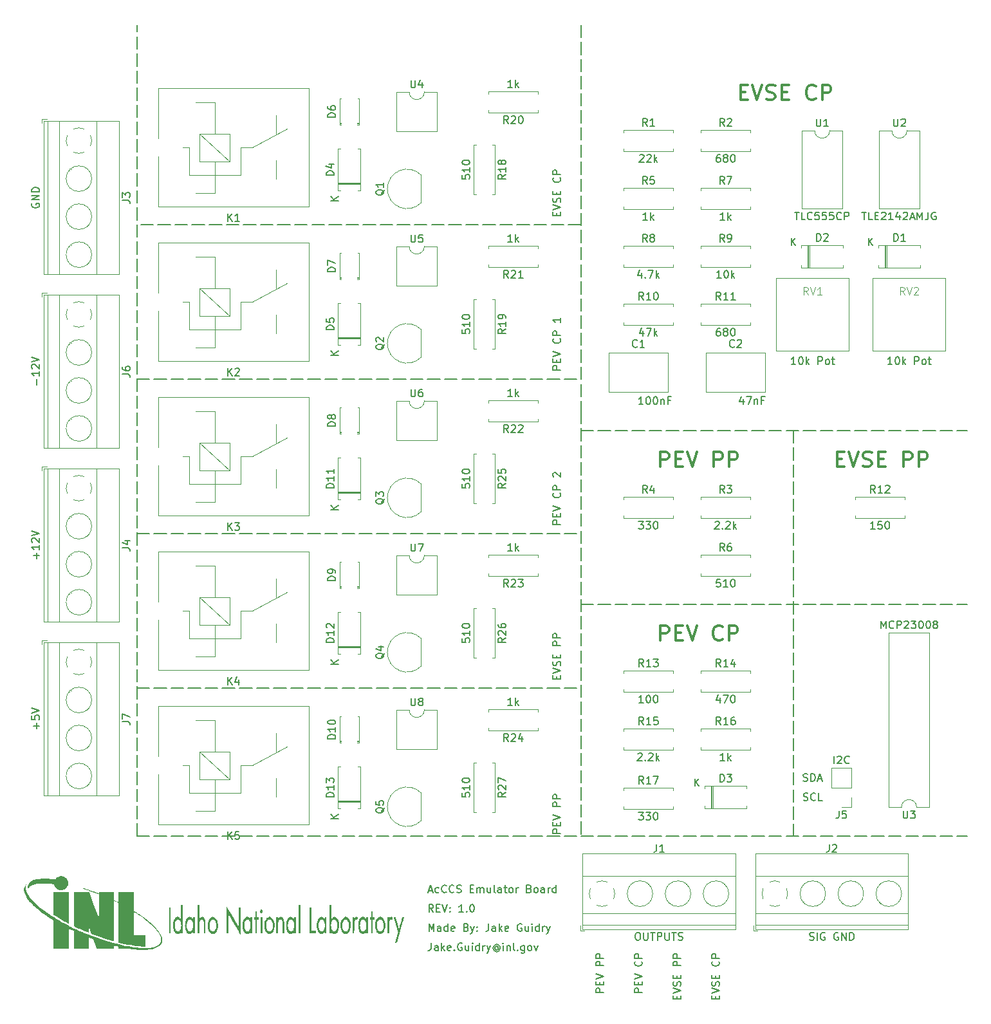
<source format=gbr>
%TF.GenerationSoftware,KiCad,Pcbnew,7.0.7-7.0.7~ubuntu22.04.1*%
%TF.CreationDate,2023-08-30T14:27:08-06:00*%
%TF.ProjectId,PWM_PCB,50574d5f-5043-4422-9e6b-696361645f70,rev?*%
%TF.SameCoordinates,Original*%
%TF.FileFunction,Legend,Top*%
%TF.FilePolarity,Positive*%
%FSLAX46Y46*%
G04 Gerber Fmt 4.6, Leading zero omitted, Abs format (unit mm)*
G04 Created by KiCad (PCBNEW 7.0.7-7.0.7~ubuntu22.04.1) date 2023-08-30 14:27:08*
%MOMM*%
%LPD*%
G01*
G04 APERTURE LIST*
%ADD10C,0.150000*%
%ADD11C,0.300000*%
%ADD12C,0.100000*%
%ADD13C,0.120000*%
G04 APERTURE END LIST*
D10*
X99060000Y-69450000D02*
X100710000Y-69450000D01*
X101310000Y-69450000D02*
X102960000Y-69450000D01*
X103560000Y-69450000D02*
X105210000Y-69450000D01*
X105810000Y-69450000D02*
X107460000Y-69450000D01*
X108060000Y-69450000D02*
X109710000Y-69450000D01*
X110310000Y-69450000D02*
X111960000Y-69450000D01*
X112560000Y-69450000D02*
X114210000Y-69450000D01*
X114810000Y-69450000D02*
X116460000Y-69450000D01*
X117060000Y-69450000D02*
X118710000Y-69450000D01*
X119310000Y-69450000D02*
X120960000Y-69450000D01*
X121560000Y-69450000D02*
X123210000Y-69450000D01*
X123810000Y-69450000D02*
X125460000Y-69450000D01*
X126060000Y-69450000D02*
X127710000Y-69450000D01*
X128310000Y-69450000D02*
X129960000Y-69450000D01*
X130560000Y-69450000D02*
X132210000Y-69450000D01*
X132810000Y-69450000D02*
X134460000Y-69450000D01*
X135060000Y-69450000D02*
X136710000Y-69450000D01*
X137310000Y-69450000D02*
X138960000Y-69450000D01*
X139560000Y-69450000D02*
X141210000Y-69450000D01*
X141810000Y-69450000D02*
X143460000Y-69450000D01*
X144060000Y-69450000D02*
X145710000Y-69450000D01*
X146310000Y-69450000D02*
X147960000Y-69450000D01*
X148560000Y-69450000D02*
X150210000Y-69450000D01*
X150810000Y-69450000D02*
X152460000Y-69450000D01*
X153060000Y-69450000D02*
X154710000Y-69450000D01*
X155310000Y-69450000D02*
X156960000Y-69450000D01*
X185420000Y-76200000D02*
X185420000Y-77850000D01*
X185420000Y-78450000D02*
X185420000Y-80100000D01*
X185420000Y-80700000D02*
X185420000Y-82350000D01*
X185420000Y-82950000D02*
X185420000Y-84600000D01*
X185420000Y-85200000D02*
X185420000Y-86850000D01*
X185420000Y-87450000D02*
X185420000Y-89100000D01*
X185420000Y-89700000D02*
X185420000Y-91350000D01*
X185420000Y-91950000D02*
X185420000Y-93600000D01*
X185420000Y-94200000D02*
X185420000Y-95850000D01*
X185420000Y-96450000D02*
X185420000Y-98100000D01*
X185420000Y-98700000D02*
X185420000Y-100350000D01*
X185420000Y-100950000D02*
X185420000Y-102600000D01*
X185420000Y-103200000D02*
X185420000Y-104850000D01*
X185420000Y-105450000D02*
X185420000Y-107100000D01*
X185420000Y-107700000D02*
X185420000Y-109350000D01*
X185420000Y-109950000D02*
X185420000Y-111600000D01*
X185420000Y-112200000D02*
X185420000Y-113850000D01*
X185420000Y-114450000D02*
X185420000Y-116100000D01*
X185420000Y-116700000D02*
X185420000Y-118350000D01*
X185420000Y-118950000D02*
X185420000Y-120600000D01*
X185420000Y-121200000D02*
X185420000Y-122850000D01*
X185420000Y-123450000D02*
X185420000Y-125100000D01*
X185420000Y-125700000D02*
X185420000Y-127350000D01*
X185420000Y-127950000D02*
X185420000Y-129540000D01*
X157480000Y-76200000D02*
X159130000Y-76200000D01*
X159730000Y-76200000D02*
X161380000Y-76200000D01*
X161980000Y-76200000D02*
X163630000Y-76200000D01*
X164230000Y-76200000D02*
X165880000Y-76200000D01*
X166480000Y-76200000D02*
X168130000Y-76200000D01*
X168730000Y-76200000D02*
X170380000Y-76200000D01*
X170980000Y-76200000D02*
X172630000Y-76200000D01*
X173230000Y-76200000D02*
X174880000Y-76200000D01*
X175480000Y-76200000D02*
X177130000Y-76200000D01*
X177730000Y-76200000D02*
X179380000Y-76200000D01*
X179980000Y-76200000D02*
X181630000Y-76200000D01*
X182230000Y-76200000D02*
X183880000Y-76200000D01*
X184480000Y-76200000D02*
X186130000Y-76200000D01*
X186730000Y-76200000D02*
X188380000Y-76200000D01*
X188980000Y-76200000D02*
X190630000Y-76200000D01*
X191230000Y-76200000D02*
X192880000Y-76200000D01*
X193480000Y-76200000D02*
X195130000Y-76200000D01*
X195730000Y-76200000D02*
X197380000Y-76200000D01*
X197980000Y-76200000D02*
X199630000Y-76200000D01*
X200230000Y-76200000D02*
X201880000Y-76200000D01*
X202480000Y-76200000D02*
X204130000Y-76200000D01*
X204730000Y-76200000D02*
X206380000Y-76200000D01*
X206980000Y-76200000D02*
X208280000Y-76200000D01*
X99060000Y-89770000D02*
X100710000Y-89770000D01*
X101310000Y-89770000D02*
X102960000Y-89770000D01*
X103560000Y-89770000D02*
X105210000Y-89770000D01*
X105810000Y-89770000D02*
X107460000Y-89770000D01*
X108060000Y-89770000D02*
X109710000Y-89770000D01*
X110310000Y-89770000D02*
X111960000Y-89770000D01*
X112560000Y-89770000D02*
X114210000Y-89770000D01*
X114810000Y-89770000D02*
X116460000Y-89770000D01*
X117060000Y-89770000D02*
X118710000Y-89770000D01*
X119310000Y-89770000D02*
X120960000Y-89770000D01*
X121560000Y-89770000D02*
X123210000Y-89770000D01*
X123810000Y-89770000D02*
X125460000Y-89770000D01*
X126060000Y-89770000D02*
X127710000Y-89770000D01*
X128310000Y-89770000D02*
X129960000Y-89770000D01*
X130560000Y-89770000D02*
X132210000Y-89770000D01*
X132810000Y-89770000D02*
X134460000Y-89770000D01*
X135060000Y-89770000D02*
X136710000Y-89770000D01*
X137310000Y-89770000D02*
X138960000Y-89770000D01*
X139560000Y-89770000D02*
X141210000Y-89770000D01*
X141810000Y-89770000D02*
X143460000Y-89770000D01*
X144060000Y-89770000D02*
X145710000Y-89770000D01*
X146310000Y-89770000D02*
X147960000Y-89770000D01*
X148560000Y-89770000D02*
X150210000Y-89770000D01*
X150810000Y-89770000D02*
X152460000Y-89770000D01*
X153060000Y-89770000D02*
X154710000Y-89770000D01*
X155310000Y-89770000D02*
X156960000Y-89770000D01*
X99060000Y-129540000D02*
X100710000Y-129540000D01*
X101310000Y-129540000D02*
X102960000Y-129540000D01*
X103560000Y-129540000D02*
X105210000Y-129540000D01*
X105810000Y-129540000D02*
X107460000Y-129540000D01*
X108060000Y-129540000D02*
X109710000Y-129540000D01*
X110310000Y-129540000D02*
X111960000Y-129540000D01*
X112560000Y-129540000D02*
X114210000Y-129540000D01*
X114810000Y-129540000D02*
X116460000Y-129540000D01*
X117060000Y-129540000D02*
X118710000Y-129540000D01*
X119310000Y-129540000D02*
X120960000Y-129540000D01*
X121560000Y-129540000D02*
X123210000Y-129540000D01*
X123810000Y-129540000D02*
X125460000Y-129540000D01*
X126060000Y-129540000D02*
X127710000Y-129540000D01*
X128310000Y-129540000D02*
X129960000Y-129540000D01*
X130560000Y-129540000D02*
X132210000Y-129540000D01*
X132810000Y-129540000D02*
X134460000Y-129540000D01*
X135060000Y-129540000D02*
X136710000Y-129540000D01*
X137310000Y-129540000D02*
X138960000Y-129540000D01*
X139560000Y-129540000D02*
X141210000Y-129540000D01*
X141810000Y-129540000D02*
X143460000Y-129540000D01*
X144060000Y-129540000D02*
X145710000Y-129540000D01*
X146310000Y-129540000D02*
X147960000Y-129540000D01*
X148560000Y-129540000D02*
X150210000Y-129540000D01*
X150810000Y-129540000D02*
X152460000Y-129540000D01*
X153060000Y-129540000D02*
X154710000Y-129540000D01*
X155310000Y-129540000D02*
X156960000Y-129540000D01*
X157480000Y-49130000D02*
X155830000Y-49130000D01*
X155230000Y-49130000D02*
X153580000Y-49130000D01*
X152980000Y-49130000D02*
X151330000Y-49130000D01*
X150730000Y-49130000D02*
X149080000Y-49130000D01*
X148480000Y-49130000D02*
X146830000Y-49130000D01*
X146230000Y-49130000D02*
X144580000Y-49130000D01*
X143980000Y-49130000D02*
X142330000Y-49130000D01*
X141730000Y-49130000D02*
X140080000Y-49130000D01*
X139480000Y-49130000D02*
X137830000Y-49130000D01*
X137230000Y-49130000D02*
X135580000Y-49130000D01*
X134980000Y-49130000D02*
X133330000Y-49130000D01*
X132730000Y-49130000D02*
X131080000Y-49130000D01*
X130480000Y-49130000D02*
X128830000Y-49130000D01*
X128230000Y-49130000D02*
X126580000Y-49130000D01*
X125980000Y-49130000D02*
X124330000Y-49130000D01*
X123730000Y-49130000D02*
X122080000Y-49130000D01*
X121480000Y-49130000D02*
X119830000Y-49130000D01*
X119230000Y-49130000D02*
X117580000Y-49130000D01*
X116980000Y-49130000D02*
X115330000Y-49130000D01*
X114730000Y-49130000D02*
X113080000Y-49130000D01*
X112480000Y-49130000D02*
X110830000Y-49130000D01*
X110230000Y-49130000D02*
X108580000Y-49130000D01*
X107980000Y-49130000D02*
X106330000Y-49130000D01*
X105730000Y-49130000D02*
X104080000Y-49130000D01*
X103480000Y-49130000D02*
X101830000Y-49130000D01*
X101230000Y-49130000D02*
X99580000Y-49130000D01*
X157480000Y-73660000D02*
X157480000Y-75310000D01*
X157480000Y-75910000D02*
X157480000Y-77560000D01*
X157480000Y-78160000D02*
X157480000Y-79810000D01*
X157480000Y-80410000D02*
X157480000Y-82060000D01*
X157480000Y-82660000D02*
X157480000Y-84310000D01*
X157480000Y-84910000D02*
X157480000Y-86560000D01*
X157480000Y-87160000D02*
X157480000Y-88810000D01*
X157480000Y-89410000D02*
X157480000Y-91060000D01*
X157480000Y-91660000D02*
X157480000Y-93310000D01*
X157480000Y-93910000D02*
X157480000Y-95560000D01*
X157480000Y-96160000D02*
X157480000Y-97810000D01*
X157480000Y-98410000D02*
X157480000Y-100060000D01*
X157480000Y-100660000D02*
X157480000Y-102310000D01*
X157480000Y-102910000D02*
X157480000Y-104560000D01*
X157480000Y-105160000D02*
X157480000Y-106810000D01*
X157480000Y-107410000D02*
X157480000Y-109060000D01*
X157480000Y-109660000D02*
X157480000Y-111310000D01*
X157480000Y-111910000D02*
X157480000Y-113560000D01*
X157480000Y-114160000D02*
X157480000Y-115810000D01*
X157480000Y-116410000D02*
X157480000Y-118060000D01*
X157480000Y-118660000D02*
X157480000Y-120310000D01*
X157480000Y-120910000D02*
X157480000Y-122560000D01*
X157480000Y-123160000D02*
X157480000Y-124810000D01*
X157480000Y-125410000D02*
X157480000Y-127060000D01*
X157480000Y-127660000D02*
X157480000Y-129310000D01*
X157480000Y-99060000D02*
X159130000Y-99060000D01*
X159730000Y-99060000D02*
X161380000Y-99060000D01*
X161980000Y-99060000D02*
X163630000Y-99060000D01*
X164230000Y-99060000D02*
X165880000Y-99060000D01*
X166480000Y-99060000D02*
X168130000Y-99060000D01*
X168730000Y-99060000D02*
X170380000Y-99060000D01*
X170980000Y-99060000D02*
X172630000Y-99060000D01*
X173230000Y-99060000D02*
X174880000Y-99060000D01*
X175480000Y-99060000D02*
X177130000Y-99060000D01*
X177730000Y-99060000D02*
X179380000Y-99060000D01*
X179980000Y-99060000D02*
X181630000Y-99060000D01*
X182230000Y-99060000D02*
X183880000Y-99060000D01*
X184480000Y-99060000D02*
X186130000Y-99060000D01*
X186730000Y-99060000D02*
X188380000Y-99060000D01*
X188980000Y-99060000D02*
X190630000Y-99060000D01*
X191230000Y-99060000D02*
X192880000Y-99060000D01*
X193480000Y-99060000D02*
X195130000Y-99060000D01*
X195730000Y-99060000D02*
X197380000Y-99060000D01*
X197980000Y-99060000D02*
X199630000Y-99060000D01*
X200230000Y-99060000D02*
X201880000Y-99060000D01*
X202480000Y-99060000D02*
X204130000Y-99060000D01*
X204730000Y-99060000D02*
X206380000Y-99060000D01*
X206980000Y-99060000D02*
X208280000Y-99060000D01*
X99060000Y-110090000D02*
X100710000Y-110090000D01*
X101310000Y-110090000D02*
X102960000Y-110090000D01*
X103560000Y-110090000D02*
X105210000Y-110090000D01*
X105810000Y-110090000D02*
X107460000Y-110090000D01*
X108060000Y-110090000D02*
X109710000Y-110090000D01*
X110310000Y-110090000D02*
X111960000Y-110090000D01*
X112560000Y-110090000D02*
X114210000Y-110090000D01*
X114810000Y-110090000D02*
X116460000Y-110090000D01*
X117060000Y-110090000D02*
X118710000Y-110090000D01*
X119310000Y-110090000D02*
X120960000Y-110090000D01*
X121560000Y-110090000D02*
X123210000Y-110090000D01*
X123810000Y-110090000D02*
X125460000Y-110090000D01*
X126060000Y-110090000D02*
X127710000Y-110090000D01*
X128310000Y-110090000D02*
X129960000Y-110090000D01*
X130560000Y-110090000D02*
X132210000Y-110090000D01*
X132810000Y-110090000D02*
X134460000Y-110090000D01*
X135060000Y-110090000D02*
X136710000Y-110090000D01*
X137310000Y-110090000D02*
X138960000Y-110090000D01*
X139560000Y-110090000D02*
X141210000Y-110090000D01*
X141810000Y-110090000D02*
X143460000Y-110090000D01*
X144060000Y-110090000D02*
X145710000Y-110090000D01*
X146310000Y-110090000D02*
X147960000Y-110090000D01*
X148560000Y-110090000D02*
X150210000Y-110090000D01*
X150810000Y-110090000D02*
X152460000Y-110090000D01*
X153060000Y-110090000D02*
X154710000Y-110090000D01*
X155310000Y-110090000D02*
X156960000Y-110090000D01*
X157480000Y-129540000D02*
X159130000Y-129540000D01*
X159730000Y-129540000D02*
X161380000Y-129540000D01*
X161980000Y-129540000D02*
X163630000Y-129540000D01*
X164230000Y-129540000D02*
X165880000Y-129540000D01*
X166480000Y-129540000D02*
X168130000Y-129540000D01*
X168730000Y-129540000D02*
X170380000Y-129540000D01*
X170980000Y-129540000D02*
X172630000Y-129540000D01*
X173230000Y-129540000D02*
X174880000Y-129540000D01*
X175480000Y-129540000D02*
X177130000Y-129540000D01*
X177730000Y-129540000D02*
X179380000Y-129540000D01*
X179980000Y-129540000D02*
X181630000Y-129540000D01*
X182230000Y-129540000D02*
X183880000Y-129540000D01*
X184480000Y-129540000D02*
X186130000Y-129540000D01*
X186730000Y-129540000D02*
X188380000Y-129540000D01*
X188980000Y-129540000D02*
X190630000Y-129540000D01*
X191230000Y-129540000D02*
X192880000Y-129540000D01*
X193480000Y-129540000D02*
X195130000Y-129540000D01*
X195730000Y-129540000D02*
X197380000Y-129540000D01*
X197980000Y-129540000D02*
X199630000Y-129540000D01*
X200230000Y-129540000D02*
X201880000Y-129540000D01*
X202480000Y-129540000D02*
X204130000Y-129540000D01*
X204730000Y-129540000D02*
X206380000Y-129540000D01*
X206980000Y-129540000D02*
X208280000Y-129540000D01*
X157480000Y-22860000D02*
X157480000Y-24510000D01*
X157480000Y-25110000D02*
X157480000Y-26760000D01*
X157480000Y-27360000D02*
X157480000Y-29010000D01*
X157480000Y-29610000D02*
X157480000Y-31260000D01*
X157480000Y-31860000D02*
X157480000Y-33510000D01*
X157480000Y-34110000D02*
X157480000Y-35760000D01*
X157480000Y-36360000D02*
X157480000Y-38010000D01*
X157480000Y-38610000D02*
X157480000Y-40260000D01*
X157480000Y-40860000D02*
X157480000Y-42510000D01*
X157480000Y-43110000D02*
X157480000Y-44760000D01*
X157480000Y-45360000D02*
X157480000Y-47010000D01*
X157480000Y-47610000D02*
X157480000Y-49260000D01*
X157480000Y-49860000D02*
X157480000Y-51510000D01*
X157480000Y-52110000D02*
X157480000Y-53760000D01*
X157480000Y-54360000D02*
X157480000Y-56010000D01*
X157480000Y-56610000D02*
X157480000Y-58260000D01*
X157480000Y-58860000D02*
X157480000Y-60510000D01*
X157480000Y-61110000D02*
X157480000Y-62760000D01*
X157480000Y-63360000D02*
X157480000Y-65010000D01*
X157480000Y-65610000D02*
X157480000Y-67260000D01*
X157480000Y-67860000D02*
X157480000Y-69510000D01*
X157480000Y-70110000D02*
X157480000Y-71760000D01*
X157480000Y-72360000D02*
X157480000Y-73660000D01*
X99060000Y-129540000D02*
X99060000Y-127890000D01*
X99060000Y-127290000D02*
X99060000Y-125640000D01*
X99060000Y-125040000D02*
X99060000Y-123390000D01*
X99060000Y-122790000D02*
X99060000Y-121140000D01*
X99060000Y-120540000D02*
X99060000Y-118890000D01*
X99060000Y-118290000D02*
X99060000Y-116640000D01*
X99060000Y-116040000D02*
X99060000Y-114390000D01*
X99060000Y-113790000D02*
X99060000Y-112140000D01*
X99060000Y-111540000D02*
X99060000Y-109890000D01*
X99060000Y-109290000D02*
X99060000Y-107640000D01*
X99060000Y-107040000D02*
X99060000Y-105390000D01*
X99060000Y-104790000D02*
X99060000Y-103140000D01*
X99060000Y-102540000D02*
X99060000Y-100890000D01*
X99060000Y-100290000D02*
X99060000Y-98640000D01*
X99060000Y-98040000D02*
X99060000Y-96390000D01*
X99060000Y-95790000D02*
X99060000Y-94140000D01*
X99060000Y-93540000D02*
X99060000Y-91890000D01*
X99060000Y-91290000D02*
X99060000Y-89640000D01*
X99060000Y-89040000D02*
X99060000Y-87390000D01*
X99060000Y-86790000D02*
X99060000Y-85140000D01*
X99060000Y-84540000D02*
X99060000Y-82890000D01*
X99060000Y-82290000D02*
X99060000Y-80640000D01*
X99060000Y-80040000D02*
X99060000Y-78390000D01*
X99060000Y-77790000D02*
X99060000Y-76140000D01*
X99060000Y-75540000D02*
X99060000Y-73890000D01*
X99060000Y-73290000D02*
X99060000Y-71640000D01*
X99060000Y-71040000D02*
X99060000Y-69390000D01*
X99060000Y-68790000D02*
X99060000Y-67140000D01*
X99060000Y-66540000D02*
X99060000Y-64890000D01*
X99060000Y-64290000D02*
X99060000Y-62640000D01*
X99060000Y-62040000D02*
X99060000Y-60390000D01*
X99060000Y-59790000D02*
X99060000Y-58140000D01*
X99060000Y-57540000D02*
X99060000Y-55890000D01*
X99060000Y-55290000D02*
X99060000Y-53640000D01*
X99060000Y-53040000D02*
X99060000Y-51390000D01*
X99060000Y-50790000D02*
X99060000Y-49140000D01*
X99060000Y-48540000D02*
X99060000Y-46890000D01*
X99060000Y-46290000D02*
X99060000Y-44640000D01*
X99060000Y-44040000D02*
X99060000Y-42390000D01*
X99060000Y-41790000D02*
X99060000Y-40140000D01*
X99060000Y-39540000D02*
X99060000Y-37890000D01*
X99060000Y-37290000D02*
X99060000Y-35640000D01*
X99060000Y-35040000D02*
X99060000Y-33390000D01*
X99060000Y-32790000D02*
X99060000Y-31140000D01*
X99060000Y-30540000D02*
X99060000Y-28890000D01*
X99060000Y-28290000D02*
X99060000Y-26640000D01*
X99060000Y-26040000D02*
X99060000Y-24390000D01*
X99060000Y-23790000D02*
X99060000Y-22860000D01*
D11*
X167933558Y-81019638D02*
X167933558Y-79019638D01*
X167933558Y-79019638D02*
X168695463Y-79019638D01*
X168695463Y-79019638D02*
X168885939Y-79114876D01*
X168885939Y-79114876D02*
X168981177Y-79210114D01*
X168981177Y-79210114D02*
X169076415Y-79400590D01*
X169076415Y-79400590D02*
X169076415Y-79686304D01*
X169076415Y-79686304D02*
X168981177Y-79876780D01*
X168981177Y-79876780D02*
X168885939Y-79972019D01*
X168885939Y-79972019D02*
X168695463Y-80067257D01*
X168695463Y-80067257D02*
X167933558Y-80067257D01*
X169933558Y-79972019D02*
X170600225Y-79972019D01*
X170885939Y-81019638D02*
X169933558Y-81019638D01*
X169933558Y-81019638D02*
X169933558Y-79019638D01*
X169933558Y-79019638D02*
X170885939Y-79019638D01*
X171457368Y-79019638D02*
X172124034Y-81019638D01*
X172124034Y-81019638D02*
X172790701Y-79019638D01*
X174981178Y-81019638D02*
X174981178Y-79019638D01*
X174981178Y-79019638D02*
X175743083Y-79019638D01*
X175743083Y-79019638D02*
X175933559Y-79114876D01*
X175933559Y-79114876D02*
X176028797Y-79210114D01*
X176028797Y-79210114D02*
X176124035Y-79400590D01*
X176124035Y-79400590D02*
X176124035Y-79686304D01*
X176124035Y-79686304D02*
X176028797Y-79876780D01*
X176028797Y-79876780D02*
X175933559Y-79972019D01*
X175933559Y-79972019D02*
X175743083Y-80067257D01*
X175743083Y-80067257D02*
X174981178Y-80067257D01*
X176981178Y-81019638D02*
X176981178Y-79019638D01*
X176981178Y-79019638D02*
X177743083Y-79019638D01*
X177743083Y-79019638D02*
X177933559Y-79114876D01*
X177933559Y-79114876D02*
X178028797Y-79210114D01*
X178028797Y-79210114D02*
X178124035Y-79400590D01*
X178124035Y-79400590D02*
X178124035Y-79686304D01*
X178124035Y-79686304D02*
X178028797Y-79876780D01*
X178028797Y-79876780D02*
X177933559Y-79972019D01*
X177933559Y-79972019D02*
X177743083Y-80067257D01*
X177743083Y-80067257D02*
X176981178Y-80067257D01*
D10*
X186745714Y-122327200D02*
X186888571Y-122374819D01*
X186888571Y-122374819D02*
X187126666Y-122374819D01*
X187126666Y-122374819D02*
X187221904Y-122327200D01*
X187221904Y-122327200D02*
X187269523Y-122279580D01*
X187269523Y-122279580D02*
X187317142Y-122184342D01*
X187317142Y-122184342D02*
X187317142Y-122089104D01*
X187317142Y-122089104D02*
X187269523Y-121993866D01*
X187269523Y-121993866D02*
X187221904Y-121946247D01*
X187221904Y-121946247D02*
X187126666Y-121898628D01*
X187126666Y-121898628D02*
X186936190Y-121851009D01*
X186936190Y-121851009D02*
X186840952Y-121803390D01*
X186840952Y-121803390D02*
X186793333Y-121755771D01*
X186793333Y-121755771D02*
X186745714Y-121660533D01*
X186745714Y-121660533D02*
X186745714Y-121565295D01*
X186745714Y-121565295D02*
X186793333Y-121470057D01*
X186793333Y-121470057D02*
X186840952Y-121422438D01*
X186840952Y-121422438D02*
X186936190Y-121374819D01*
X186936190Y-121374819D02*
X187174285Y-121374819D01*
X187174285Y-121374819D02*
X187317142Y-121422438D01*
X187745714Y-122374819D02*
X187745714Y-121374819D01*
X187745714Y-121374819D02*
X187983809Y-121374819D01*
X187983809Y-121374819D02*
X188126666Y-121422438D01*
X188126666Y-121422438D02*
X188221904Y-121517676D01*
X188221904Y-121517676D02*
X188269523Y-121612914D01*
X188269523Y-121612914D02*
X188317142Y-121803390D01*
X188317142Y-121803390D02*
X188317142Y-121946247D01*
X188317142Y-121946247D02*
X188269523Y-122136723D01*
X188269523Y-122136723D02*
X188221904Y-122231961D01*
X188221904Y-122231961D02*
X188126666Y-122327200D01*
X188126666Y-122327200D02*
X187983809Y-122374819D01*
X187983809Y-122374819D02*
X187745714Y-122374819D01*
X188698095Y-122089104D02*
X189174285Y-122089104D01*
X188602857Y-122374819D02*
X188936190Y-121374819D01*
X188936190Y-121374819D02*
X189269523Y-122374819D01*
X137449160Y-136744104D02*
X137925350Y-136744104D01*
X137353922Y-137029819D02*
X137687255Y-136029819D01*
X137687255Y-136029819D02*
X138020588Y-137029819D01*
X138782493Y-136982200D02*
X138687255Y-137029819D01*
X138687255Y-137029819D02*
X138496779Y-137029819D01*
X138496779Y-137029819D02*
X138401541Y-136982200D01*
X138401541Y-136982200D02*
X138353922Y-136934580D01*
X138353922Y-136934580D02*
X138306303Y-136839342D01*
X138306303Y-136839342D02*
X138306303Y-136553628D01*
X138306303Y-136553628D02*
X138353922Y-136458390D01*
X138353922Y-136458390D02*
X138401541Y-136410771D01*
X138401541Y-136410771D02*
X138496779Y-136363152D01*
X138496779Y-136363152D02*
X138687255Y-136363152D01*
X138687255Y-136363152D02*
X138782493Y-136410771D01*
X139782493Y-136934580D02*
X139734874Y-136982200D01*
X139734874Y-136982200D02*
X139592017Y-137029819D01*
X139592017Y-137029819D02*
X139496779Y-137029819D01*
X139496779Y-137029819D02*
X139353922Y-136982200D01*
X139353922Y-136982200D02*
X139258684Y-136886961D01*
X139258684Y-136886961D02*
X139211065Y-136791723D01*
X139211065Y-136791723D02*
X139163446Y-136601247D01*
X139163446Y-136601247D02*
X139163446Y-136458390D01*
X139163446Y-136458390D02*
X139211065Y-136267914D01*
X139211065Y-136267914D02*
X139258684Y-136172676D01*
X139258684Y-136172676D02*
X139353922Y-136077438D01*
X139353922Y-136077438D02*
X139496779Y-136029819D01*
X139496779Y-136029819D02*
X139592017Y-136029819D01*
X139592017Y-136029819D02*
X139734874Y-136077438D01*
X139734874Y-136077438D02*
X139782493Y-136125057D01*
X140782493Y-136934580D02*
X140734874Y-136982200D01*
X140734874Y-136982200D02*
X140592017Y-137029819D01*
X140592017Y-137029819D02*
X140496779Y-137029819D01*
X140496779Y-137029819D02*
X140353922Y-136982200D01*
X140353922Y-136982200D02*
X140258684Y-136886961D01*
X140258684Y-136886961D02*
X140211065Y-136791723D01*
X140211065Y-136791723D02*
X140163446Y-136601247D01*
X140163446Y-136601247D02*
X140163446Y-136458390D01*
X140163446Y-136458390D02*
X140211065Y-136267914D01*
X140211065Y-136267914D02*
X140258684Y-136172676D01*
X140258684Y-136172676D02*
X140353922Y-136077438D01*
X140353922Y-136077438D02*
X140496779Y-136029819D01*
X140496779Y-136029819D02*
X140592017Y-136029819D01*
X140592017Y-136029819D02*
X140734874Y-136077438D01*
X140734874Y-136077438D02*
X140782493Y-136125057D01*
X141163446Y-136982200D02*
X141306303Y-137029819D01*
X141306303Y-137029819D02*
X141544398Y-137029819D01*
X141544398Y-137029819D02*
X141639636Y-136982200D01*
X141639636Y-136982200D02*
X141687255Y-136934580D01*
X141687255Y-136934580D02*
X141734874Y-136839342D01*
X141734874Y-136839342D02*
X141734874Y-136744104D01*
X141734874Y-136744104D02*
X141687255Y-136648866D01*
X141687255Y-136648866D02*
X141639636Y-136601247D01*
X141639636Y-136601247D02*
X141544398Y-136553628D01*
X141544398Y-136553628D02*
X141353922Y-136506009D01*
X141353922Y-136506009D02*
X141258684Y-136458390D01*
X141258684Y-136458390D02*
X141211065Y-136410771D01*
X141211065Y-136410771D02*
X141163446Y-136315533D01*
X141163446Y-136315533D02*
X141163446Y-136220295D01*
X141163446Y-136220295D02*
X141211065Y-136125057D01*
X141211065Y-136125057D02*
X141258684Y-136077438D01*
X141258684Y-136077438D02*
X141353922Y-136029819D01*
X141353922Y-136029819D02*
X141592017Y-136029819D01*
X141592017Y-136029819D02*
X141734874Y-136077438D01*
X142925351Y-136506009D02*
X143258684Y-136506009D01*
X143401541Y-137029819D02*
X142925351Y-137029819D01*
X142925351Y-137029819D02*
X142925351Y-136029819D01*
X142925351Y-136029819D02*
X143401541Y-136029819D01*
X143830113Y-137029819D02*
X143830113Y-136363152D01*
X143830113Y-136458390D02*
X143877732Y-136410771D01*
X143877732Y-136410771D02*
X143972970Y-136363152D01*
X143972970Y-136363152D02*
X144115827Y-136363152D01*
X144115827Y-136363152D02*
X144211065Y-136410771D01*
X144211065Y-136410771D02*
X144258684Y-136506009D01*
X144258684Y-136506009D02*
X144258684Y-137029819D01*
X144258684Y-136506009D02*
X144306303Y-136410771D01*
X144306303Y-136410771D02*
X144401541Y-136363152D01*
X144401541Y-136363152D02*
X144544398Y-136363152D01*
X144544398Y-136363152D02*
X144639637Y-136410771D01*
X144639637Y-136410771D02*
X144687256Y-136506009D01*
X144687256Y-136506009D02*
X144687256Y-137029819D01*
X145592017Y-136363152D02*
X145592017Y-137029819D01*
X145163446Y-136363152D02*
X145163446Y-136886961D01*
X145163446Y-136886961D02*
X145211065Y-136982200D01*
X145211065Y-136982200D02*
X145306303Y-137029819D01*
X145306303Y-137029819D02*
X145449160Y-137029819D01*
X145449160Y-137029819D02*
X145544398Y-136982200D01*
X145544398Y-136982200D02*
X145592017Y-136934580D01*
X146211065Y-137029819D02*
X146115827Y-136982200D01*
X146115827Y-136982200D02*
X146068208Y-136886961D01*
X146068208Y-136886961D02*
X146068208Y-136029819D01*
X147020589Y-137029819D02*
X147020589Y-136506009D01*
X147020589Y-136506009D02*
X146972970Y-136410771D01*
X146972970Y-136410771D02*
X146877732Y-136363152D01*
X146877732Y-136363152D02*
X146687256Y-136363152D01*
X146687256Y-136363152D02*
X146592018Y-136410771D01*
X147020589Y-136982200D02*
X146925351Y-137029819D01*
X146925351Y-137029819D02*
X146687256Y-137029819D01*
X146687256Y-137029819D02*
X146592018Y-136982200D01*
X146592018Y-136982200D02*
X146544399Y-136886961D01*
X146544399Y-136886961D02*
X146544399Y-136791723D01*
X146544399Y-136791723D02*
X146592018Y-136696485D01*
X146592018Y-136696485D02*
X146687256Y-136648866D01*
X146687256Y-136648866D02*
X146925351Y-136648866D01*
X146925351Y-136648866D02*
X147020589Y-136601247D01*
X147353923Y-136363152D02*
X147734875Y-136363152D01*
X147496780Y-136029819D02*
X147496780Y-136886961D01*
X147496780Y-136886961D02*
X147544399Y-136982200D01*
X147544399Y-136982200D02*
X147639637Y-137029819D01*
X147639637Y-137029819D02*
X147734875Y-137029819D01*
X148211066Y-137029819D02*
X148115828Y-136982200D01*
X148115828Y-136982200D02*
X148068209Y-136934580D01*
X148068209Y-136934580D02*
X148020590Y-136839342D01*
X148020590Y-136839342D02*
X148020590Y-136553628D01*
X148020590Y-136553628D02*
X148068209Y-136458390D01*
X148068209Y-136458390D02*
X148115828Y-136410771D01*
X148115828Y-136410771D02*
X148211066Y-136363152D01*
X148211066Y-136363152D02*
X148353923Y-136363152D01*
X148353923Y-136363152D02*
X148449161Y-136410771D01*
X148449161Y-136410771D02*
X148496780Y-136458390D01*
X148496780Y-136458390D02*
X148544399Y-136553628D01*
X148544399Y-136553628D02*
X148544399Y-136839342D01*
X148544399Y-136839342D02*
X148496780Y-136934580D01*
X148496780Y-136934580D02*
X148449161Y-136982200D01*
X148449161Y-136982200D02*
X148353923Y-137029819D01*
X148353923Y-137029819D02*
X148211066Y-137029819D01*
X148972971Y-137029819D02*
X148972971Y-136363152D01*
X148972971Y-136553628D02*
X149020590Y-136458390D01*
X149020590Y-136458390D02*
X149068209Y-136410771D01*
X149068209Y-136410771D02*
X149163447Y-136363152D01*
X149163447Y-136363152D02*
X149258685Y-136363152D01*
X150687257Y-136506009D02*
X150830114Y-136553628D01*
X150830114Y-136553628D02*
X150877733Y-136601247D01*
X150877733Y-136601247D02*
X150925352Y-136696485D01*
X150925352Y-136696485D02*
X150925352Y-136839342D01*
X150925352Y-136839342D02*
X150877733Y-136934580D01*
X150877733Y-136934580D02*
X150830114Y-136982200D01*
X150830114Y-136982200D02*
X150734876Y-137029819D01*
X150734876Y-137029819D02*
X150353924Y-137029819D01*
X150353924Y-137029819D02*
X150353924Y-136029819D01*
X150353924Y-136029819D02*
X150687257Y-136029819D01*
X150687257Y-136029819D02*
X150782495Y-136077438D01*
X150782495Y-136077438D02*
X150830114Y-136125057D01*
X150830114Y-136125057D02*
X150877733Y-136220295D01*
X150877733Y-136220295D02*
X150877733Y-136315533D01*
X150877733Y-136315533D02*
X150830114Y-136410771D01*
X150830114Y-136410771D02*
X150782495Y-136458390D01*
X150782495Y-136458390D02*
X150687257Y-136506009D01*
X150687257Y-136506009D02*
X150353924Y-136506009D01*
X151496781Y-137029819D02*
X151401543Y-136982200D01*
X151401543Y-136982200D02*
X151353924Y-136934580D01*
X151353924Y-136934580D02*
X151306305Y-136839342D01*
X151306305Y-136839342D02*
X151306305Y-136553628D01*
X151306305Y-136553628D02*
X151353924Y-136458390D01*
X151353924Y-136458390D02*
X151401543Y-136410771D01*
X151401543Y-136410771D02*
X151496781Y-136363152D01*
X151496781Y-136363152D02*
X151639638Y-136363152D01*
X151639638Y-136363152D02*
X151734876Y-136410771D01*
X151734876Y-136410771D02*
X151782495Y-136458390D01*
X151782495Y-136458390D02*
X151830114Y-136553628D01*
X151830114Y-136553628D02*
X151830114Y-136839342D01*
X151830114Y-136839342D02*
X151782495Y-136934580D01*
X151782495Y-136934580D02*
X151734876Y-136982200D01*
X151734876Y-136982200D02*
X151639638Y-137029819D01*
X151639638Y-137029819D02*
X151496781Y-137029819D01*
X152687257Y-137029819D02*
X152687257Y-136506009D01*
X152687257Y-136506009D02*
X152639638Y-136410771D01*
X152639638Y-136410771D02*
X152544400Y-136363152D01*
X152544400Y-136363152D02*
X152353924Y-136363152D01*
X152353924Y-136363152D02*
X152258686Y-136410771D01*
X152687257Y-136982200D02*
X152592019Y-137029819D01*
X152592019Y-137029819D02*
X152353924Y-137029819D01*
X152353924Y-137029819D02*
X152258686Y-136982200D01*
X152258686Y-136982200D02*
X152211067Y-136886961D01*
X152211067Y-136886961D02*
X152211067Y-136791723D01*
X152211067Y-136791723D02*
X152258686Y-136696485D01*
X152258686Y-136696485D02*
X152353924Y-136648866D01*
X152353924Y-136648866D02*
X152592019Y-136648866D01*
X152592019Y-136648866D02*
X152687257Y-136601247D01*
X153163448Y-137029819D02*
X153163448Y-136363152D01*
X153163448Y-136553628D02*
X153211067Y-136458390D01*
X153211067Y-136458390D02*
X153258686Y-136410771D01*
X153258686Y-136410771D02*
X153353924Y-136363152D01*
X153353924Y-136363152D02*
X153449162Y-136363152D01*
X154211067Y-137029819D02*
X154211067Y-136029819D01*
X154211067Y-136982200D02*
X154115829Y-137029819D01*
X154115829Y-137029819D02*
X153925353Y-137029819D01*
X153925353Y-137029819D02*
X153830115Y-136982200D01*
X153830115Y-136982200D02*
X153782496Y-136934580D01*
X153782496Y-136934580D02*
X153734877Y-136839342D01*
X153734877Y-136839342D02*
X153734877Y-136553628D01*
X153734877Y-136553628D02*
X153782496Y-136458390D01*
X153782496Y-136458390D02*
X153830115Y-136410771D01*
X153830115Y-136410771D02*
X153925353Y-136363152D01*
X153925353Y-136363152D02*
X154115829Y-136363152D01*
X154115829Y-136363152D02*
X154211067Y-136410771D01*
X175191009Y-151021541D02*
X175191009Y-150688208D01*
X175714819Y-150545351D02*
X175714819Y-151021541D01*
X175714819Y-151021541D02*
X174714819Y-151021541D01*
X174714819Y-151021541D02*
X174714819Y-150545351D01*
X174714819Y-150259636D02*
X175714819Y-149926303D01*
X175714819Y-149926303D02*
X174714819Y-149592970D01*
X175667200Y-149307255D02*
X175714819Y-149164398D01*
X175714819Y-149164398D02*
X175714819Y-148926303D01*
X175714819Y-148926303D02*
X175667200Y-148831065D01*
X175667200Y-148831065D02*
X175619580Y-148783446D01*
X175619580Y-148783446D02*
X175524342Y-148735827D01*
X175524342Y-148735827D02*
X175429104Y-148735827D01*
X175429104Y-148735827D02*
X175333866Y-148783446D01*
X175333866Y-148783446D02*
X175286247Y-148831065D01*
X175286247Y-148831065D02*
X175238628Y-148926303D01*
X175238628Y-148926303D02*
X175191009Y-149116779D01*
X175191009Y-149116779D02*
X175143390Y-149212017D01*
X175143390Y-149212017D02*
X175095771Y-149259636D01*
X175095771Y-149259636D02*
X175000533Y-149307255D01*
X175000533Y-149307255D02*
X174905295Y-149307255D01*
X174905295Y-149307255D02*
X174810057Y-149259636D01*
X174810057Y-149259636D02*
X174762438Y-149212017D01*
X174762438Y-149212017D02*
X174714819Y-149116779D01*
X174714819Y-149116779D02*
X174714819Y-148878684D01*
X174714819Y-148878684D02*
X174762438Y-148735827D01*
X175191009Y-148307255D02*
X175191009Y-147973922D01*
X175714819Y-147831065D02*
X175714819Y-148307255D01*
X175714819Y-148307255D02*
X174714819Y-148307255D01*
X174714819Y-148307255D02*
X174714819Y-147831065D01*
X175619580Y-146069160D02*
X175667200Y-146116779D01*
X175667200Y-146116779D02*
X175714819Y-146259636D01*
X175714819Y-146259636D02*
X175714819Y-146354874D01*
X175714819Y-146354874D02*
X175667200Y-146497731D01*
X175667200Y-146497731D02*
X175571961Y-146592969D01*
X175571961Y-146592969D02*
X175476723Y-146640588D01*
X175476723Y-146640588D02*
X175286247Y-146688207D01*
X175286247Y-146688207D02*
X175143390Y-146688207D01*
X175143390Y-146688207D02*
X174952914Y-146640588D01*
X174952914Y-146640588D02*
X174857676Y-146592969D01*
X174857676Y-146592969D02*
X174762438Y-146497731D01*
X174762438Y-146497731D02*
X174714819Y-146354874D01*
X174714819Y-146354874D02*
X174714819Y-146259636D01*
X174714819Y-146259636D02*
X174762438Y-146116779D01*
X174762438Y-146116779D02*
X174810057Y-146069160D01*
X175714819Y-145640588D02*
X174714819Y-145640588D01*
X174714819Y-145640588D02*
X174714819Y-145259636D01*
X174714819Y-145259636D02*
X174762438Y-145164398D01*
X174762438Y-145164398D02*
X174810057Y-145116779D01*
X174810057Y-145116779D02*
X174905295Y-145069160D01*
X174905295Y-145069160D02*
X175048152Y-145069160D01*
X175048152Y-145069160D02*
X175143390Y-145116779D01*
X175143390Y-145116779D02*
X175191009Y-145164398D01*
X175191009Y-145164398D02*
X175238628Y-145259636D01*
X175238628Y-145259636D02*
X175238628Y-145640588D01*
X186769524Y-124867200D02*
X186912381Y-124914819D01*
X186912381Y-124914819D02*
X187150476Y-124914819D01*
X187150476Y-124914819D02*
X187245714Y-124867200D01*
X187245714Y-124867200D02*
X187293333Y-124819580D01*
X187293333Y-124819580D02*
X187340952Y-124724342D01*
X187340952Y-124724342D02*
X187340952Y-124629104D01*
X187340952Y-124629104D02*
X187293333Y-124533866D01*
X187293333Y-124533866D02*
X187245714Y-124486247D01*
X187245714Y-124486247D02*
X187150476Y-124438628D01*
X187150476Y-124438628D02*
X186960000Y-124391009D01*
X186960000Y-124391009D02*
X186864762Y-124343390D01*
X186864762Y-124343390D02*
X186817143Y-124295771D01*
X186817143Y-124295771D02*
X186769524Y-124200533D01*
X186769524Y-124200533D02*
X186769524Y-124105295D01*
X186769524Y-124105295D02*
X186817143Y-124010057D01*
X186817143Y-124010057D02*
X186864762Y-123962438D01*
X186864762Y-123962438D02*
X186960000Y-123914819D01*
X186960000Y-123914819D02*
X187198095Y-123914819D01*
X187198095Y-123914819D02*
X187340952Y-123962438D01*
X188340952Y-124819580D02*
X188293333Y-124867200D01*
X188293333Y-124867200D02*
X188150476Y-124914819D01*
X188150476Y-124914819D02*
X188055238Y-124914819D01*
X188055238Y-124914819D02*
X187912381Y-124867200D01*
X187912381Y-124867200D02*
X187817143Y-124771961D01*
X187817143Y-124771961D02*
X187769524Y-124676723D01*
X187769524Y-124676723D02*
X187721905Y-124486247D01*
X187721905Y-124486247D02*
X187721905Y-124343390D01*
X187721905Y-124343390D02*
X187769524Y-124152914D01*
X187769524Y-124152914D02*
X187817143Y-124057676D01*
X187817143Y-124057676D02*
X187912381Y-123962438D01*
X187912381Y-123962438D02*
X188055238Y-123914819D01*
X188055238Y-123914819D02*
X188150476Y-123914819D01*
X188150476Y-123914819D02*
X188293333Y-123962438D01*
X188293333Y-123962438D02*
X188340952Y-124010057D01*
X189245714Y-124914819D02*
X188769524Y-124914819D01*
X188769524Y-124914819D02*
X188769524Y-123914819D01*
X137496779Y-142109819D02*
X137496779Y-141109819D01*
X137496779Y-141109819D02*
X137830112Y-141824104D01*
X137830112Y-141824104D02*
X138163445Y-141109819D01*
X138163445Y-141109819D02*
X138163445Y-142109819D01*
X139068207Y-142109819D02*
X139068207Y-141586009D01*
X139068207Y-141586009D02*
X139020588Y-141490771D01*
X139020588Y-141490771D02*
X138925350Y-141443152D01*
X138925350Y-141443152D02*
X138734874Y-141443152D01*
X138734874Y-141443152D02*
X138639636Y-141490771D01*
X139068207Y-142062200D02*
X138972969Y-142109819D01*
X138972969Y-142109819D02*
X138734874Y-142109819D01*
X138734874Y-142109819D02*
X138639636Y-142062200D01*
X138639636Y-142062200D02*
X138592017Y-141966961D01*
X138592017Y-141966961D02*
X138592017Y-141871723D01*
X138592017Y-141871723D02*
X138639636Y-141776485D01*
X138639636Y-141776485D02*
X138734874Y-141728866D01*
X138734874Y-141728866D02*
X138972969Y-141728866D01*
X138972969Y-141728866D02*
X139068207Y-141681247D01*
X139972969Y-142109819D02*
X139972969Y-141109819D01*
X139972969Y-142062200D02*
X139877731Y-142109819D01*
X139877731Y-142109819D02*
X139687255Y-142109819D01*
X139687255Y-142109819D02*
X139592017Y-142062200D01*
X139592017Y-142062200D02*
X139544398Y-142014580D01*
X139544398Y-142014580D02*
X139496779Y-141919342D01*
X139496779Y-141919342D02*
X139496779Y-141633628D01*
X139496779Y-141633628D02*
X139544398Y-141538390D01*
X139544398Y-141538390D02*
X139592017Y-141490771D01*
X139592017Y-141490771D02*
X139687255Y-141443152D01*
X139687255Y-141443152D02*
X139877731Y-141443152D01*
X139877731Y-141443152D02*
X139972969Y-141490771D01*
X140830112Y-142062200D02*
X140734874Y-142109819D01*
X140734874Y-142109819D02*
X140544398Y-142109819D01*
X140544398Y-142109819D02*
X140449160Y-142062200D01*
X140449160Y-142062200D02*
X140401541Y-141966961D01*
X140401541Y-141966961D02*
X140401541Y-141586009D01*
X140401541Y-141586009D02*
X140449160Y-141490771D01*
X140449160Y-141490771D02*
X140544398Y-141443152D01*
X140544398Y-141443152D02*
X140734874Y-141443152D01*
X140734874Y-141443152D02*
X140830112Y-141490771D01*
X140830112Y-141490771D02*
X140877731Y-141586009D01*
X140877731Y-141586009D02*
X140877731Y-141681247D01*
X140877731Y-141681247D02*
X140401541Y-141776485D01*
X142401541Y-141586009D02*
X142544398Y-141633628D01*
X142544398Y-141633628D02*
X142592017Y-141681247D01*
X142592017Y-141681247D02*
X142639636Y-141776485D01*
X142639636Y-141776485D02*
X142639636Y-141919342D01*
X142639636Y-141919342D02*
X142592017Y-142014580D01*
X142592017Y-142014580D02*
X142544398Y-142062200D01*
X142544398Y-142062200D02*
X142449160Y-142109819D01*
X142449160Y-142109819D02*
X142068208Y-142109819D01*
X142068208Y-142109819D02*
X142068208Y-141109819D01*
X142068208Y-141109819D02*
X142401541Y-141109819D01*
X142401541Y-141109819D02*
X142496779Y-141157438D01*
X142496779Y-141157438D02*
X142544398Y-141205057D01*
X142544398Y-141205057D02*
X142592017Y-141300295D01*
X142592017Y-141300295D02*
X142592017Y-141395533D01*
X142592017Y-141395533D02*
X142544398Y-141490771D01*
X142544398Y-141490771D02*
X142496779Y-141538390D01*
X142496779Y-141538390D02*
X142401541Y-141586009D01*
X142401541Y-141586009D02*
X142068208Y-141586009D01*
X142972970Y-141443152D02*
X143211065Y-142109819D01*
X143449160Y-141443152D02*
X143211065Y-142109819D01*
X143211065Y-142109819D02*
X143115827Y-142347914D01*
X143115827Y-142347914D02*
X143068208Y-142395533D01*
X143068208Y-142395533D02*
X142972970Y-142443152D01*
X143830113Y-142014580D02*
X143877732Y-142062200D01*
X143877732Y-142062200D02*
X143830113Y-142109819D01*
X143830113Y-142109819D02*
X143782494Y-142062200D01*
X143782494Y-142062200D02*
X143830113Y-142014580D01*
X143830113Y-142014580D02*
X143830113Y-142109819D01*
X143830113Y-141490771D02*
X143877732Y-141538390D01*
X143877732Y-141538390D02*
X143830113Y-141586009D01*
X143830113Y-141586009D02*
X143782494Y-141538390D01*
X143782494Y-141538390D02*
X143830113Y-141490771D01*
X143830113Y-141490771D02*
X143830113Y-141586009D01*
X145353922Y-141109819D02*
X145353922Y-141824104D01*
X145353922Y-141824104D02*
X145306303Y-141966961D01*
X145306303Y-141966961D02*
X145211065Y-142062200D01*
X145211065Y-142062200D02*
X145068208Y-142109819D01*
X145068208Y-142109819D02*
X144972970Y-142109819D01*
X146258684Y-142109819D02*
X146258684Y-141586009D01*
X146258684Y-141586009D02*
X146211065Y-141490771D01*
X146211065Y-141490771D02*
X146115827Y-141443152D01*
X146115827Y-141443152D02*
X145925351Y-141443152D01*
X145925351Y-141443152D02*
X145830113Y-141490771D01*
X146258684Y-142062200D02*
X146163446Y-142109819D01*
X146163446Y-142109819D02*
X145925351Y-142109819D01*
X145925351Y-142109819D02*
X145830113Y-142062200D01*
X145830113Y-142062200D02*
X145782494Y-141966961D01*
X145782494Y-141966961D02*
X145782494Y-141871723D01*
X145782494Y-141871723D02*
X145830113Y-141776485D01*
X145830113Y-141776485D02*
X145925351Y-141728866D01*
X145925351Y-141728866D02*
X146163446Y-141728866D01*
X146163446Y-141728866D02*
X146258684Y-141681247D01*
X146734875Y-142109819D02*
X146734875Y-141109819D01*
X146830113Y-141728866D02*
X147115827Y-142109819D01*
X147115827Y-141443152D02*
X146734875Y-141824104D01*
X147925351Y-142062200D02*
X147830113Y-142109819D01*
X147830113Y-142109819D02*
X147639637Y-142109819D01*
X147639637Y-142109819D02*
X147544399Y-142062200D01*
X147544399Y-142062200D02*
X147496780Y-141966961D01*
X147496780Y-141966961D02*
X147496780Y-141586009D01*
X147496780Y-141586009D02*
X147544399Y-141490771D01*
X147544399Y-141490771D02*
X147639637Y-141443152D01*
X147639637Y-141443152D02*
X147830113Y-141443152D01*
X147830113Y-141443152D02*
X147925351Y-141490771D01*
X147925351Y-141490771D02*
X147972970Y-141586009D01*
X147972970Y-141586009D02*
X147972970Y-141681247D01*
X147972970Y-141681247D02*
X147496780Y-141776485D01*
X149687256Y-141157438D02*
X149592018Y-141109819D01*
X149592018Y-141109819D02*
X149449161Y-141109819D01*
X149449161Y-141109819D02*
X149306304Y-141157438D01*
X149306304Y-141157438D02*
X149211066Y-141252676D01*
X149211066Y-141252676D02*
X149163447Y-141347914D01*
X149163447Y-141347914D02*
X149115828Y-141538390D01*
X149115828Y-141538390D02*
X149115828Y-141681247D01*
X149115828Y-141681247D02*
X149163447Y-141871723D01*
X149163447Y-141871723D02*
X149211066Y-141966961D01*
X149211066Y-141966961D02*
X149306304Y-142062200D01*
X149306304Y-142062200D02*
X149449161Y-142109819D01*
X149449161Y-142109819D02*
X149544399Y-142109819D01*
X149544399Y-142109819D02*
X149687256Y-142062200D01*
X149687256Y-142062200D02*
X149734875Y-142014580D01*
X149734875Y-142014580D02*
X149734875Y-141681247D01*
X149734875Y-141681247D02*
X149544399Y-141681247D01*
X150592018Y-141443152D02*
X150592018Y-142109819D01*
X150163447Y-141443152D02*
X150163447Y-141966961D01*
X150163447Y-141966961D02*
X150211066Y-142062200D01*
X150211066Y-142062200D02*
X150306304Y-142109819D01*
X150306304Y-142109819D02*
X150449161Y-142109819D01*
X150449161Y-142109819D02*
X150544399Y-142062200D01*
X150544399Y-142062200D02*
X150592018Y-142014580D01*
X151068209Y-142109819D02*
X151068209Y-141443152D01*
X151068209Y-141109819D02*
X151020590Y-141157438D01*
X151020590Y-141157438D02*
X151068209Y-141205057D01*
X151068209Y-141205057D02*
X151115828Y-141157438D01*
X151115828Y-141157438D02*
X151068209Y-141109819D01*
X151068209Y-141109819D02*
X151068209Y-141205057D01*
X151972970Y-142109819D02*
X151972970Y-141109819D01*
X151972970Y-142062200D02*
X151877732Y-142109819D01*
X151877732Y-142109819D02*
X151687256Y-142109819D01*
X151687256Y-142109819D02*
X151592018Y-142062200D01*
X151592018Y-142062200D02*
X151544399Y-142014580D01*
X151544399Y-142014580D02*
X151496780Y-141919342D01*
X151496780Y-141919342D02*
X151496780Y-141633628D01*
X151496780Y-141633628D02*
X151544399Y-141538390D01*
X151544399Y-141538390D02*
X151592018Y-141490771D01*
X151592018Y-141490771D02*
X151687256Y-141443152D01*
X151687256Y-141443152D02*
X151877732Y-141443152D01*
X151877732Y-141443152D02*
X151972970Y-141490771D01*
X152449161Y-142109819D02*
X152449161Y-141443152D01*
X152449161Y-141633628D02*
X152496780Y-141538390D01*
X152496780Y-141538390D02*
X152544399Y-141490771D01*
X152544399Y-141490771D02*
X152639637Y-141443152D01*
X152639637Y-141443152D02*
X152734875Y-141443152D01*
X152972971Y-141443152D02*
X153211066Y-142109819D01*
X153449161Y-141443152D02*
X153211066Y-142109819D01*
X153211066Y-142109819D02*
X153115828Y-142347914D01*
X153115828Y-142347914D02*
X153068209Y-142395533D01*
X153068209Y-142395533D02*
X152972971Y-142443152D01*
X154809819Y-129203220D02*
X153809819Y-129203220D01*
X153809819Y-129203220D02*
X153809819Y-128822268D01*
X153809819Y-128822268D02*
X153857438Y-128727030D01*
X153857438Y-128727030D02*
X153905057Y-128679411D01*
X153905057Y-128679411D02*
X154000295Y-128631792D01*
X154000295Y-128631792D02*
X154143152Y-128631792D01*
X154143152Y-128631792D02*
X154238390Y-128679411D01*
X154238390Y-128679411D02*
X154286009Y-128727030D01*
X154286009Y-128727030D02*
X154333628Y-128822268D01*
X154333628Y-128822268D02*
X154333628Y-129203220D01*
X154286009Y-128203220D02*
X154286009Y-127869887D01*
X154809819Y-127727030D02*
X154809819Y-128203220D01*
X154809819Y-128203220D02*
X153809819Y-128203220D01*
X153809819Y-128203220D02*
X153809819Y-127727030D01*
X153809819Y-127441315D02*
X154809819Y-127107982D01*
X154809819Y-127107982D02*
X153809819Y-126774649D01*
X154809819Y-125679410D02*
X153809819Y-125679410D01*
X153809819Y-125679410D02*
X153809819Y-125298458D01*
X153809819Y-125298458D02*
X153857438Y-125203220D01*
X153857438Y-125203220D02*
X153905057Y-125155601D01*
X153905057Y-125155601D02*
X154000295Y-125107982D01*
X154000295Y-125107982D02*
X154143152Y-125107982D01*
X154143152Y-125107982D02*
X154238390Y-125155601D01*
X154238390Y-125155601D02*
X154286009Y-125203220D01*
X154286009Y-125203220D02*
X154333628Y-125298458D01*
X154333628Y-125298458D02*
X154333628Y-125679410D01*
X154809819Y-124679410D02*
X153809819Y-124679410D01*
X153809819Y-124679410D02*
X153809819Y-124298458D01*
X153809819Y-124298458D02*
X153857438Y-124203220D01*
X153857438Y-124203220D02*
X153905057Y-124155601D01*
X153905057Y-124155601D02*
X154000295Y-124107982D01*
X154000295Y-124107982D02*
X154143152Y-124107982D01*
X154143152Y-124107982D02*
X154238390Y-124155601D01*
X154238390Y-124155601D02*
X154286009Y-124203220D01*
X154286009Y-124203220D02*
X154333628Y-124298458D01*
X154333628Y-124298458D02*
X154333628Y-124679410D01*
X138068207Y-139569819D02*
X137734874Y-139093628D01*
X137496779Y-139569819D02*
X137496779Y-138569819D01*
X137496779Y-138569819D02*
X137877731Y-138569819D01*
X137877731Y-138569819D02*
X137972969Y-138617438D01*
X137972969Y-138617438D02*
X138020588Y-138665057D01*
X138020588Y-138665057D02*
X138068207Y-138760295D01*
X138068207Y-138760295D02*
X138068207Y-138903152D01*
X138068207Y-138903152D02*
X138020588Y-138998390D01*
X138020588Y-138998390D02*
X137972969Y-139046009D01*
X137972969Y-139046009D02*
X137877731Y-139093628D01*
X137877731Y-139093628D02*
X137496779Y-139093628D01*
X138496779Y-139046009D02*
X138830112Y-139046009D01*
X138972969Y-139569819D02*
X138496779Y-139569819D01*
X138496779Y-139569819D02*
X138496779Y-138569819D01*
X138496779Y-138569819D02*
X138972969Y-138569819D01*
X139258684Y-138569819D02*
X139592017Y-139569819D01*
X139592017Y-139569819D02*
X139925350Y-138569819D01*
X140258684Y-139474580D02*
X140306303Y-139522200D01*
X140306303Y-139522200D02*
X140258684Y-139569819D01*
X140258684Y-139569819D02*
X140211065Y-139522200D01*
X140211065Y-139522200D02*
X140258684Y-139474580D01*
X140258684Y-139474580D02*
X140258684Y-139569819D01*
X140258684Y-138950771D02*
X140306303Y-138998390D01*
X140306303Y-138998390D02*
X140258684Y-139046009D01*
X140258684Y-139046009D02*
X140211065Y-138998390D01*
X140211065Y-138998390D02*
X140258684Y-138950771D01*
X140258684Y-138950771D02*
X140258684Y-139046009D01*
X142020588Y-139569819D02*
X141449160Y-139569819D01*
X141734874Y-139569819D02*
X141734874Y-138569819D01*
X141734874Y-138569819D02*
X141639636Y-138712676D01*
X141639636Y-138712676D02*
X141544398Y-138807914D01*
X141544398Y-138807914D02*
X141449160Y-138855533D01*
X142449160Y-139474580D02*
X142496779Y-139522200D01*
X142496779Y-139522200D02*
X142449160Y-139569819D01*
X142449160Y-139569819D02*
X142401541Y-139522200D01*
X142401541Y-139522200D02*
X142449160Y-139474580D01*
X142449160Y-139474580D02*
X142449160Y-139569819D01*
X143115826Y-138569819D02*
X143211064Y-138569819D01*
X143211064Y-138569819D02*
X143306302Y-138617438D01*
X143306302Y-138617438D02*
X143353921Y-138665057D01*
X143353921Y-138665057D02*
X143401540Y-138760295D01*
X143401540Y-138760295D02*
X143449159Y-138950771D01*
X143449159Y-138950771D02*
X143449159Y-139188866D01*
X143449159Y-139188866D02*
X143401540Y-139379342D01*
X143401540Y-139379342D02*
X143353921Y-139474580D01*
X143353921Y-139474580D02*
X143306302Y-139522200D01*
X143306302Y-139522200D02*
X143211064Y-139569819D01*
X143211064Y-139569819D02*
X143115826Y-139569819D01*
X143115826Y-139569819D02*
X143020588Y-139522200D01*
X143020588Y-139522200D02*
X142972969Y-139474580D01*
X142972969Y-139474580D02*
X142925350Y-139379342D01*
X142925350Y-139379342D02*
X142877731Y-139188866D01*
X142877731Y-139188866D02*
X142877731Y-138950771D01*
X142877731Y-138950771D02*
X142925350Y-138760295D01*
X142925350Y-138760295D02*
X142972969Y-138665057D01*
X142972969Y-138665057D02*
X143020588Y-138617438D01*
X143020588Y-138617438D02*
X143115826Y-138569819D01*
X154286009Y-47923220D02*
X154286009Y-47589887D01*
X154809819Y-47447030D02*
X154809819Y-47923220D01*
X154809819Y-47923220D02*
X153809819Y-47923220D01*
X153809819Y-47923220D02*
X153809819Y-47447030D01*
X153809819Y-47161315D02*
X154809819Y-46827982D01*
X154809819Y-46827982D02*
X153809819Y-46494649D01*
X154762200Y-46208934D02*
X154809819Y-46066077D01*
X154809819Y-46066077D02*
X154809819Y-45827982D01*
X154809819Y-45827982D02*
X154762200Y-45732744D01*
X154762200Y-45732744D02*
X154714580Y-45685125D01*
X154714580Y-45685125D02*
X154619342Y-45637506D01*
X154619342Y-45637506D02*
X154524104Y-45637506D01*
X154524104Y-45637506D02*
X154428866Y-45685125D01*
X154428866Y-45685125D02*
X154381247Y-45732744D01*
X154381247Y-45732744D02*
X154333628Y-45827982D01*
X154333628Y-45827982D02*
X154286009Y-46018458D01*
X154286009Y-46018458D02*
X154238390Y-46113696D01*
X154238390Y-46113696D02*
X154190771Y-46161315D01*
X154190771Y-46161315D02*
X154095533Y-46208934D01*
X154095533Y-46208934D02*
X154000295Y-46208934D01*
X154000295Y-46208934D02*
X153905057Y-46161315D01*
X153905057Y-46161315D02*
X153857438Y-46113696D01*
X153857438Y-46113696D02*
X153809819Y-46018458D01*
X153809819Y-46018458D02*
X153809819Y-45780363D01*
X153809819Y-45780363D02*
X153857438Y-45637506D01*
X154286009Y-45208934D02*
X154286009Y-44875601D01*
X154809819Y-44732744D02*
X154809819Y-45208934D01*
X154809819Y-45208934D02*
X153809819Y-45208934D01*
X153809819Y-45208934D02*
X153809819Y-44732744D01*
X154714580Y-42970839D02*
X154762200Y-43018458D01*
X154762200Y-43018458D02*
X154809819Y-43161315D01*
X154809819Y-43161315D02*
X154809819Y-43256553D01*
X154809819Y-43256553D02*
X154762200Y-43399410D01*
X154762200Y-43399410D02*
X154666961Y-43494648D01*
X154666961Y-43494648D02*
X154571723Y-43542267D01*
X154571723Y-43542267D02*
X154381247Y-43589886D01*
X154381247Y-43589886D02*
X154238390Y-43589886D01*
X154238390Y-43589886D02*
X154047914Y-43542267D01*
X154047914Y-43542267D02*
X153952676Y-43494648D01*
X153952676Y-43494648D02*
X153857438Y-43399410D01*
X153857438Y-43399410D02*
X153809819Y-43256553D01*
X153809819Y-43256553D02*
X153809819Y-43161315D01*
X153809819Y-43161315D02*
X153857438Y-43018458D01*
X153857438Y-43018458D02*
X153905057Y-42970839D01*
X154809819Y-42542267D02*
X153809819Y-42542267D01*
X153809819Y-42542267D02*
X153809819Y-42161315D01*
X153809819Y-42161315D02*
X153857438Y-42066077D01*
X153857438Y-42066077D02*
X153905057Y-42018458D01*
X153905057Y-42018458D02*
X154000295Y-41970839D01*
X154000295Y-41970839D02*
X154143152Y-41970839D01*
X154143152Y-41970839D02*
X154238390Y-42018458D01*
X154238390Y-42018458D02*
X154286009Y-42066077D01*
X154286009Y-42066077D02*
X154333628Y-42161315D01*
X154333628Y-42161315D02*
X154333628Y-42542267D01*
X160474819Y-150164398D02*
X159474819Y-150164398D01*
X159474819Y-150164398D02*
X159474819Y-149783446D01*
X159474819Y-149783446D02*
X159522438Y-149688208D01*
X159522438Y-149688208D02*
X159570057Y-149640589D01*
X159570057Y-149640589D02*
X159665295Y-149592970D01*
X159665295Y-149592970D02*
X159808152Y-149592970D01*
X159808152Y-149592970D02*
X159903390Y-149640589D01*
X159903390Y-149640589D02*
X159951009Y-149688208D01*
X159951009Y-149688208D02*
X159998628Y-149783446D01*
X159998628Y-149783446D02*
X159998628Y-150164398D01*
X159951009Y-149164398D02*
X159951009Y-148831065D01*
X160474819Y-148688208D02*
X160474819Y-149164398D01*
X160474819Y-149164398D02*
X159474819Y-149164398D01*
X159474819Y-149164398D02*
X159474819Y-148688208D01*
X159474819Y-148402493D02*
X160474819Y-148069160D01*
X160474819Y-148069160D02*
X159474819Y-147735827D01*
X160474819Y-146640588D02*
X159474819Y-146640588D01*
X159474819Y-146640588D02*
X159474819Y-146259636D01*
X159474819Y-146259636D02*
X159522438Y-146164398D01*
X159522438Y-146164398D02*
X159570057Y-146116779D01*
X159570057Y-146116779D02*
X159665295Y-146069160D01*
X159665295Y-146069160D02*
X159808152Y-146069160D01*
X159808152Y-146069160D02*
X159903390Y-146116779D01*
X159903390Y-146116779D02*
X159951009Y-146164398D01*
X159951009Y-146164398D02*
X159998628Y-146259636D01*
X159998628Y-146259636D02*
X159998628Y-146640588D01*
X160474819Y-145640588D02*
X159474819Y-145640588D01*
X159474819Y-145640588D02*
X159474819Y-145259636D01*
X159474819Y-145259636D02*
X159522438Y-145164398D01*
X159522438Y-145164398D02*
X159570057Y-145116779D01*
X159570057Y-145116779D02*
X159665295Y-145069160D01*
X159665295Y-145069160D02*
X159808152Y-145069160D01*
X159808152Y-145069160D02*
X159903390Y-145116779D01*
X159903390Y-145116779D02*
X159951009Y-145164398D01*
X159951009Y-145164398D02*
X159998628Y-145259636D01*
X159998628Y-145259636D02*
X159998628Y-145640588D01*
X137782493Y-143649819D02*
X137782493Y-144364104D01*
X137782493Y-144364104D02*
X137734874Y-144506961D01*
X137734874Y-144506961D02*
X137639636Y-144602200D01*
X137639636Y-144602200D02*
X137496779Y-144649819D01*
X137496779Y-144649819D02*
X137401541Y-144649819D01*
X138687255Y-144649819D02*
X138687255Y-144126009D01*
X138687255Y-144126009D02*
X138639636Y-144030771D01*
X138639636Y-144030771D02*
X138544398Y-143983152D01*
X138544398Y-143983152D02*
X138353922Y-143983152D01*
X138353922Y-143983152D02*
X138258684Y-144030771D01*
X138687255Y-144602200D02*
X138592017Y-144649819D01*
X138592017Y-144649819D02*
X138353922Y-144649819D01*
X138353922Y-144649819D02*
X138258684Y-144602200D01*
X138258684Y-144602200D02*
X138211065Y-144506961D01*
X138211065Y-144506961D02*
X138211065Y-144411723D01*
X138211065Y-144411723D02*
X138258684Y-144316485D01*
X138258684Y-144316485D02*
X138353922Y-144268866D01*
X138353922Y-144268866D02*
X138592017Y-144268866D01*
X138592017Y-144268866D02*
X138687255Y-144221247D01*
X139163446Y-144649819D02*
X139163446Y-143649819D01*
X139258684Y-144268866D02*
X139544398Y-144649819D01*
X139544398Y-143983152D02*
X139163446Y-144364104D01*
X140353922Y-144602200D02*
X140258684Y-144649819D01*
X140258684Y-144649819D02*
X140068208Y-144649819D01*
X140068208Y-144649819D02*
X139972970Y-144602200D01*
X139972970Y-144602200D02*
X139925351Y-144506961D01*
X139925351Y-144506961D02*
X139925351Y-144126009D01*
X139925351Y-144126009D02*
X139972970Y-144030771D01*
X139972970Y-144030771D02*
X140068208Y-143983152D01*
X140068208Y-143983152D02*
X140258684Y-143983152D01*
X140258684Y-143983152D02*
X140353922Y-144030771D01*
X140353922Y-144030771D02*
X140401541Y-144126009D01*
X140401541Y-144126009D02*
X140401541Y-144221247D01*
X140401541Y-144221247D02*
X139925351Y-144316485D01*
X140830113Y-144554580D02*
X140877732Y-144602200D01*
X140877732Y-144602200D02*
X140830113Y-144649819D01*
X140830113Y-144649819D02*
X140782494Y-144602200D01*
X140782494Y-144602200D02*
X140830113Y-144554580D01*
X140830113Y-144554580D02*
X140830113Y-144649819D01*
X141830112Y-143697438D02*
X141734874Y-143649819D01*
X141734874Y-143649819D02*
X141592017Y-143649819D01*
X141592017Y-143649819D02*
X141449160Y-143697438D01*
X141449160Y-143697438D02*
X141353922Y-143792676D01*
X141353922Y-143792676D02*
X141306303Y-143887914D01*
X141306303Y-143887914D02*
X141258684Y-144078390D01*
X141258684Y-144078390D02*
X141258684Y-144221247D01*
X141258684Y-144221247D02*
X141306303Y-144411723D01*
X141306303Y-144411723D02*
X141353922Y-144506961D01*
X141353922Y-144506961D02*
X141449160Y-144602200D01*
X141449160Y-144602200D02*
X141592017Y-144649819D01*
X141592017Y-144649819D02*
X141687255Y-144649819D01*
X141687255Y-144649819D02*
X141830112Y-144602200D01*
X141830112Y-144602200D02*
X141877731Y-144554580D01*
X141877731Y-144554580D02*
X141877731Y-144221247D01*
X141877731Y-144221247D02*
X141687255Y-144221247D01*
X142734874Y-143983152D02*
X142734874Y-144649819D01*
X142306303Y-143983152D02*
X142306303Y-144506961D01*
X142306303Y-144506961D02*
X142353922Y-144602200D01*
X142353922Y-144602200D02*
X142449160Y-144649819D01*
X142449160Y-144649819D02*
X142592017Y-144649819D01*
X142592017Y-144649819D02*
X142687255Y-144602200D01*
X142687255Y-144602200D02*
X142734874Y-144554580D01*
X143211065Y-144649819D02*
X143211065Y-143983152D01*
X143211065Y-143649819D02*
X143163446Y-143697438D01*
X143163446Y-143697438D02*
X143211065Y-143745057D01*
X143211065Y-143745057D02*
X143258684Y-143697438D01*
X143258684Y-143697438D02*
X143211065Y-143649819D01*
X143211065Y-143649819D02*
X143211065Y-143745057D01*
X144115826Y-144649819D02*
X144115826Y-143649819D01*
X144115826Y-144602200D02*
X144020588Y-144649819D01*
X144020588Y-144649819D02*
X143830112Y-144649819D01*
X143830112Y-144649819D02*
X143734874Y-144602200D01*
X143734874Y-144602200D02*
X143687255Y-144554580D01*
X143687255Y-144554580D02*
X143639636Y-144459342D01*
X143639636Y-144459342D02*
X143639636Y-144173628D01*
X143639636Y-144173628D02*
X143687255Y-144078390D01*
X143687255Y-144078390D02*
X143734874Y-144030771D01*
X143734874Y-144030771D02*
X143830112Y-143983152D01*
X143830112Y-143983152D02*
X144020588Y-143983152D01*
X144020588Y-143983152D02*
X144115826Y-144030771D01*
X144592017Y-144649819D02*
X144592017Y-143983152D01*
X144592017Y-144173628D02*
X144639636Y-144078390D01*
X144639636Y-144078390D02*
X144687255Y-144030771D01*
X144687255Y-144030771D02*
X144782493Y-143983152D01*
X144782493Y-143983152D02*
X144877731Y-143983152D01*
X145115827Y-143983152D02*
X145353922Y-144649819D01*
X145592017Y-143983152D02*
X145353922Y-144649819D01*
X145353922Y-144649819D02*
X145258684Y-144887914D01*
X145258684Y-144887914D02*
X145211065Y-144935533D01*
X145211065Y-144935533D02*
X145115827Y-144983152D01*
X146592017Y-144173628D02*
X146544398Y-144126009D01*
X146544398Y-144126009D02*
X146449160Y-144078390D01*
X146449160Y-144078390D02*
X146353922Y-144078390D01*
X146353922Y-144078390D02*
X146258684Y-144126009D01*
X146258684Y-144126009D02*
X146211065Y-144173628D01*
X146211065Y-144173628D02*
X146163446Y-144268866D01*
X146163446Y-144268866D02*
X146163446Y-144364104D01*
X146163446Y-144364104D02*
X146211065Y-144459342D01*
X146211065Y-144459342D02*
X146258684Y-144506961D01*
X146258684Y-144506961D02*
X146353922Y-144554580D01*
X146353922Y-144554580D02*
X146449160Y-144554580D01*
X146449160Y-144554580D02*
X146544398Y-144506961D01*
X146544398Y-144506961D02*
X146592017Y-144459342D01*
X146592017Y-144078390D02*
X146592017Y-144459342D01*
X146592017Y-144459342D02*
X146639636Y-144506961D01*
X146639636Y-144506961D02*
X146687255Y-144506961D01*
X146687255Y-144506961D02*
X146782494Y-144459342D01*
X146782494Y-144459342D02*
X146830113Y-144364104D01*
X146830113Y-144364104D02*
X146830113Y-144126009D01*
X146830113Y-144126009D02*
X146734875Y-143983152D01*
X146734875Y-143983152D02*
X146592017Y-143887914D01*
X146592017Y-143887914D02*
X146401541Y-143840295D01*
X146401541Y-143840295D02*
X146211065Y-143887914D01*
X146211065Y-143887914D02*
X146068208Y-143983152D01*
X146068208Y-143983152D02*
X145972970Y-144126009D01*
X145972970Y-144126009D02*
X145925351Y-144316485D01*
X145925351Y-144316485D02*
X145972970Y-144506961D01*
X145972970Y-144506961D02*
X146068208Y-144649819D01*
X146068208Y-144649819D02*
X146211065Y-144745057D01*
X146211065Y-144745057D02*
X146401541Y-144792676D01*
X146401541Y-144792676D02*
X146592017Y-144745057D01*
X146592017Y-144745057D02*
X146734875Y-144649819D01*
X147258684Y-144649819D02*
X147258684Y-143983152D01*
X147258684Y-143649819D02*
X147211065Y-143697438D01*
X147211065Y-143697438D02*
X147258684Y-143745057D01*
X147258684Y-143745057D02*
X147306303Y-143697438D01*
X147306303Y-143697438D02*
X147258684Y-143649819D01*
X147258684Y-143649819D02*
X147258684Y-143745057D01*
X147734874Y-143983152D02*
X147734874Y-144649819D01*
X147734874Y-144078390D02*
X147782493Y-144030771D01*
X147782493Y-144030771D02*
X147877731Y-143983152D01*
X147877731Y-143983152D02*
X148020588Y-143983152D01*
X148020588Y-143983152D02*
X148115826Y-144030771D01*
X148115826Y-144030771D02*
X148163445Y-144126009D01*
X148163445Y-144126009D02*
X148163445Y-144649819D01*
X148782493Y-144649819D02*
X148687255Y-144602200D01*
X148687255Y-144602200D02*
X148639636Y-144506961D01*
X148639636Y-144506961D02*
X148639636Y-143649819D01*
X149163446Y-144554580D02*
X149211065Y-144602200D01*
X149211065Y-144602200D02*
X149163446Y-144649819D01*
X149163446Y-144649819D02*
X149115827Y-144602200D01*
X149115827Y-144602200D02*
X149163446Y-144554580D01*
X149163446Y-144554580D02*
X149163446Y-144649819D01*
X150068207Y-143983152D02*
X150068207Y-144792676D01*
X150068207Y-144792676D02*
X150020588Y-144887914D01*
X150020588Y-144887914D02*
X149972969Y-144935533D01*
X149972969Y-144935533D02*
X149877731Y-144983152D01*
X149877731Y-144983152D02*
X149734874Y-144983152D01*
X149734874Y-144983152D02*
X149639636Y-144935533D01*
X150068207Y-144602200D02*
X149972969Y-144649819D01*
X149972969Y-144649819D02*
X149782493Y-144649819D01*
X149782493Y-144649819D02*
X149687255Y-144602200D01*
X149687255Y-144602200D02*
X149639636Y-144554580D01*
X149639636Y-144554580D02*
X149592017Y-144459342D01*
X149592017Y-144459342D02*
X149592017Y-144173628D01*
X149592017Y-144173628D02*
X149639636Y-144078390D01*
X149639636Y-144078390D02*
X149687255Y-144030771D01*
X149687255Y-144030771D02*
X149782493Y-143983152D01*
X149782493Y-143983152D02*
X149972969Y-143983152D01*
X149972969Y-143983152D02*
X150068207Y-144030771D01*
X150687255Y-144649819D02*
X150592017Y-144602200D01*
X150592017Y-144602200D02*
X150544398Y-144554580D01*
X150544398Y-144554580D02*
X150496779Y-144459342D01*
X150496779Y-144459342D02*
X150496779Y-144173628D01*
X150496779Y-144173628D02*
X150544398Y-144078390D01*
X150544398Y-144078390D02*
X150592017Y-144030771D01*
X150592017Y-144030771D02*
X150687255Y-143983152D01*
X150687255Y-143983152D02*
X150830112Y-143983152D01*
X150830112Y-143983152D02*
X150925350Y-144030771D01*
X150925350Y-144030771D02*
X150972969Y-144078390D01*
X150972969Y-144078390D02*
X151020588Y-144173628D01*
X151020588Y-144173628D02*
X151020588Y-144459342D01*
X151020588Y-144459342D02*
X150972969Y-144554580D01*
X150972969Y-144554580D02*
X150925350Y-144602200D01*
X150925350Y-144602200D02*
X150830112Y-144649819D01*
X150830112Y-144649819D02*
X150687255Y-144649819D01*
X151353922Y-143983152D02*
X151592017Y-144649819D01*
X151592017Y-144649819D02*
X151830112Y-143983152D01*
X154809819Y-68243220D02*
X153809819Y-68243220D01*
X153809819Y-68243220D02*
X153809819Y-67862268D01*
X153809819Y-67862268D02*
X153857438Y-67767030D01*
X153857438Y-67767030D02*
X153905057Y-67719411D01*
X153905057Y-67719411D02*
X154000295Y-67671792D01*
X154000295Y-67671792D02*
X154143152Y-67671792D01*
X154143152Y-67671792D02*
X154238390Y-67719411D01*
X154238390Y-67719411D02*
X154286009Y-67767030D01*
X154286009Y-67767030D02*
X154333628Y-67862268D01*
X154333628Y-67862268D02*
X154333628Y-68243220D01*
X154286009Y-67243220D02*
X154286009Y-66909887D01*
X154809819Y-66767030D02*
X154809819Y-67243220D01*
X154809819Y-67243220D02*
X153809819Y-67243220D01*
X153809819Y-67243220D02*
X153809819Y-66767030D01*
X153809819Y-66481315D02*
X154809819Y-66147982D01*
X154809819Y-66147982D02*
X153809819Y-65814649D01*
X154714580Y-64147982D02*
X154762200Y-64195601D01*
X154762200Y-64195601D02*
X154809819Y-64338458D01*
X154809819Y-64338458D02*
X154809819Y-64433696D01*
X154809819Y-64433696D02*
X154762200Y-64576553D01*
X154762200Y-64576553D02*
X154666961Y-64671791D01*
X154666961Y-64671791D02*
X154571723Y-64719410D01*
X154571723Y-64719410D02*
X154381247Y-64767029D01*
X154381247Y-64767029D02*
X154238390Y-64767029D01*
X154238390Y-64767029D02*
X154047914Y-64719410D01*
X154047914Y-64719410D02*
X153952676Y-64671791D01*
X153952676Y-64671791D02*
X153857438Y-64576553D01*
X153857438Y-64576553D02*
X153809819Y-64433696D01*
X153809819Y-64433696D02*
X153809819Y-64338458D01*
X153809819Y-64338458D02*
X153857438Y-64195601D01*
X153857438Y-64195601D02*
X153905057Y-64147982D01*
X154809819Y-63719410D02*
X153809819Y-63719410D01*
X153809819Y-63719410D02*
X153809819Y-63338458D01*
X153809819Y-63338458D02*
X153857438Y-63243220D01*
X153857438Y-63243220D02*
X153905057Y-63195601D01*
X153905057Y-63195601D02*
X154000295Y-63147982D01*
X154000295Y-63147982D02*
X154143152Y-63147982D01*
X154143152Y-63147982D02*
X154238390Y-63195601D01*
X154238390Y-63195601D02*
X154286009Y-63243220D01*
X154286009Y-63243220D02*
X154333628Y-63338458D01*
X154333628Y-63338458D02*
X154333628Y-63719410D01*
X154809819Y-61433696D02*
X154809819Y-62005124D01*
X154809819Y-61719410D02*
X153809819Y-61719410D01*
X153809819Y-61719410D02*
X153952676Y-61814648D01*
X153952676Y-61814648D02*
X154047914Y-61909886D01*
X154047914Y-61909886D02*
X154095533Y-62005124D01*
X154286009Y-108883220D02*
X154286009Y-108549887D01*
X154809819Y-108407030D02*
X154809819Y-108883220D01*
X154809819Y-108883220D02*
X153809819Y-108883220D01*
X153809819Y-108883220D02*
X153809819Y-108407030D01*
X153809819Y-108121315D02*
X154809819Y-107787982D01*
X154809819Y-107787982D02*
X153809819Y-107454649D01*
X154762200Y-107168934D02*
X154809819Y-107026077D01*
X154809819Y-107026077D02*
X154809819Y-106787982D01*
X154809819Y-106787982D02*
X154762200Y-106692744D01*
X154762200Y-106692744D02*
X154714580Y-106645125D01*
X154714580Y-106645125D02*
X154619342Y-106597506D01*
X154619342Y-106597506D02*
X154524104Y-106597506D01*
X154524104Y-106597506D02*
X154428866Y-106645125D01*
X154428866Y-106645125D02*
X154381247Y-106692744D01*
X154381247Y-106692744D02*
X154333628Y-106787982D01*
X154333628Y-106787982D02*
X154286009Y-106978458D01*
X154286009Y-106978458D02*
X154238390Y-107073696D01*
X154238390Y-107073696D02*
X154190771Y-107121315D01*
X154190771Y-107121315D02*
X154095533Y-107168934D01*
X154095533Y-107168934D02*
X154000295Y-107168934D01*
X154000295Y-107168934D02*
X153905057Y-107121315D01*
X153905057Y-107121315D02*
X153857438Y-107073696D01*
X153857438Y-107073696D02*
X153809819Y-106978458D01*
X153809819Y-106978458D02*
X153809819Y-106740363D01*
X153809819Y-106740363D02*
X153857438Y-106597506D01*
X154286009Y-106168934D02*
X154286009Y-105835601D01*
X154809819Y-105692744D02*
X154809819Y-106168934D01*
X154809819Y-106168934D02*
X153809819Y-106168934D01*
X153809819Y-106168934D02*
X153809819Y-105692744D01*
X154809819Y-104502267D02*
X153809819Y-104502267D01*
X153809819Y-104502267D02*
X153809819Y-104121315D01*
X153809819Y-104121315D02*
X153857438Y-104026077D01*
X153857438Y-104026077D02*
X153905057Y-103978458D01*
X153905057Y-103978458D02*
X154000295Y-103930839D01*
X154000295Y-103930839D02*
X154143152Y-103930839D01*
X154143152Y-103930839D02*
X154238390Y-103978458D01*
X154238390Y-103978458D02*
X154286009Y-104026077D01*
X154286009Y-104026077D02*
X154333628Y-104121315D01*
X154333628Y-104121315D02*
X154333628Y-104502267D01*
X154809819Y-103502267D02*
X153809819Y-103502267D01*
X153809819Y-103502267D02*
X153809819Y-103121315D01*
X153809819Y-103121315D02*
X153857438Y-103026077D01*
X153857438Y-103026077D02*
X153905057Y-102978458D01*
X153905057Y-102978458D02*
X154000295Y-102930839D01*
X154000295Y-102930839D02*
X154143152Y-102930839D01*
X154143152Y-102930839D02*
X154238390Y-102978458D01*
X154238390Y-102978458D02*
X154286009Y-103026077D01*
X154286009Y-103026077D02*
X154333628Y-103121315D01*
X154333628Y-103121315D02*
X154333628Y-103502267D01*
D11*
X178473558Y-31712019D02*
X179140225Y-31712019D01*
X179425939Y-32759638D02*
X178473558Y-32759638D01*
X178473558Y-32759638D02*
X178473558Y-30759638D01*
X178473558Y-30759638D02*
X179425939Y-30759638D01*
X179997368Y-30759638D02*
X180664034Y-32759638D01*
X180664034Y-32759638D02*
X181330701Y-30759638D01*
X181902130Y-32664400D02*
X182187844Y-32759638D01*
X182187844Y-32759638D02*
X182664035Y-32759638D01*
X182664035Y-32759638D02*
X182854511Y-32664400D01*
X182854511Y-32664400D02*
X182949749Y-32569161D01*
X182949749Y-32569161D02*
X183044987Y-32378685D01*
X183044987Y-32378685D02*
X183044987Y-32188209D01*
X183044987Y-32188209D02*
X182949749Y-31997733D01*
X182949749Y-31997733D02*
X182854511Y-31902495D01*
X182854511Y-31902495D02*
X182664035Y-31807257D01*
X182664035Y-31807257D02*
X182283082Y-31712019D01*
X182283082Y-31712019D02*
X182092606Y-31616780D01*
X182092606Y-31616780D02*
X181997368Y-31521542D01*
X181997368Y-31521542D02*
X181902130Y-31331066D01*
X181902130Y-31331066D02*
X181902130Y-31140590D01*
X181902130Y-31140590D02*
X181997368Y-30950114D01*
X181997368Y-30950114D02*
X182092606Y-30854876D01*
X182092606Y-30854876D02*
X182283082Y-30759638D01*
X182283082Y-30759638D02*
X182759273Y-30759638D01*
X182759273Y-30759638D02*
X183044987Y-30854876D01*
X183902130Y-31712019D02*
X184568797Y-31712019D01*
X184854511Y-32759638D02*
X183902130Y-32759638D01*
X183902130Y-32759638D02*
X183902130Y-30759638D01*
X183902130Y-30759638D02*
X184854511Y-30759638D01*
X188378321Y-32569161D02*
X188283083Y-32664400D01*
X188283083Y-32664400D02*
X187997369Y-32759638D01*
X187997369Y-32759638D02*
X187806893Y-32759638D01*
X187806893Y-32759638D02*
X187521178Y-32664400D01*
X187521178Y-32664400D02*
X187330702Y-32473923D01*
X187330702Y-32473923D02*
X187235464Y-32283447D01*
X187235464Y-32283447D02*
X187140226Y-31902495D01*
X187140226Y-31902495D02*
X187140226Y-31616780D01*
X187140226Y-31616780D02*
X187235464Y-31235828D01*
X187235464Y-31235828D02*
X187330702Y-31045352D01*
X187330702Y-31045352D02*
X187521178Y-30854876D01*
X187521178Y-30854876D02*
X187806893Y-30759638D01*
X187806893Y-30759638D02*
X187997369Y-30759638D01*
X187997369Y-30759638D02*
X188283083Y-30854876D01*
X188283083Y-30854876D02*
X188378321Y-30950114D01*
X189235464Y-32759638D02*
X189235464Y-30759638D01*
X189235464Y-30759638D02*
X189997369Y-30759638D01*
X189997369Y-30759638D02*
X190187845Y-30854876D01*
X190187845Y-30854876D02*
X190283083Y-30950114D01*
X190283083Y-30950114D02*
X190378321Y-31140590D01*
X190378321Y-31140590D02*
X190378321Y-31426304D01*
X190378321Y-31426304D02*
X190283083Y-31616780D01*
X190283083Y-31616780D02*
X190187845Y-31712019D01*
X190187845Y-31712019D02*
X189997369Y-31807257D01*
X189997369Y-31807257D02*
X189235464Y-31807257D01*
D10*
X170111009Y-151021541D02*
X170111009Y-150688208D01*
X170634819Y-150545351D02*
X170634819Y-151021541D01*
X170634819Y-151021541D02*
X169634819Y-151021541D01*
X169634819Y-151021541D02*
X169634819Y-150545351D01*
X169634819Y-150259636D02*
X170634819Y-149926303D01*
X170634819Y-149926303D02*
X169634819Y-149592970D01*
X170587200Y-149307255D02*
X170634819Y-149164398D01*
X170634819Y-149164398D02*
X170634819Y-148926303D01*
X170634819Y-148926303D02*
X170587200Y-148831065D01*
X170587200Y-148831065D02*
X170539580Y-148783446D01*
X170539580Y-148783446D02*
X170444342Y-148735827D01*
X170444342Y-148735827D02*
X170349104Y-148735827D01*
X170349104Y-148735827D02*
X170253866Y-148783446D01*
X170253866Y-148783446D02*
X170206247Y-148831065D01*
X170206247Y-148831065D02*
X170158628Y-148926303D01*
X170158628Y-148926303D02*
X170111009Y-149116779D01*
X170111009Y-149116779D02*
X170063390Y-149212017D01*
X170063390Y-149212017D02*
X170015771Y-149259636D01*
X170015771Y-149259636D02*
X169920533Y-149307255D01*
X169920533Y-149307255D02*
X169825295Y-149307255D01*
X169825295Y-149307255D02*
X169730057Y-149259636D01*
X169730057Y-149259636D02*
X169682438Y-149212017D01*
X169682438Y-149212017D02*
X169634819Y-149116779D01*
X169634819Y-149116779D02*
X169634819Y-148878684D01*
X169634819Y-148878684D02*
X169682438Y-148735827D01*
X170111009Y-148307255D02*
X170111009Y-147973922D01*
X170634819Y-147831065D02*
X170634819Y-148307255D01*
X170634819Y-148307255D02*
X169634819Y-148307255D01*
X169634819Y-148307255D02*
X169634819Y-147831065D01*
X170634819Y-146640588D02*
X169634819Y-146640588D01*
X169634819Y-146640588D02*
X169634819Y-146259636D01*
X169634819Y-146259636D02*
X169682438Y-146164398D01*
X169682438Y-146164398D02*
X169730057Y-146116779D01*
X169730057Y-146116779D02*
X169825295Y-146069160D01*
X169825295Y-146069160D02*
X169968152Y-146069160D01*
X169968152Y-146069160D02*
X170063390Y-146116779D01*
X170063390Y-146116779D02*
X170111009Y-146164398D01*
X170111009Y-146164398D02*
X170158628Y-146259636D01*
X170158628Y-146259636D02*
X170158628Y-146640588D01*
X170634819Y-145640588D02*
X169634819Y-145640588D01*
X169634819Y-145640588D02*
X169634819Y-145259636D01*
X169634819Y-145259636D02*
X169682438Y-145164398D01*
X169682438Y-145164398D02*
X169730057Y-145116779D01*
X169730057Y-145116779D02*
X169825295Y-145069160D01*
X169825295Y-145069160D02*
X169968152Y-145069160D01*
X169968152Y-145069160D02*
X170063390Y-145116779D01*
X170063390Y-145116779D02*
X170111009Y-145164398D01*
X170111009Y-145164398D02*
X170158628Y-145259636D01*
X170158628Y-145259636D02*
X170158628Y-145640588D01*
D11*
X167933558Y-103879638D02*
X167933558Y-101879638D01*
X167933558Y-101879638D02*
X168695463Y-101879638D01*
X168695463Y-101879638D02*
X168885939Y-101974876D01*
X168885939Y-101974876D02*
X168981177Y-102070114D01*
X168981177Y-102070114D02*
X169076415Y-102260590D01*
X169076415Y-102260590D02*
X169076415Y-102546304D01*
X169076415Y-102546304D02*
X168981177Y-102736780D01*
X168981177Y-102736780D02*
X168885939Y-102832019D01*
X168885939Y-102832019D02*
X168695463Y-102927257D01*
X168695463Y-102927257D02*
X167933558Y-102927257D01*
X169933558Y-102832019D02*
X170600225Y-102832019D01*
X170885939Y-103879638D02*
X169933558Y-103879638D01*
X169933558Y-103879638D02*
X169933558Y-101879638D01*
X169933558Y-101879638D02*
X170885939Y-101879638D01*
X171457368Y-101879638D02*
X172124034Y-103879638D01*
X172124034Y-103879638D02*
X172790701Y-101879638D01*
X176124035Y-103689161D02*
X176028797Y-103784400D01*
X176028797Y-103784400D02*
X175743083Y-103879638D01*
X175743083Y-103879638D02*
X175552607Y-103879638D01*
X175552607Y-103879638D02*
X175266892Y-103784400D01*
X175266892Y-103784400D02*
X175076416Y-103593923D01*
X175076416Y-103593923D02*
X174981178Y-103403447D01*
X174981178Y-103403447D02*
X174885940Y-103022495D01*
X174885940Y-103022495D02*
X174885940Y-102736780D01*
X174885940Y-102736780D02*
X174981178Y-102355828D01*
X174981178Y-102355828D02*
X175076416Y-102165352D01*
X175076416Y-102165352D02*
X175266892Y-101974876D01*
X175266892Y-101974876D02*
X175552607Y-101879638D01*
X175552607Y-101879638D02*
X175743083Y-101879638D01*
X175743083Y-101879638D02*
X176028797Y-101974876D01*
X176028797Y-101974876D02*
X176124035Y-102070114D01*
X176981178Y-103879638D02*
X176981178Y-101879638D01*
X176981178Y-101879638D02*
X177743083Y-101879638D01*
X177743083Y-101879638D02*
X177933559Y-101974876D01*
X177933559Y-101974876D02*
X178028797Y-102070114D01*
X178028797Y-102070114D02*
X178124035Y-102260590D01*
X178124035Y-102260590D02*
X178124035Y-102546304D01*
X178124035Y-102546304D02*
X178028797Y-102736780D01*
X178028797Y-102736780D02*
X177933559Y-102832019D01*
X177933559Y-102832019D02*
X177743083Y-102927257D01*
X177743083Y-102927257D02*
X176981178Y-102927257D01*
D10*
X154809819Y-88563220D02*
X153809819Y-88563220D01*
X153809819Y-88563220D02*
X153809819Y-88182268D01*
X153809819Y-88182268D02*
X153857438Y-88087030D01*
X153857438Y-88087030D02*
X153905057Y-88039411D01*
X153905057Y-88039411D02*
X154000295Y-87991792D01*
X154000295Y-87991792D02*
X154143152Y-87991792D01*
X154143152Y-87991792D02*
X154238390Y-88039411D01*
X154238390Y-88039411D02*
X154286009Y-88087030D01*
X154286009Y-88087030D02*
X154333628Y-88182268D01*
X154333628Y-88182268D02*
X154333628Y-88563220D01*
X154286009Y-87563220D02*
X154286009Y-87229887D01*
X154809819Y-87087030D02*
X154809819Y-87563220D01*
X154809819Y-87563220D02*
X153809819Y-87563220D01*
X153809819Y-87563220D02*
X153809819Y-87087030D01*
X153809819Y-86801315D02*
X154809819Y-86467982D01*
X154809819Y-86467982D02*
X153809819Y-86134649D01*
X154714580Y-84467982D02*
X154762200Y-84515601D01*
X154762200Y-84515601D02*
X154809819Y-84658458D01*
X154809819Y-84658458D02*
X154809819Y-84753696D01*
X154809819Y-84753696D02*
X154762200Y-84896553D01*
X154762200Y-84896553D02*
X154666961Y-84991791D01*
X154666961Y-84991791D02*
X154571723Y-85039410D01*
X154571723Y-85039410D02*
X154381247Y-85087029D01*
X154381247Y-85087029D02*
X154238390Y-85087029D01*
X154238390Y-85087029D02*
X154047914Y-85039410D01*
X154047914Y-85039410D02*
X153952676Y-84991791D01*
X153952676Y-84991791D02*
X153857438Y-84896553D01*
X153857438Y-84896553D02*
X153809819Y-84753696D01*
X153809819Y-84753696D02*
X153809819Y-84658458D01*
X153809819Y-84658458D02*
X153857438Y-84515601D01*
X153857438Y-84515601D02*
X153905057Y-84467982D01*
X154809819Y-84039410D02*
X153809819Y-84039410D01*
X153809819Y-84039410D02*
X153809819Y-83658458D01*
X153809819Y-83658458D02*
X153857438Y-83563220D01*
X153857438Y-83563220D02*
X153905057Y-83515601D01*
X153905057Y-83515601D02*
X154000295Y-83467982D01*
X154000295Y-83467982D02*
X154143152Y-83467982D01*
X154143152Y-83467982D02*
X154238390Y-83515601D01*
X154238390Y-83515601D02*
X154286009Y-83563220D01*
X154286009Y-83563220D02*
X154333628Y-83658458D01*
X154333628Y-83658458D02*
X154333628Y-84039410D01*
X153905057Y-82325124D02*
X153857438Y-82277505D01*
X153857438Y-82277505D02*
X153809819Y-82182267D01*
X153809819Y-82182267D02*
X153809819Y-81944172D01*
X153809819Y-81944172D02*
X153857438Y-81848934D01*
X153857438Y-81848934D02*
X153905057Y-81801315D01*
X153905057Y-81801315D02*
X154000295Y-81753696D01*
X154000295Y-81753696D02*
X154095533Y-81753696D01*
X154095533Y-81753696D02*
X154238390Y-81801315D01*
X154238390Y-81801315D02*
X154809819Y-82372743D01*
X154809819Y-82372743D02*
X154809819Y-81753696D01*
D11*
X191173558Y-79972019D02*
X191840225Y-79972019D01*
X192125939Y-81019638D02*
X191173558Y-81019638D01*
X191173558Y-81019638D02*
X191173558Y-79019638D01*
X191173558Y-79019638D02*
X192125939Y-79019638D01*
X192697368Y-79019638D02*
X193364034Y-81019638D01*
X193364034Y-81019638D02*
X194030701Y-79019638D01*
X194602130Y-80924400D02*
X194887844Y-81019638D01*
X194887844Y-81019638D02*
X195364035Y-81019638D01*
X195364035Y-81019638D02*
X195554511Y-80924400D01*
X195554511Y-80924400D02*
X195649749Y-80829161D01*
X195649749Y-80829161D02*
X195744987Y-80638685D01*
X195744987Y-80638685D02*
X195744987Y-80448209D01*
X195744987Y-80448209D02*
X195649749Y-80257733D01*
X195649749Y-80257733D02*
X195554511Y-80162495D01*
X195554511Y-80162495D02*
X195364035Y-80067257D01*
X195364035Y-80067257D02*
X194983082Y-79972019D01*
X194983082Y-79972019D02*
X194792606Y-79876780D01*
X194792606Y-79876780D02*
X194697368Y-79781542D01*
X194697368Y-79781542D02*
X194602130Y-79591066D01*
X194602130Y-79591066D02*
X194602130Y-79400590D01*
X194602130Y-79400590D02*
X194697368Y-79210114D01*
X194697368Y-79210114D02*
X194792606Y-79114876D01*
X194792606Y-79114876D02*
X194983082Y-79019638D01*
X194983082Y-79019638D02*
X195459273Y-79019638D01*
X195459273Y-79019638D02*
X195744987Y-79114876D01*
X196602130Y-79972019D02*
X197268797Y-79972019D01*
X197554511Y-81019638D02*
X196602130Y-81019638D01*
X196602130Y-81019638D02*
X196602130Y-79019638D01*
X196602130Y-79019638D02*
X197554511Y-79019638D01*
X199935464Y-81019638D02*
X199935464Y-79019638D01*
X199935464Y-79019638D02*
X200697369Y-79019638D01*
X200697369Y-79019638D02*
X200887845Y-79114876D01*
X200887845Y-79114876D02*
X200983083Y-79210114D01*
X200983083Y-79210114D02*
X201078321Y-79400590D01*
X201078321Y-79400590D02*
X201078321Y-79686304D01*
X201078321Y-79686304D02*
X200983083Y-79876780D01*
X200983083Y-79876780D02*
X200887845Y-79972019D01*
X200887845Y-79972019D02*
X200697369Y-80067257D01*
X200697369Y-80067257D02*
X199935464Y-80067257D01*
X201935464Y-81019638D02*
X201935464Y-79019638D01*
X201935464Y-79019638D02*
X202697369Y-79019638D01*
X202697369Y-79019638D02*
X202887845Y-79114876D01*
X202887845Y-79114876D02*
X202983083Y-79210114D01*
X202983083Y-79210114D02*
X203078321Y-79400590D01*
X203078321Y-79400590D02*
X203078321Y-79686304D01*
X203078321Y-79686304D02*
X202983083Y-79876780D01*
X202983083Y-79876780D02*
X202887845Y-79972019D01*
X202887845Y-79972019D02*
X202697369Y-80067257D01*
X202697369Y-80067257D02*
X201935464Y-80067257D01*
D10*
X165554819Y-150164398D02*
X164554819Y-150164398D01*
X164554819Y-150164398D02*
X164554819Y-149783446D01*
X164554819Y-149783446D02*
X164602438Y-149688208D01*
X164602438Y-149688208D02*
X164650057Y-149640589D01*
X164650057Y-149640589D02*
X164745295Y-149592970D01*
X164745295Y-149592970D02*
X164888152Y-149592970D01*
X164888152Y-149592970D02*
X164983390Y-149640589D01*
X164983390Y-149640589D02*
X165031009Y-149688208D01*
X165031009Y-149688208D02*
X165078628Y-149783446D01*
X165078628Y-149783446D02*
X165078628Y-150164398D01*
X165031009Y-149164398D02*
X165031009Y-148831065D01*
X165554819Y-148688208D02*
X165554819Y-149164398D01*
X165554819Y-149164398D02*
X164554819Y-149164398D01*
X164554819Y-149164398D02*
X164554819Y-148688208D01*
X164554819Y-148402493D02*
X165554819Y-148069160D01*
X165554819Y-148069160D02*
X164554819Y-147735827D01*
X165459580Y-146069160D02*
X165507200Y-146116779D01*
X165507200Y-146116779D02*
X165554819Y-146259636D01*
X165554819Y-146259636D02*
X165554819Y-146354874D01*
X165554819Y-146354874D02*
X165507200Y-146497731D01*
X165507200Y-146497731D02*
X165411961Y-146592969D01*
X165411961Y-146592969D02*
X165316723Y-146640588D01*
X165316723Y-146640588D02*
X165126247Y-146688207D01*
X165126247Y-146688207D02*
X164983390Y-146688207D01*
X164983390Y-146688207D02*
X164792914Y-146640588D01*
X164792914Y-146640588D02*
X164697676Y-146592969D01*
X164697676Y-146592969D02*
X164602438Y-146497731D01*
X164602438Y-146497731D02*
X164554819Y-146354874D01*
X164554819Y-146354874D02*
X164554819Y-146259636D01*
X164554819Y-146259636D02*
X164602438Y-146116779D01*
X164602438Y-146116779D02*
X164650057Y-146069160D01*
X165554819Y-145640588D02*
X164554819Y-145640588D01*
X164554819Y-145640588D02*
X164554819Y-145259636D01*
X164554819Y-145259636D02*
X164602438Y-145164398D01*
X164602438Y-145164398D02*
X164650057Y-145116779D01*
X164650057Y-145116779D02*
X164745295Y-145069160D01*
X164745295Y-145069160D02*
X164888152Y-145069160D01*
X164888152Y-145069160D02*
X164983390Y-145116779D01*
X164983390Y-145116779D02*
X165031009Y-145164398D01*
X165031009Y-145164398D02*
X165078628Y-145259636D01*
X165078628Y-145259636D02*
X165078628Y-145640588D01*
X166203333Y-43804819D02*
X165870000Y-43328628D01*
X165631905Y-43804819D02*
X165631905Y-42804819D01*
X165631905Y-42804819D02*
X166012857Y-42804819D01*
X166012857Y-42804819D02*
X166108095Y-42852438D01*
X166108095Y-42852438D02*
X166155714Y-42900057D01*
X166155714Y-42900057D02*
X166203333Y-42995295D01*
X166203333Y-42995295D02*
X166203333Y-43138152D01*
X166203333Y-43138152D02*
X166155714Y-43233390D01*
X166155714Y-43233390D02*
X166108095Y-43281009D01*
X166108095Y-43281009D02*
X166012857Y-43328628D01*
X166012857Y-43328628D02*
X165631905Y-43328628D01*
X167108095Y-42804819D02*
X166631905Y-42804819D01*
X166631905Y-42804819D02*
X166584286Y-43281009D01*
X166584286Y-43281009D02*
X166631905Y-43233390D01*
X166631905Y-43233390D02*
X166727143Y-43185771D01*
X166727143Y-43185771D02*
X166965238Y-43185771D01*
X166965238Y-43185771D02*
X167060476Y-43233390D01*
X167060476Y-43233390D02*
X167108095Y-43281009D01*
X167108095Y-43281009D02*
X167155714Y-43376247D01*
X167155714Y-43376247D02*
X167155714Y-43614342D01*
X167155714Y-43614342D02*
X167108095Y-43709580D01*
X167108095Y-43709580D02*
X167060476Y-43757200D01*
X167060476Y-43757200D02*
X166965238Y-43804819D01*
X166965238Y-43804819D02*
X166727143Y-43804819D01*
X166727143Y-43804819D02*
X166631905Y-43757200D01*
X166631905Y-43757200D02*
X166584286Y-43709580D01*
X166250952Y-48544819D02*
X165679524Y-48544819D01*
X165965238Y-48544819D02*
X165965238Y-47544819D01*
X165965238Y-47544819D02*
X165870000Y-47687676D01*
X165870000Y-47687676D02*
X165774762Y-47782914D01*
X165774762Y-47782914D02*
X165679524Y-47830533D01*
X166679524Y-48544819D02*
X166679524Y-47544819D01*
X166774762Y-48163866D02*
X167060476Y-48544819D01*
X167060476Y-47878152D02*
X166679524Y-48259104D01*
X199898095Y-126244819D02*
X199898095Y-127054342D01*
X199898095Y-127054342D02*
X199945714Y-127149580D01*
X199945714Y-127149580D02*
X199993333Y-127197200D01*
X199993333Y-127197200D02*
X200088571Y-127244819D01*
X200088571Y-127244819D02*
X200279047Y-127244819D01*
X200279047Y-127244819D02*
X200374285Y-127197200D01*
X200374285Y-127197200D02*
X200421904Y-127149580D01*
X200421904Y-127149580D02*
X200469523Y-127054342D01*
X200469523Y-127054342D02*
X200469523Y-126244819D01*
X200850476Y-126244819D02*
X201469523Y-126244819D01*
X201469523Y-126244819D02*
X201136190Y-126625771D01*
X201136190Y-126625771D02*
X201279047Y-126625771D01*
X201279047Y-126625771D02*
X201374285Y-126673390D01*
X201374285Y-126673390D02*
X201421904Y-126721009D01*
X201421904Y-126721009D02*
X201469523Y-126816247D01*
X201469523Y-126816247D02*
X201469523Y-127054342D01*
X201469523Y-127054342D02*
X201421904Y-127149580D01*
X201421904Y-127149580D02*
X201374285Y-127197200D01*
X201374285Y-127197200D02*
X201279047Y-127244819D01*
X201279047Y-127244819D02*
X200993333Y-127244819D01*
X200993333Y-127244819D02*
X200898095Y-127197200D01*
X200898095Y-127197200D02*
X200850476Y-127149580D01*
X196945714Y-102264819D02*
X196945714Y-101264819D01*
X196945714Y-101264819D02*
X197279047Y-101979104D01*
X197279047Y-101979104D02*
X197612380Y-101264819D01*
X197612380Y-101264819D02*
X197612380Y-102264819D01*
X198659999Y-102169580D02*
X198612380Y-102217200D01*
X198612380Y-102217200D02*
X198469523Y-102264819D01*
X198469523Y-102264819D02*
X198374285Y-102264819D01*
X198374285Y-102264819D02*
X198231428Y-102217200D01*
X198231428Y-102217200D02*
X198136190Y-102121961D01*
X198136190Y-102121961D02*
X198088571Y-102026723D01*
X198088571Y-102026723D02*
X198040952Y-101836247D01*
X198040952Y-101836247D02*
X198040952Y-101693390D01*
X198040952Y-101693390D02*
X198088571Y-101502914D01*
X198088571Y-101502914D02*
X198136190Y-101407676D01*
X198136190Y-101407676D02*
X198231428Y-101312438D01*
X198231428Y-101312438D02*
X198374285Y-101264819D01*
X198374285Y-101264819D02*
X198469523Y-101264819D01*
X198469523Y-101264819D02*
X198612380Y-101312438D01*
X198612380Y-101312438D02*
X198659999Y-101360057D01*
X199088571Y-102264819D02*
X199088571Y-101264819D01*
X199088571Y-101264819D02*
X199469523Y-101264819D01*
X199469523Y-101264819D02*
X199564761Y-101312438D01*
X199564761Y-101312438D02*
X199612380Y-101360057D01*
X199612380Y-101360057D02*
X199659999Y-101455295D01*
X199659999Y-101455295D02*
X199659999Y-101598152D01*
X199659999Y-101598152D02*
X199612380Y-101693390D01*
X199612380Y-101693390D02*
X199564761Y-101741009D01*
X199564761Y-101741009D02*
X199469523Y-101788628D01*
X199469523Y-101788628D02*
X199088571Y-101788628D01*
X200040952Y-101360057D02*
X200088571Y-101312438D01*
X200088571Y-101312438D02*
X200183809Y-101264819D01*
X200183809Y-101264819D02*
X200421904Y-101264819D01*
X200421904Y-101264819D02*
X200517142Y-101312438D01*
X200517142Y-101312438D02*
X200564761Y-101360057D01*
X200564761Y-101360057D02*
X200612380Y-101455295D01*
X200612380Y-101455295D02*
X200612380Y-101550533D01*
X200612380Y-101550533D02*
X200564761Y-101693390D01*
X200564761Y-101693390D02*
X199993333Y-102264819D01*
X199993333Y-102264819D02*
X200612380Y-102264819D01*
X200945714Y-101264819D02*
X201564761Y-101264819D01*
X201564761Y-101264819D02*
X201231428Y-101645771D01*
X201231428Y-101645771D02*
X201374285Y-101645771D01*
X201374285Y-101645771D02*
X201469523Y-101693390D01*
X201469523Y-101693390D02*
X201517142Y-101741009D01*
X201517142Y-101741009D02*
X201564761Y-101836247D01*
X201564761Y-101836247D02*
X201564761Y-102074342D01*
X201564761Y-102074342D02*
X201517142Y-102169580D01*
X201517142Y-102169580D02*
X201469523Y-102217200D01*
X201469523Y-102217200D02*
X201374285Y-102264819D01*
X201374285Y-102264819D02*
X201088571Y-102264819D01*
X201088571Y-102264819D02*
X200993333Y-102217200D01*
X200993333Y-102217200D02*
X200945714Y-102169580D01*
X202183809Y-101264819D02*
X202279047Y-101264819D01*
X202279047Y-101264819D02*
X202374285Y-101312438D01*
X202374285Y-101312438D02*
X202421904Y-101360057D01*
X202421904Y-101360057D02*
X202469523Y-101455295D01*
X202469523Y-101455295D02*
X202517142Y-101645771D01*
X202517142Y-101645771D02*
X202517142Y-101883866D01*
X202517142Y-101883866D02*
X202469523Y-102074342D01*
X202469523Y-102074342D02*
X202421904Y-102169580D01*
X202421904Y-102169580D02*
X202374285Y-102217200D01*
X202374285Y-102217200D02*
X202279047Y-102264819D01*
X202279047Y-102264819D02*
X202183809Y-102264819D01*
X202183809Y-102264819D02*
X202088571Y-102217200D01*
X202088571Y-102217200D02*
X202040952Y-102169580D01*
X202040952Y-102169580D02*
X201993333Y-102074342D01*
X201993333Y-102074342D02*
X201945714Y-101883866D01*
X201945714Y-101883866D02*
X201945714Y-101645771D01*
X201945714Y-101645771D02*
X201993333Y-101455295D01*
X201993333Y-101455295D02*
X202040952Y-101360057D01*
X202040952Y-101360057D02*
X202088571Y-101312438D01*
X202088571Y-101312438D02*
X202183809Y-101264819D01*
X203136190Y-101264819D02*
X203231428Y-101264819D01*
X203231428Y-101264819D02*
X203326666Y-101312438D01*
X203326666Y-101312438D02*
X203374285Y-101360057D01*
X203374285Y-101360057D02*
X203421904Y-101455295D01*
X203421904Y-101455295D02*
X203469523Y-101645771D01*
X203469523Y-101645771D02*
X203469523Y-101883866D01*
X203469523Y-101883866D02*
X203421904Y-102074342D01*
X203421904Y-102074342D02*
X203374285Y-102169580D01*
X203374285Y-102169580D02*
X203326666Y-102217200D01*
X203326666Y-102217200D02*
X203231428Y-102264819D01*
X203231428Y-102264819D02*
X203136190Y-102264819D01*
X203136190Y-102264819D02*
X203040952Y-102217200D01*
X203040952Y-102217200D02*
X202993333Y-102169580D01*
X202993333Y-102169580D02*
X202945714Y-102074342D01*
X202945714Y-102074342D02*
X202898095Y-101883866D01*
X202898095Y-101883866D02*
X202898095Y-101645771D01*
X202898095Y-101645771D02*
X202945714Y-101455295D01*
X202945714Y-101455295D02*
X202993333Y-101360057D01*
X202993333Y-101360057D02*
X203040952Y-101312438D01*
X203040952Y-101312438D02*
X203136190Y-101264819D01*
X204040952Y-101693390D02*
X203945714Y-101645771D01*
X203945714Y-101645771D02*
X203898095Y-101598152D01*
X203898095Y-101598152D02*
X203850476Y-101502914D01*
X203850476Y-101502914D02*
X203850476Y-101455295D01*
X203850476Y-101455295D02*
X203898095Y-101360057D01*
X203898095Y-101360057D02*
X203945714Y-101312438D01*
X203945714Y-101312438D02*
X204040952Y-101264819D01*
X204040952Y-101264819D02*
X204231428Y-101264819D01*
X204231428Y-101264819D02*
X204326666Y-101312438D01*
X204326666Y-101312438D02*
X204374285Y-101360057D01*
X204374285Y-101360057D02*
X204421904Y-101455295D01*
X204421904Y-101455295D02*
X204421904Y-101502914D01*
X204421904Y-101502914D02*
X204374285Y-101598152D01*
X204374285Y-101598152D02*
X204326666Y-101645771D01*
X204326666Y-101645771D02*
X204231428Y-101693390D01*
X204231428Y-101693390D02*
X204040952Y-101693390D01*
X204040952Y-101693390D02*
X203945714Y-101741009D01*
X203945714Y-101741009D02*
X203898095Y-101788628D01*
X203898095Y-101788628D02*
X203850476Y-101883866D01*
X203850476Y-101883866D02*
X203850476Y-102074342D01*
X203850476Y-102074342D02*
X203898095Y-102169580D01*
X203898095Y-102169580D02*
X203945714Y-102217200D01*
X203945714Y-102217200D02*
X204040952Y-102264819D01*
X204040952Y-102264819D02*
X204231428Y-102264819D01*
X204231428Y-102264819D02*
X204326666Y-102217200D01*
X204326666Y-102217200D02*
X204374285Y-102169580D01*
X204374285Y-102169580D02*
X204421904Y-102074342D01*
X204421904Y-102074342D02*
X204421904Y-101883866D01*
X204421904Y-101883866D02*
X204374285Y-101788628D01*
X204374285Y-101788628D02*
X204326666Y-101741009D01*
X204326666Y-101741009D02*
X204231428Y-101693390D01*
X124984819Y-124404285D02*
X123984819Y-124404285D01*
X123984819Y-124404285D02*
X123984819Y-124166190D01*
X123984819Y-124166190D02*
X124032438Y-124023333D01*
X124032438Y-124023333D02*
X124127676Y-123928095D01*
X124127676Y-123928095D02*
X124222914Y-123880476D01*
X124222914Y-123880476D02*
X124413390Y-123832857D01*
X124413390Y-123832857D02*
X124556247Y-123832857D01*
X124556247Y-123832857D02*
X124746723Y-123880476D01*
X124746723Y-123880476D02*
X124841961Y-123928095D01*
X124841961Y-123928095D02*
X124937200Y-124023333D01*
X124937200Y-124023333D02*
X124984819Y-124166190D01*
X124984819Y-124166190D02*
X124984819Y-124404285D01*
X124984819Y-122880476D02*
X124984819Y-123451904D01*
X124984819Y-123166190D02*
X123984819Y-123166190D01*
X123984819Y-123166190D02*
X124127676Y-123261428D01*
X124127676Y-123261428D02*
X124222914Y-123356666D01*
X124222914Y-123356666D02*
X124270533Y-123451904D01*
X123984819Y-122547142D02*
X123984819Y-121928095D01*
X123984819Y-121928095D02*
X124365771Y-122261428D01*
X124365771Y-122261428D02*
X124365771Y-122118571D01*
X124365771Y-122118571D02*
X124413390Y-122023333D01*
X124413390Y-122023333D02*
X124461009Y-121975714D01*
X124461009Y-121975714D02*
X124556247Y-121928095D01*
X124556247Y-121928095D02*
X124794342Y-121928095D01*
X124794342Y-121928095D02*
X124889580Y-121975714D01*
X124889580Y-121975714D02*
X124937200Y-122023333D01*
X124937200Y-122023333D02*
X124984819Y-122118571D01*
X124984819Y-122118571D02*
X124984819Y-122404285D01*
X124984819Y-122404285D02*
X124937200Y-122499523D01*
X124937200Y-122499523D02*
X124889580Y-122547142D01*
X125554819Y-127261904D02*
X124554819Y-127261904D01*
X125554819Y-126690476D02*
X124983390Y-127119047D01*
X124554819Y-126690476D02*
X125126247Y-127261904D01*
X198628095Y-35224819D02*
X198628095Y-36034342D01*
X198628095Y-36034342D02*
X198675714Y-36129580D01*
X198675714Y-36129580D02*
X198723333Y-36177200D01*
X198723333Y-36177200D02*
X198818571Y-36224819D01*
X198818571Y-36224819D02*
X199009047Y-36224819D01*
X199009047Y-36224819D02*
X199104285Y-36177200D01*
X199104285Y-36177200D02*
X199151904Y-36129580D01*
X199151904Y-36129580D02*
X199199523Y-36034342D01*
X199199523Y-36034342D02*
X199199523Y-35224819D01*
X199628095Y-35320057D02*
X199675714Y-35272438D01*
X199675714Y-35272438D02*
X199770952Y-35224819D01*
X199770952Y-35224819D02*
X200009047Y-35224819D01*
X200009047Y-35224819D02*
X200104285Y-35272438D01*
X200104285Y-35272438D02*
X200151904Y-35320057D01*
X200151904Y-35320057D02*
X200199523Y-35415295D01*
X200199523Y-35415295D02*
X200199523Y-35510533D01*
X200199523Y-35510533D02*
X200151904Y-35653390D01*
X200151904Y-35653390D02*
X199580476Y-36224819D01*
X199580476Y-36224819D02*
X200199523Y-36224819D01*
X194461428Y-47504819D02*
X195032856Y-47504819D01*
X194747142Y-48504819D02*
X194747142Y-47504819D01*
X195842380Y-48504819D02*
X195366190Y-48504819D01*
X195366190Y-48504819D02*
X195366190Y-47504819D01*
X196175714Y-47981009D02*
X196509047Y-47981009D01*
X196651904Y-48504819D02*
X196175714Y-48504819D01*
X196175714Y-48504819D02*
X196175714Y-47504819D01*
X196175714Y-47504819D02*
X196651904Y-47504819D01*
X197032857Y-47600057D02*
X197080476Y-47552438D01*
X197080476Y-47552438D02*
X197175714Y-47504819D01*
X197175714Y-47504819D02*
X197413809Y-47504819D01*
X197413809Y-47504819D02*
X197509047Y-47552438D01*
X197509047Y-47552438D02*
X197556666Y-47600057D01*
X197556666Y-47600057D02*
X197604285Y-47695295D01*
X197604285Y-47695295D02*
X197604285Y-47790533D01*
X197604285Y-47790533D02*
X197556666Y-47933390D01*
X197556666Y-47933390D02*
X196985238Y-48504819D01*
X196985238Y-48504819D02*
X197604285Y-48504819D01*
X198556666Y-48504819D02*
X197985238Y-48504819D01*
X198270952Y-48504819D02*
X198270952Y-47504819D01*
X198270952Y-47504819D02*
X198175714Y-47647676D01*
X198175714Y-47647676D02*
X198080476Y-47742914D01*
X198080476Y-47742914D02*
X197985238Y-47790533D01*
X199413809Y-47838152D02*
X199413809Y-48504819D01*
X199175714Y-47457200D02*
X198937619Y-48171485D01*
X198937619Y-48171485D02*
X199556666Y-48171485D01*
X199890000Y-47600057D02*
X199937619Y-47552438D01*
X199937619Y-47552438D02*
X200032857Y-47504819D01*
X200032857Y-47504819D02*
X200270952Y-47504819D01*
X200270952Y-47504819D02*
X200366190Y-47552438D01*
X200366190Y-47552438D02*
X200413809Y-47600057D01*
X200413809Y-47600057D02*
X200461428Y-47695295D01*
X200461428Y-47695295D02*
X200461428Y-47790533D01*
X200461428Y-47790533D02*
X200413809Y-47933390D01*
X200413809Y-47933390D02*
X199842381Y-48504819D01*
X199842381Y-48504819D02*
X200461428Y-48504819D01*
X200842381Y-48219104D02*
X201318571Y-48219104D01*
X200747143Y-48504819D02*
X201080476Y-47504819D01*
X201080476Y-47504819D02*
X201413809Y-48504819D01*
X201747143Y-48504819D02*
X201747143Y-47504819D01*
X201747143Y-47504819D02*
X202080476Y-48219104D01*
X202080476Y-48219104D02*
X202413809Y-47504819D01*
X202413809Y-47504819D02*
X202413809Y-48504819D01*
X203175714Y-47504819D02*
X203175714Y-48219104D01*
X203175714Y-48219104D02*
X203128095Y-48361961D01*
X203128095Y-48361961D02*
X203032857Y-48457200D01*
X203032857Y-48457200D02*
X202890000Y-48504819D01*
X202890000Y-48504819D02*
X202794762Y-48504819D01*
X204175714Y-47552438D02*
X204080476Y-47504819D01*
X204080476Y-47504819D02*
X203937619Y-47504819D01*
X203937619Y-47504819D02*
X203794762Y-47552438D01*
X203794762Y-47552438D02*
X203699524Y-47647676D01*
X203699524Y-47647676D02*
X203651905Y-47742914D01*
X203651905Y-47742914D02*
X203604286Y-47933390D01*
X203604286Y-47933390D02*
X203604286Y-48076247D01*
X203604286Y-48076247D02*
X203651905Y-48266723D01*
X203651905Y-48266723D02*
X203699524Y-48361961D01*
X203699524Y-48361961D02*
X203794762Y-48457200D01*
X203794762Y-48457200D02*
X203937619Y-48504819D01*
X203937619Y-48504819D02*
X204032857Y-48504819D01*
X204032857Y-48504819D02*
X204175714Y-48457200D01*
X204175714Y-48457200D02*
X204223333Y-48409580D01*
X204223333Y-48409580D02*
X204223333Y-48076247D01*
X204223333Y-48076247D02*
X204032857Y-48076247D01*
X135128095Y-111424819D02*
X135128095Y-112234342D01*
X135128095Y-112234342D02*
X135175714Y-112329580D01*
X135175714Y-112329580D02*
X135223333Y-112377200D01*
X135223333Y-112377200D02*
X135318571Y-112424819D01*
X135318571Y-112424819D02*
X135509047Y-112424819D01*
X135509047Y-112424819D02*
X135604285Y-112377200D01*
X135604285Y-112377200D02*
X135651904Y-112329580D01*
X135651904Y-112329580D02*
X135699523Y-112234342D01*
X135699523Y-112234342D02*
X135699523Y-111424819D01*
X136318571Y-111853390D02*
X136223333Y-111805771D01*
X136223333Y-111805771D02*
X136175714Y-111758152D01*
X136175714Y-111758152D02*
X136128095Y-111662914D01*
X136128095Y-111662914D02*
X136128095Y-111615295D01*
X136128095Y-111615295D02*
X136175714Y-111520057D01*
X136175714Y-111520057D02*
X136223333Y-111472438D01*
X136223333Y-111472438D02*
X136318571Y-111424819D01*
X136318571Y-111424819D02*
X136509047Y-111424819D01*
X136509047Y-111424819D02*
X136604285Y-111472438D01*
X136604285Y-111472438D02*
X136651904Y-111520057D01*
X136651904Y-111520057D02*
X136699523Y-111615295D01*
X136699523Y-111615295D02*
X136699523Y-111662914D01*
X136699523Y-111662914D02*
X136651904Y-111758152D01*
X136651904Y-111758152D02*
X136604285Y-111805771D01*
X136604285Y-111805771D02*
X136509047Y-111853390D01*
X136509047Y-111853390D02*
X136318571Y-111853390D01*
X136318571Y-111853390D02*
X136223333Y-111901009D01*
X136223333Y-111901009D02*
X136175714Y-111948628D01*
X136175714Y-111948628D02*
X136128095Y-112043866D01*
X136128095Y-112043866D02*
X136128095Y-112234342D01*
X136128095Y-112234342D02*
X136175714Y-112329580D01*
X136175714Y-112329580D02*
X136223333Y-112377200D01*
X136223333Y-112377200D02*
X136318571Y-112424819D01*
X136318571Y-112424819D02*
X136509047Y-112424819D01*
X136509047Y-112424819D02*
X136604285Y-112377200D01*
X136604285Y-112377200D02*
X136651904Y-112329580D01*
X136651904Y-112329580D02*
X136699523Y-112234342D01*
X136699523Y-112234342D02*
X136699523Y-112043866D01*
X136699523Y-112043866D02*
X136651904Y-111948628D01*
X136651904Y-111948628D02*
X136604285Y-111901009D01*
X136604285Y-111901009D02*
X136509047Y-111853390D01*
X176363333Y-51424819D02*
X176030000Y-50948628D01*
X175791905Y-51424819D02*
X175791905Y-50424819D01*
X175791905Y-50424819D02*
X176172857Y-50424819D01*
X176172857Y-50424819D02*
X176268095Y-50472438D01*
X176268095Y-50472438D02*
X176315714Y-50520057D01*
X176315714Y-50520057D02*
X176363333Y-50615295D01*
X176363333Y-50615295D02*
X176363333Y-50758152D01*
X176363333Y-50758152D02*
X176315714Y-50853390D01*
X176315714Y-50853390D02*
X176268095Y-50901009D01*
X176268095Y-50901009D02*
X176172857Y-50948628D01*
X176172857Y-50948628D02*
X175791905Y-50948628D01*
X176839524Y-51424819D02*
X177030000Y-51424819D01*
X177030000Y-51424819D02*
X177125238Y-51377200D01*
X177125238Y-51377200D02*
X177172857Y-51329580D01*
X177172857Y-51329580D02*
X177268095Y-51186723D01*
X177268095Y-51186723D02*
X177315714Y-50996247D01*
X177315714Y-50996247D02*
X177315714Y-50615295D01*
X177315714Y-50615295D02*
X177268095Y-50520057D01*
X177268095Y-50520057D02*
X177220476Y-50472438D01*
X177220476Y-50472438D02*
X177125238Y-50424819D01*
X177125238Y-50424819D02*
X176934762Y-50424819D01*
X176934762Y-50424819D02*
X176839524Y-50472438D01*
X176839524Y-50472438D02*
X176791905Y-50520057D01*
X176791905Y-50520057D02*
X176744286Y-50615295D01*
X176744286Y-50615295D02*
X176744286Y-50853390D01*
X176744286Y-50853390D02*
X176791905Y-50948628D01*
X176791905Y-50948628D02*
X176839524Y-50996247D01*
X176839524Y-50996247D02*
X176934762Y-51043866D01*
X176934762Y-51043866D02*
X177125238Y-51043866D01*
X177125238Y-51043866D02*
X177220476Y-50996247D01*
X177220476Y-50996247D02*
X177268095Y-50948628D01*
X177268095Y-50948628D02*
X177315714Y-50853390D01*
X175934761Y-56164819D02*
X175363333Y-56164819D01*
X175649047Y-56164819D02*
X175649047Y-55164819D01*
X175649047Y-55164819D02*
X175553809Y-55307676D01*
X175553809Y-55307676D02*
X175458571Y-55402914D01*
X175458571Y-55402914D02*
X175363333Y-55450533D01*
X176553809Y-55164819D02*
X176649047Y-55164819D01*
X176649047Y-55164819D02*
X176744285Y-55212438D01*
X176744285Y-55212438D02*
X176791904Y-55260057D01*
X176791904Y-55260057D02*
X176839523Y-55355295D01*
X176839523Y-55355295D02*
X176887142Y-55545771D01*
X176887142Y-55545771D02*
X176887142Y-55783866D01*
X176887142Y-55783866D02*
X176839523Y-55974342D01*
X176839523Y-55974342D02*
X176791904Y-56069580D01*
X176791904Y-56069580D02*
X176744285Y-56117200D01*
X176744285Y-56117200D02*
X176649047Y-56164819D01*
X176649047Y-56164819D02*
X176553809Y-56164819D01*
X176553809Y-56164819D02*
X176458571Y-56117200D01*
X176458571Y-56117200D02*
X176410952Y-56069580D01*
X176410952Y-56069580D02*
X176363333Y-55974342D01*
X176363333Y-55974342D02*
X176315714Y-55783866D01*
X176315714Y-55783866D02*
X176315714Y-55545771D01*
X176315714Y-55545771D02*
X176363333Y-55355295D01*
X176363333Y-55355295D02*
X176410952Y-55260057D01*
X176410952Y-55260057D02*
X176458571Y-55212438D01*
X176458571Y-55212438D02*
X176553809Y-55164819D01*
X177315714Y-56164819D02*
X177315714Y-55164819D01*
X177410952Y-55783866D02*
X177696666Y-56164819D01*
X177696666Y-55498152D02*
X177315714Y-55879104D01*
X124984819Y-42648094D02*
X123984819Y-42648094D01*
X123984819Y-42648094D02*
X123984819Y-42409999D01*
X123984819Y-42409999D02*
X124032438Y-42267142D01*
X124032438Y-42267142D02*
X124127676Y-42171904D01*
X124127676Y-42171904D02*
X124222914Y-42124285D01*
X124222914Y-42124285D02*
X124413390Y-42076666D01*
X124413390Y-42076666D02*
X124556247Y-42076666D01*
X124556247Y-42076666D02*
X124746723Y-42124285D01*
X124746723Y-42124285D02*
X124841961Y-42171904D01*
X124841961Y-42171904D02*
X124937200Y-42267142D01*
X124937200Y-42267142D02*
X124984819Y-42409999D01*
X124984819Y-42409999D02*
X124984819Y-42648094D01*
X124318152Y-41219523D02*
X124984819Y-41219523D01*
X123937200Y-41457618D02*
X124651485Y-41695713D01*
X124651485Y-41695713D02*
X124651485Y-41076666D01*
X125554819Y-45981904D02*
X124554819Y-45981904D01*
X125554819Y-45410476D02*
X124983390Y-45839047D01*
X124554819Y-45410476D02*
X125126247Y-45981904D01*
X147604819Y-123832857D02*
X147128628Y-124166190D01*
X147604819Y-124404285D02*
X146604819Y-124404285D01*
X146604819Y-124404285D02*
X146604819Y-124023333D01*
X146604819Y-124023333D02*
X146652438Y-123928095D01*
X146652438Y-123928095D02*
X146700057Y-123880476D01*
X146700057Y-123880476D02*
X146795295Y-123832857D01*
X146795295Y-123832857D02*
X146938152Y-123832857D01*
X146938152Y-123832857D02*
X147033390Y-123880476D01*
X147033390Y-123880476D02*
X147081009Y-123928095D01*
X147081009Y-123928095D02*
X147128628Y-124023333D01*
X147128628Y-124023333D02*
X147128628Y-124404285D01*
X146700057Y-123451904D02*
X146652438Y-123404285D01*
X146652438Y-123404285D02*
X146604819Y-123309047D01*
X146604819Y-123309047D02*
X146604819Y-123070952D01*
X146604819Y-123070952D02*
X146652438Y-122975714D01*
X146652438Y-122975714D02*
X146700057Y-122928095D01*
X146700057Y-122928095D02*
X146795295Y-122880476D01*
X146795295Y-122880476D02*
X146890533Y-122880476D01*
X146890533Y-122880476D02*
X147033390Y-122928095D01*
X147033390Y-122928095D02*
X147604819Y-123499523D01*
X147604819Y-123499523D02*
X147604819Y-122880476D01*
X146604819Y-122547142D02*
X146604819Y-121880476D01*
X146604819Y-121880476D02*
X147604819Y-122309047D01*
X141864819Y-123904285D02*
X141864819Y-124380475D01*
X141864819Y-124380475D02*
X142341009Y-124428094D01*
X142341009Y-124428094D02*
X142293390Y-124380475D01*
X142293390Y-124380475D02*
X142245771Y-124285237D01*
X142245771Y-124285237D02*
X142245771Y-124047142D01*
X142245771Y-124047142D02*
X142293390Y-123951904D01*
X142293390Y-123951904D02*
X142341009Y-123904285D01*
X142341009Y-123904285D02*
X142436247Y-123856666D01*
X142436247Y-123856666D02*
X142674342Y-123856666D01*
X142674342Y-123856666D02*
X142769580Y-123904285D01*
X142769580Y-123904285D02*
X142817200Y-123951904D01*
X142817200Y-123951904D02*
X142864819Y-124047142D01*
X142864819Y-124047142D02*
X142864819Y-124285237D01*
X142864819Y-124285237D02*
X142817200Y-124380475D01*
X142817200Y-124380475D02*
X142769580Y-124428094D01*
X142864819Y-122904285D02*
X142864819Y-123475713D01*
X142864819Y-123189999D02*
X141864819Y-123189999D01*
X141864819Y-123189999D02*
X142007676Y-123285237D01*
X142007676Y-123285237D02*
X142102914Y-123380475D01*
X142102914Y-123380475D02*
X142150533Y-123475713D01*
X141864819Y-122285237D02*
X141864819Y-122189999D01*
X141864819Y-122189999D02*
X141912438Y-122094761D01*
X141912438Y-122094761D02*
X141960057Y-122047142D01*
X141960057Y-122047142D02*
X142055295Y-121999523D01*
X142055295Y-121999523D02*
X142245771Y-121951904D01*
X142245771Y-121951904D02*
X142483866Y-121951904D01*
X142483866Y-121951904D02*
X142674342Y-121999523D01*
X142674342Y-121999523D02*
X142769580Y-122047142D01*
X142769580Y-122047142D02*
X142817200Y-122094761D01*
X142817200Y-122094761D02*
X142864819Y-122189999D01*
X142864819Y-122189999D02*
X142864819Y-122285237D01*
X142864819Y-122285237D02*
X142817200Y-122380475D01*
X142817200Y-122380475D02*
X142769580Y-122428094D01*
X142769580Y-122428094D02*
X142674342Y-122475713D01*
X142674342Y-122475713D02*
X142483866Y-122523332D01*
X142483866Y-122523332D02*
X142245771Y-122523332D01*
X142245771Y-122523332D02*
X142055295Y-122475713D01*
X142055295Y-122475713D02*
X141960057Y-122428094D01*
X141960057Y-122428094D02*
X141912438Y-122380475D01*
X141912438Y-122380475D02*
X141864819Y-122285237D01*
X147604819Y-42552857D02*
X147128628Y-42886190D01*
X147604819Y-43124285D02*
X146604819Y-43124285D01*
X146604819Y-43124285D02*
X146604819Y-42743333D01*
X146604819Y-42743333D02*
X146652438Y-42648095D01*
X146652438Y-42648095D02*
X146700057Y-42600476D01*
X146700057Y-42600476D02*
X146795295Y-42552857D01*
X146795295Y-42552857D02*
X146938152Y-42552857D01*
X146938152Y-42552857D02*
X147033390Y-42600476D01*
X147033390Y-42600476D02*
X147081009Y-42648095D01*
X147081009Y-42648095D02*
X147128628Y-42743333D01*
X147128628Y-42743333D02*
X147128628Y-43124285D01*
X147604819Y-41600476D02*
X147604819Y-42171904D01*
X147604819Y-41886190D02*
X146604819Y-41886190D01*
X146604819Y-41886190D02*
X146747676Y-41981428D01*
X146747676Y-41981428D02*
X146842914Y-42076666D01*
X146842914Y-42076666D02*
X146890533Y-42171904D01*
X147033390Y-41029047D02*
X146985771Y-41124285D01*
X146985771Y-41124285D02*
X146938152Y-41171904D01*
X146938152Y-41171904D02*
X146842914Y-41219523D01*
X146842914Y-41219523D02*
X146795295Y-41219523D01*
X146795295Y-41219523D02*
X146700057Y-41171904D01*
X146700057Y-41171904D02*
X146652438Y-41124285D01*
X146652438Y-41124285D02*
X146604819Y-41029047D01*
X146604819Y-41029047D02*
X146604819Y-40838571D01*
X146604819Y-40838571D02*
X146652438Y-40743333D01*
X146652438Y-40743333D02*
X146700057Y-40695714D01*
X146700057Y-40695714D02*
X146795295Y-40648095D01*
X146795295Y-40648095D02*
X146842914Y-40648095D01*
X146842914Y-40648095D02*
X146938152Y-40695714D01*
X146938152Y-40695714D02*
X146985771Y-40743333D01*
X146985771Y-40743333D02*
X147033390Y-40838571D01*
X147033390Y-40838571D02*
X147033390Y-41029047D01*
X147033390Y-41029047D02*
X147081009Y-41124285D01*
X147081009Y-41124285D02*
X147128628Y-41171904D01*
X147128628Y-41171904D02*
X147223866Y-41219523D01*
X147223866Y-41219523D02*
X147414342Y-41219523D01*
X147414342Y-41219523D02*
X147509580Y-41171904D01*
X147509580Y-41171904D02*
X147557200Y-41124285D01*
X147557200Y-41124285D02*
X147604819Y-41029047D01*
X147604819Y-41029047D02*
X147604819Y-40838571D01*
X147604819Y-40838571D02*
X147557200Y-40743333D01*
X147557200Y-40743333D02*
X147509580Y-40695714D01*
X147509580Y-40695714D02*
X147414342Y-40648095D01*
X147414342Y-40648095D02*
X147223866Y-40648095D01*
X147223866Y-40648095D02*
X147128628Y-40695714D01*
X147128628Y-40695714D02*
X147081009Y-40743333D01*
X147081009Y-40743333D02*
X147033390Y-40838571D01*
X141864819Y-42624285D02*
X141864819Y-43100475D01*
X141864819Y-43100475D02*
X142341009Y-43148094D01*
X142341009Y-43148094D02*
X142293390Y-43100475D01*
X142293390Y-43100475D02*
X142245771Y-43005237D01*
X142245771Y-43005237D02*
X142245771Y-42767142D01*
X142245771Y-42767142D02*
X142293390Y-42671904D01*
X142293390Y-42671904D02*
X142341009Y-42624285D01*
X142341009Y-42624285D02*
X142436247Y-42576666D01*
X142436247Y-42576666D02*
X142674342Y-42576666D01*
X142674342Y-42576666D02*
X142769580Y-42624285D01*
X142769580Y-42624285D02*
X142817200Y-42671904D01*
X142817200Y-42671904D02*
X142864819Y-42767142D01*
X142864819Y-42767142D02*
X142864819Y-43005237D01*
X142864819Y-43005237D02*
X142817200Y-43100475D01*
X142817200Y-43100475D02*
X142769580Y-43148094D01*
X142864819Y-41624285D02*
X142864819Y-42195713D01*
X142864819Y-41909999D02*
X141864819Y-41909999D01*
X141864819Y-41909999D02*
X142007676Y-42005237D01*
X142007676Y-42005237D02*
X142102914Y-42100475D01*
X142102914Y-42100475D02*
X142150533Y-42195713D01*
X141864819Y-41005237D02*
X141864819Y-40909999D01*
X141864819Y-40909999D02*
X141912438Y-40814761D01*
X141912438Y-40814761D02*
X141960057Y-40767142D01*
X141960057Y-40767142D02*
X142055295Y-40719523D01*
X142055295Y-40719523D02*
X142245771Y-40671904D01*
X142245771Y-40671904D02*
X142483866Y-40671904D01*
X142483866Y-40671904D02*
X142674342Y-40719523D01*
X142674342Y-40719523D02*
X142769580Y-40767142D01*
X142769580Y-40767142D02*
X142817200Y-40814761D01*
X142817200Y-40814761D02*
X142864819Y-40909999D01*
X142864819Y-40909999D02*
X142864819Y-41005237D01*
X142864819Y-41005237D02*
X142817200Y-41100475D01*
X142817200Y-41100475D02*
X142769580Y-41148094D01*
X142769580Y-41148094D02*
X142674342Y-41195713D01*
X142674342Y-41195713D02*
X142483866Y-41243332D01*
X142483866Y-41243332D02*
X142245771Y-41243332D01*
X142245771Y-41243332D02*
X142055295Y-41195713D01*
X142055295Y-41195713D02*
X141960057Y-41148094D01*
X141960057Y-41148094D02*
X141912438Y-41100475D01*
X141912438Y-41100475D02*
X141864819Y-41005237D01*
X147604819Y-103512857D02*
X147128628Y-103846190D01*
X147604819Y-104084285D02*
X146604819Y-104084285D01*
X146604819Y-104084285D02*
X146604819Y-103703333D01*
X146604819Y-103703333D02*
X146652438Y-103608095D01*
X146652438Y-103608095D02*
X146700057Y-103560476D01*
X146700057Y-103560476D02*
X146795295Y-103512857D01*
X146795295Y-103512857D02*
X146938152Y-103512857D01*
X146938152Y-103512857D02*
X147033390Y-103560476D01*
X147033390Y-103560476D02*
X147081009Y-103608095D01*
X147081009Y-103608095D02*
X147128628Y-103703333D01*
X147128628Y-103703333D02*
X147128628Y-104084285D01*
X146700057Y-103131904D02*
X146652438Y-103084285D01*
X146652438Y-103084285D02*
X146604819Y-102989047D01*
X146604819Y-102989047D02*
X146604819Y-102750952D01*
X146604819Y-102750952D02*
X146652438Y-102655714D01*
X146652438Y-102655714D02*
X146700057Y-102608095D01*
X146700057Y-102608095D02*
X146795295Y-102560476D01*
X146795295Y-102560476D02*
X146890533Y-102560476D01*
X146890533Y-102560476D02*
X147033390Y-102608095D01*
X147033390Y-102608095D02*
X147604819Y-103179523D01*
X147604819Y-103179523D02*
X147604819Y-102560476D01*
X146604819Y-101703333D02*
X146604819Y-101893809D01*
X146604819Y-101893809D02*
X146652438Y-101989047D01*
X146652438Y-101989047D02*
X146700057Y-102036666D01*
X146700057Y-102036666D02*
X146842914Y-102131904D01*
X146842914Y-102131904D02*
X147033390Y-102179523D01*
X147033390Y-102179523D02*
X147414342Y-102179523D01*
X147414342Y-102179523D02*
X147509580Y-102131904D01*
X147509580Y-102131904D02*
X147557200Y-102084285D01*
X147557200Y-102084285D02*
X147604819Y-101989047D01*
X147604819Y-101989047D02*
X147604819Y-101798571D01*
X147604819Y-101798571D02*
X147557200Y-101703333D01*
X147557200Y-101703333D02*
X147509580Y-101655714D01*
X147509580Y-101655714D02*
X147414342Y-101608095D01*
X147414342Y-101608095D02*
X147176247Y-101608095D01*
X147176247Y-101608095D02*
X147081009Y-101655714D01*
X147081009Y-101655714D02*
X147033390Y-101703333D01*
X147033390Y-101703333D02*
X146985771Y-101798571D01*
X146985771Y-101798571D02*
X146985771Y-101989047D01*
X146985771Y-101989047D02*
X147033390Y-102084285D01*
X147033390Y-102084285D02*
X147081009Y-102131904D01*
X147081009Y-102131904D02*
X147176247Y-102179523D01*
X141864819Y-103584285D02*
X141864819Y-104060475D01*
X141864819Y-104060475D02*
X142341009Y-104108094D01*
X142341009Y-104108094D02*
X142293390Y-104060475D01*
X142293390Y-104060475D02*
X142245771Y-103965237D01*
X142245771Y-103965237D02*
X142245771Y-103727142D01*
X142245771Y-103727142D02*
X142293390Y-103631904D01*
X142293390Y-103631904D02*
X142341009Y-103584285D01*
X142341009Y-103584285D02*
X142436247Y-103536666D01*
X142436247Y-103536666D02*
X142674342Y-103536666D01*
X142674342Y-103536666D02*
X142769580Y-103584285D01*
X142769580Y-103584285D02*
X142817200Y-103631904D01*
X142817200Y-103631904D02*
X142864819Y-103727142D01*
X142864819Y-103727142D02*
X142864819Y-103965237D01*
X142864819Y-103965237D02*
X142817200Y-104060475D01*
X142817200Y-104060475D02*
X142769580Y-104108094D01*
X142864819Y-102584285D02*
X142864819Y-103155713D01*
X142864819Y-102869999D02*
X141864819Y-102869999D01*
X141864819Y-102869999D02*
X142007676Y-102965237D01*
X142007676Y-102965237D02*
X142102914Y-103060475D01*
X142102914Y-103060475D02*
X142150533Y-103155713D01*
X141864819Y-101965237D02*
X141864819Y-101869999D01*
X141864819Y-101869999D02*
X141912438Y-101774761D01*
X141912438Y-101774761D02*
X141960057Y-101727142D01*
X141960057Y-101727142D02*
X142055295Y-101679523D01*
X142055295Y-101679523D02*
X142245771Y-101631904D01*
X142245771Y-101631904D02*
X142483866Y-101631904D01*
X142483866Y-101631904D02*
X142674342Y-101679523D01*
X142674342Y-101679523D02*
X142769580Y-101727142D01*
X142769580Y-101727142D02*
X142817200Y-101774761D01*
X142817200Y-101774761D02*
X142864819Y-101869999D01*
X142864819Y-101869999D02*
X142864819Y-101965237D01*
X142864819Y-101965237D02*
X142817200Y-102060475D01*
X142817200Y-102060475D02*
X142769580Y-102108094D01*
X142769580Y-102108094D02*
X142674342Y-102155713D01*
X142674342Y-102155713D02*
X142483866Y-102203332D01*
X142483866Y-102203332D02*
X142245771Y-102203332D01*
X142245771Y-102203332D02*
X142055295Y-102155713D01*
X142055295Y-102155713D02*
X141960057Y-102108094D01*
X141960057Y-102108094D02*
X141912438Y-102060475D01*
X141912438Y-102060475D02*
X141864819Y-101965237D01*
D12*
X187364761Y-58377419D02*
X187031428Y-57901228D01*
X186793333Y-58377419D02*
X186793333Y-57377419D01*
X186793333Y-57377419D02*
X187174285Y-57377419D01*
X187174285Y-57377419D02*
X187269523Y-57425038D01*
X187269523Y-57425038D02*
X187317142Y-57472657D01*
X187317142Y-57472657D02*
X187364761Y-57567895D01*
X187364761Y-57567895D02*
X187364761Y-57710752D01*
X187364761Y-57710752D02*
X187317142Y-57805990D01*
X187317142Y-57805990D02*
X187269523Y-57853609D01*
X187269523Y-57853609D02*
X187174285Y-57901228D01*
X187174285Y-57901228D02*
X186793333Y-57901228D01*
X187650476Y-57377419D02*
X187983809Y-58377419D01*
X187983809Y-58377419D02*
X188317142Y-57377419D01*
X189174285Y-58377419D02*
X188602857Y-58377419D01*
X188888571Y-58377419D02*
X188888571Y-57377419D01*
X188888571Y-57377419D02*
X188793333Y-57520276D01*
X188793333Y-57520276D02*
X188698095Y-57615514D01*
X188698095Y-57615514D02*
X188602857Y-57663133D01*
D10*
X185745713Y-67534819D02*
X185174285Y-67534819D01*
X185459999Y-67534819D02*
X185459999Y-66534819D01*
X185459999Y-66534819D02*
X185364761Y-66677676D01*
X185364761Y-66677676D02*
X185269523Y-66772914D01*
X185269523Y-66772914D02*
X185174285Y-66820533D01*
X186364761Y-66534819D02*
X186459999Y-66534819D01*
X186459999Y-66534819D02*
X186555237Y-66582438D01*
X186555237Y-66582438D02*
X186602856Y-66630057D01*
X186602856Y-66630057D02*
X186650475Y-66725295D01*
X186650475Y-66725295D02*
X186698094Y-66915771D01*
X186698094Y-66915771D02*
X186698094Y-67153866D01*
X186698094Y-67153866D02*
X186650475Y-67344342D01*
X186650475Y-67344342D02*
X186602856Y-67439580D01*
X186602856Y-67439580D02*
X186555237Y-67487200D01*
X186555237Y-67487200D02*
X186459999Y-67534819D01*
X186459999Y-67534819D02*
X186364761Y-67534819D01*
X186364761Y-67534819D02*
X186269523Y-67487200D01*
X186269523Y-67487200D02*
X186221904Y-67439580D01*
X186221904Y-67439580D02*
X186174285Y-67344342D01*
X186174285Y-67344342D02*
X186126666Y-67153866D01*
X186126666Y-67153866D02*
X186126666Y-66915771D01*
X186126666Y-66915771D02*
X186174285Y-66725295D01*
X186174285Y-66725295D02*
X186221904Y-66630057D01*
X186221904Y-66630057D02*
X186269523Y-66582438D01*
X186269523Y-66582438D02*
X186364761Y-66534819D01*
X187126666Y-67534819D02*
X187126666Y-66534819D01*
X187221904Y-67153866D02*
X187507618Y-67534819D01*
X187507618Y-66868152D02*
X187126666Y-67249104D01*
X188698095Y-67534819D02*
X188698095Y-66534819D01*
X188698095Y-66534819D02*
X189079047Y-66534819D01*
X189079047Y-66534819D02*
X189174285Y-66582438D01*
X189174285Y-66582438D02*
X189221904Y-66630057D01*
X189221904Y-66630057D02*
X189269523Y-66725295D01*
X189269523Y-66725295D02*
X189269523Y-66868152D01*
X189269523Y-66868152D02*
X189221904Y-66963390D01*
X189221904Y-66963390D02*
X189174285Y-67011009D01*
X189174285Y-67011009D02*
X189079047Y-67058628D01*
X189079047Y-67058628D02*
X188698095Y-67058628D01*
X189840952Y-67534819D02*
X189745714Y-67487200D01*
X189745714Y-67487200D02*
X189698095Y-67439580D01*
X189698095Y-67439580D02*
X189650476Y-67344342D01*
X189650476Y-67344342D02*
X189650476Y-67058628D01*
X189650476Y-67058628D02*
X189698095Y-66963390D01*
X189698095Y-66963390D02*
X189745714Y-66915771D01*
X189745714Y-66915771D02*
X189840952Y-66868152D01*
X189840952Y-66868152D02*
X189983809Y-66868152D01*
X189983809Y-66868152D02*
X190079047Y-66915771D01*
X190079047Y-66915771D02*
X190126666Y-66963390D01*
X190126666Y-66963390D02*
X190174285Y-67058628D01*
X190174285Y-67058628D02*
X190174285Y-67344342D01*
X190174285Y-67344342D02*
X190126666Y-67439580D01*
X190126666Y-67439580D02*
X190079047Y-67487200D01*
X190079047Y-67487200D02*
X189983809Y-67534819D01*
X189983809Y-67534819D02*
X189840952Y-67534819D01*
X190460000Y-66868152D02*
X190840952Y-66868152D01*
X190602857Y-66534819D02*
X190602857Y-67391961D01*
X190602857Y-67391961D02*
X190650476Y-67487200D01*
X190650476Y-67487200D02*
X190745714Y-67534819D01*
X190745714Y-67534819D02*
X190840952Y-67534819D01*
X196207142Y-84444819D02*
X195873809Y-83968628D01*
X195635714Y-84444819D02*
X195635714Y-83444819D01*
X195635714Y-83444819D02*
X196016666Y-83444819D01*
X196016666Y-83444819D02*
X196111904Y-83492438D01*
X196111904Y-83492438D02*
X196159523Y-83540057D01*
X196159523Y-83540057D02*
X196207142Y-83635295D01*
X196207142Y-83635295D02*
X196207142Y-83778152D01*
X196207142Y-83778152D02*
X196159523Y-83873390D01*
X196159523Y-83873390D02*
X196111904Y-83921009D01*
X196111904Y-83921009D02*
X196016666Y-83968628D01*
X196016666Y-83968628D02*
X195635714Y-83968628D01*
X197159523Y-84444819D02*
X196588095Y-84444819D01*
X196873809Y-84444819D02*
X196873809Y-83444819D01*
X196873809Y-83444819D02*
X196778571Y-83587676D01*
X196778571Y-83587676D02*
X196683333Y-83682914D01*
X196683333Y-83682914D02*
X196588095Y-83730533D01*
X197540476Y-83540057D02*
X197588095Y-83492438D01*
X197588095Y-83492438D02*
X197683333Y-83444819D01*
X197683333Y-83444819D02*
X197921428Y-83444819D01*
X197921428Y-83444819D02*
X198016666Y-83492438D01*
X198016666Y-83492438D02*
X198064285Y-83540057D01*
X198064285Y-83540057D02*
X198111904Y-83635295D01*
X198111904Y-83635295D02*
X198111904Y-83730533D01*
X198111904Y-83730533D02*
X198064285Y-83873390D01*
X198064285Y-83873390D02*
X197492857Y-84444819D01*
X197492857Y-84444819D02*
X198111904Y-84444819D01*
X196183333Y-89184819D02*
X195611905Y-89184819D01*
X195897619Y-89184819D02*
X195897619Y-88184819D01*
X195897619Y-88184819D02*
X195802381Y-88327676D01*
X195802381Y-88327676D02*
X195707143Y-88422914D01*
X195707143Y-88422914D02*
X195611905Y-88470533D01*
X197088095Y-88184819D02*
X196611905Y-88184819D01*
X196611905Y-88184819D02*
X196564286Y-88661009D01*
X196564286Y-88661009D02*
X196611905Y-88613390D01*
X196611905Y-88613390D02*
X196707143Y-88565771D01*
X196707143Y-88565771D02*
X196945238Y-88565771D01*
X196945238Y-88565771D02*
X197040476Y-88613390D01*
X197040476Y-88613390D02*
X197088095Y-88661009D01*
X197088095Y-88661009D02*
X197135714Y-88756247D01*
X197135714Y-88756247D02*
X197135714Y-88994342D01*
X197135714Y-88994342D02*
X197088095Y-89089580D01*
X197088095Y-89089580D02*
X197040476Y-89137200D01*
X197040476Y-89137200D02*
X196945238Y-89184819D01*
X196945238Y-89184819D02*
X196707143Y-89184819D01*
X196707143Y-89184819D02*
X196611905Y-89137200D01*
X196611905Y-89137200D02*
X196564286Y-89089580D01*
X197754762Y-88184819D02*
X197850000Y-88184819D01*
X197850000Y-88184819D02*
X197945238Y-88232438D01*
X197945238Y-88232438D02*
X197992857Y-88280057D01*
X197992857Y-88280057D02*
X198040476Y-88375295D01*
X198040476Y-88375295D02*
X198088095Y-88565771D01*
X198088095Y-88565771D02*
X198088095Y-88803866D01*
X198088095Y-88803866D02*
X198040476Y-88994342D01*
X198040476Y-88994342D02*
X197992857Y-89089580D01*
X197992857Y-89089580D02*
X197945238Y-89137200D01*
X197945238Y-89137200D02*
X197850000Y-89184819D01*
X197850000Y-89184819D02*
X197754762Y-89184819D01*
X197754762Y-89184819D02*
X197659524Y-89137200D01*
X197659524Y-89137200D02*
X197611905Y-89089580D01*
X197611905Y-89089580D02*
X197564286Y-88994342D01*
X197564286Y-88994342D02*
X197516667Y-88803866D01*
X197516667Y-88803866D02*
X197516667Y-88565771D01*
X197516667Y-88565771D02*
X197564286Y-88375295D01*
X197564286Y-88375295D02*
X197611905Y-88280057D01*
X197611905Y-88280057D02*
X197659524Y-88232438D01*
X197659524Y-88232438D02*
X197754762Y-88184819D01*
X124984819Y-104084285D02*
X123984819Y-104084285D01*
X123984819Y-104084285D02*
X123984819Y-103846190D01*
X123984819Y-103846190D02*
X124032438Y-103703333D01*
X124032438Y-103703333D02*
X124127676Y-103608095D01*
X124127676Y-103608095D02*
X124222914Y-103560476D01*
X124222914Y-103560476D02*
X124413390Y-103512857D01*
X124413390Y-103512857D02*
X124556247Y-103512857D01*
X124556247Y-103512857D02*
X124746723Y-103560476D01*
X124746723Y-103560476D02*
X124841961Y-103608095D01*
X124841961Y-103608095D02*
X124937200Y-103703333D01*
X124937200Y-103703333D02*
X124984819Y-103846190D01*
X124984819Y-103846190D02*
X124984819Y-104084285D01*
X124984819Y-102560476D02*
X124984819Y-103131904D01*
X124984819Y-102846190D02*
X123984819Y-102846190D01*
X123984819Y-102846190D02*
X124127676Y-102941428D01*
X124127676Y-102941428D02*
X124222914Y-103036666D01*
X124222914Y-103036666D02*
X124270533Y-103131904D01*
X124080057Y-102179523D02*
X124032438Y-102131904D01*
X124032438Y-102131904D02*
X123984819Y-102036666D01*
X123984819Y-102036666D02*
X123984819Y-101798571D01*
X123984819Y-101798571D02*
X124032438Y-101703333D01*
X124032438Y-101703333D02*
X124080057Y-101655714D01*
X124080057Y-101655714D02*
X124175295Y-101608095D01*
X124175295Y-101608095D02*
X124270533Y-101608095D01*
X124270533Y-101608095D02*
X124413390Y-101655714D01*
X124413390Y-101655714D02*
X124984819Y-102227142D01*
X124984819Y-102227142D02*
X124984819Y-101608095D01*
X125554819Y-106941904D02*
X124554819Y-106941904D01*
X125554819Y-106370476D02*
X124983390Y-106799047D01*
X124554819Y-106370476D02*
X125126247Y-106941904D01*
X111021905Y-89354819D02*
X111021905Y-88354819D01*
X111593333Y-89354819D02*
X111164762Y-88783390D01*
X111593333Y-88354819D02*
X111021905Y-88926247D01*
X111926667Y-88354819D02*
X112545714Y-88354819D01*
X112545714Y-88354819D02*
X112212381Y-88735771D01*
X112212381Y-88735771D02*
X112355238Y-88735771D01*
X112355238Y-88735771D02*
X112450476Y-88783390D01*
X112450476Y-88783390D02*
X112498095Y-88831009D01*
X112498095Y-88831009D02*
X112545714Y-88926247D01*
X112545714Y-88926247D02*
X112545714Y-89164342D01*
X112545714Y-89164342D02*
X112498095Y-89259580D01*
X112498095Y-89259580D02*
X112450476Y-89307200D01*
X112450476Y-89307200D02*
X112355238Y-89354819D01*
X112355238Y-89354819D02*
X112069524Y-89354819D01*
X112069524Y-89354819D02*
X111974286Y-89307200D01*
X111974286Y-89307200D02*
X111926667Y-89259580D01*
X166203333Y-51424819D02*
X165870000Y-50948628D01*
X165631905Y-51424819D02*
X165631905Y-50424819D01*
X165631905Y-50424819D02*
X166012857Y-50424819D01*
X166012857Y-50424819D02*
X166108095Y-50472438D01*
X166108095Y-50472438D02*
X166155714Y-50520057D01*
X166155714Y-50520057D02*
X166203333Y-50615295D01*
X166203333Y-50615295D02*
X166203333Y-50758152D01*
X166203333Y-50758152D02*
X166155714Y-50853390D01*
X166155714Y-50853390D02*
X166108095Y-50901009D01*
X166108095Y-50901009D02*
X166012857Y-50948628D01*
X166012857Y-50948628D02*
X165631905Y-50948628D01*
X166774762Y-50853390D02*
X166679524Y-50805771D01*
X166679524Y-50805771D02*
X166631905Y-50758152D01*
X166631905Y-50758152D02*
X166584286Y-50662914D01*
X166584286Y-50662914D02*
X166584286Y-50615295D01*
X166584286Y-50615295D02*
X166631905Y-50520057D01*
X166631905Y-50520057D02*
X166679524Y-50472438D01*
X166679524Y-50472438D02*
X166774762Y-50424819D01*
X166774762Y-50424819D02*
X166965238Y-50424819D01*
X166965238Y-50424819D02*
X167060476Y-50472438D01*
X167060476Y-50472438D02*
X167108095Y-50520057D01*
X167108095Y-50520057D02*
X167155714Y-50615295D01*
X167155714Y-50615295D02*
X167155714Y-50662914D01*
X167155714Y-50662914D02*
X167108095Y-50758152D01*
X167108095Y-50758152D02*
X167060476Y-50805771D01*
X167060476Y-50805771D02*
X166965238Y-50853390D01*
X166965238Y-50853390D02*
X166774762Y-50853390D01*
X166774762Y-50853390D02*
X166679524Y-50901009D01*
X166679524Y-50901009D02*
X166631905Y-50948628D01*
X166631905Y-50948628D02*
X166584286Y-51043866D01*
X166584286Y-51043866D02*
X166584286Y-51234342D01*
X166584286Y-51234342D02*
X166631905Y-51329580D01*
X166631905Y-51329580D02*
X166679524Y-51377200D01*
X166679524Y-51377200D02*
X166774762Y-51424819D01*
X166774762Y-51424819D02*
X166965238Y-51424819D01*
X166965238Y-51424819D02*
X167060476Y-51377200D01*
X167060476Y-51377200D02*
X167108095Y-51329580D01*
X167108095Y-51329580D02*
X167155714Y-51234342D01*
X167155714Y-51234342D02*
X167155714Y-51043866D01*
X167155714Y-51043866D02*
X167108095Y-50948628D01*
X167108095Y-50948628D02*
X167060476Y-50901009D01*
X167060476Y-50901009D02*
X166965238Y-50853390D01*
X165441428Y-55498152D02*
X165441428Y-56164819D01*
X165203333Y-55117200D02*
X164965238Y-55831485D01*
X164965238Y-55831485D02*
X165584285Y-55831485D01*
X165965238Y-56069580D02*
X166012857Y-56117200D01*
X166012857Y-56117200D02*
X165965238Y-56164819D01*
X165965238Y-56164819D02*
X165917619Y-56117200D01*
X165917619Y-56117200D02*
X165965238Y-56069580D01*
X165965238Y-56069580D02*
X165965238Y-56164819D01*
X166346190Y-55164819D02*
X167012856Y-55164819D01*
X167012856Y-55164819D02*
X166584285Y-56164819D01*
X167393809Y-56164819D02*
X167393809Y-55164819D01*
X167489047Y-55783866D02*
X167774761Y-56164819D01*
X167774761Y-55498152D02*
X167393809Y-55879104D01*
D12*
X200064761Y-58377419D02*
X199731428Y-57901228D01*
X199493333Y-58377419D02*
X199493333Y-57377419D01*
X199493333Y-57377419D02*
X199874285Y-57377419D01*
X199874285Y-57377419D02*
X199969523Y-57425038D01*
X199969523Y-57425038D02*
X200017142Y-57472657D01*
X200017142Y-57472657D02*
X200064761Y-57567895D01*
X200064761Y-57567895D02*
X200064761Y-57710752D01*
X200064761Y-57710752D02*
X200017142Y-57805990D01*
X200017142Y-57805990D02*
X199969523Y-57853609D01*
X199969523Y-57853609D02*
X199874285Y-57901228D01*
X199874285Y-57901228D02*
X199493333Y-57901228D01*
X200350476Y-57377419D02*
X200683809Y-58377419D01*
X200683809Y-58377419D02*
X201017142Y-57377419D01*
X201302857Y-57472657D02*
X201350476Y-57425038D01*
X201350476Y-57425038D02*
X201445714Y-57377419D01*
X201445714Y-57377419D02*
X201683809Y-57377419D01*
X201683809Y-57377419D02*
X201779047Y-57425038D01*
X201779047Y-57425038D02*
X201826666Y-57472657D01*
X201826666Y-57472657D02*
X201874285Y-57567895D01*
X201874285Y-57567895D02*
X201874285Y-57663133D01*
X201874285Y-57663133D02*
X201826666Y-57805990D01*
X201826666Y-57805990D02*
X201255238Y-58377419D01*
X201255238Y-58377419D02*
X201874285Y-58377419D01*
D10*
X198445713Y-67534819D02*
X197874285Y-67534819D01*
X198159999Y-67534819D02*
X198159999Y-66534819D01*
X198159999Y-66534819D02*
X198064761Y-66677676D01*
X198064761Y-66677676D02*
X197969523Y-66772914D01*
X197969523Y-66772914D02*
X197874285Y-66820533D01*
X199064761Y-66534819D02*
X199159999Y-66534819D01*
X199159999Y-66534819D02*
X199255237Y-66582438D01*
X199255237Y-66582438D02*
X199302856Y-66630057D01*
X199302856Y-66630057D02*
X199350475Y-66725295D01*
X199350475Y-66725295D02*
X199398094Y-66915771D01*
X199398094Y-66915771D02*
X199398094Y-67153866D01*
X199398094Y-67153866D02*
X199350475Y-67344342D01*
X199350475Y-67344342D02*
X199302856Y-67439580D01*
X199302856Y-67439580D02*
X199255237Y-67487200D01*
X199255237Y-67487200D02*
X199159999Y-67534819D01*
X199159999Y-67534819D02*
X199064761Y-67534819D01*
X199064761Y-67534819D02*
X198969523Y-67487200D01*
X198969523Y-67487200D02*
X198921904Y-67439580D01*
X198921904Y-67439580D02*
X198874285Y-67344342D01*
X198874285Y-67344342D02*
X198826666Y-67153866D01*
X198826666Y-67153866D02*
X198826666Y-66915771D01*
X198826666Y-66915771D02*
X198874285Y-66725295D01*
X198874285Y-66725295D02*
X198921904Y-66630057D01*
X198921904Y-66630057D02*
X198969523Y-66582438D01*
X198969523Y-66582438D02*
X199064761Y-66534819D01*
X199826666Y-67534819D02*
X199826666Y-66534819D01*
X199921904Y-67153866D02*
X200207618Y-67534819D01*
X200207618Y-66868152D02*
X199826666Y-67249104D01*
X201398095Y-67534819D02*
X201398095Y-66534819D01*
X201398095Y-66534819D02*
X201779047Y-66534819D01*
X201779047Y-66534819D02*
X201874285Y-66582438D01*
X201874285Y-66582438D02*
X201921904Y-66630057D01*
X201921904Y-66630057D02*
X201969523Y-66725295D01*
X201969523Y-66725295D02*
X201969523Y-66868152D01*
X201969523Y-66868152D02*
X201921904Y-66963390D01*
X201921904Y-66963390D02*
X201874285Y-67011009D01*
X201874285Y-67011009D02*
X201779047Y-67058628D01*
X201779047Y-67058628D02*
X201398095Y-67058628D01*
X202540952Y-67534819D02*
X202445714Y-67487200D01*
X202445714Y-67487200D02*
X202398095Y-67439580D01*
X202398095Y-67439580D02*
X202350476Y-67344342D01*
X202350476Y-67344342D02*
X202350476Y-67058628D01*
X202350476Y-67058628D02*
X202398095Y-66963390D01*
X202398095Y-66963390D02*
X202445714Y-66915771D01*
X202445714Y-66915771D02*
X202540952Y-66868152D01*
X202540952Y-66868152D02*
X202683809Y-66868152D01*
X202683809Y-66868152D02*
X202779047Y-66915771D01*
X202779047Y-66915771D02*
X202826666Y-66963390D01*
X202826666Y-66963390D02*
X202874285Y-67058628D01*
X202874285Y-67058628D02*
X202874285Y-67344342D01*
X202874285Y-67344342D02*
X202826666Y-67439580D01*
X202826666Y-67439580D02*
X202779047Y-67487200D01*
X202779047Y-67487200D02*
X202683809Y-67534819D01*
X202683809Y-67534819D02*
X202540952Y-67534819D01*
X203160000Y-66868152D02*
X203540952Y-66868152D01*
X203302857Y-66534819D02*
X203302857Y-67391961D01*
X203302857Y-67391961D02*
X203350476Y-67487200D01*
X203350476Y-67487200D02*
X203445714Y-67534819D01*
X203445714Y-67534819D02*
X203540952Y-67534819D01*
X167426666Y-130684819D02*
X167426666Y-131399104D01*
X167426666Y-131399104D02*
X167379047Y-131541961D01*
X167379047Y-131541961D02*
X167283809Y-131637200D01*
X167283809Y-131637200D02*
X167140952Y-131684819D01*
X167140952Y-131684819D02*
X167045714Y-131684819D01*
X168426666Y-131684819D02*
X167855238Y-131684819D01*
X168140952Y-131684819D02*
X168140952Y-130684819D01*
X168140952Y-130684819D02*
X168045714Y-130827676D01*
X168045714Y-130827676D02*
X167950476Y-130922914D01*
X167950476Y-130922914D02*
X167855238Y-130970533D01*
X164879047Y-142274819D02*
X165069523Y-142274819D01*
X165069523Y-142274819D02*
X165164761Y-142322438D01*
X165164761Y-142322438D02*
X165259999Y-142417676D01*
X165259999Y-142417676D02*
X165307618Y-142608152D01*
X165307618Y-142608152D02*
X165307618Y-142941485D01*
X165307618Y-142941485D02*
X165259999Y-143131961D01*
X165259999Y-143131961D02*
X165164761Y-143227200D01*
X165164761Y-143227200D02*
X165069523Y-143274819D01*
X165069523Y-143274819D02*
X164879047Y-143274819D01*
X164879047Y-143274819D02*
X164783809Y-143227200D01*
X164783809Y-143227200D02*
X164688571Y-143131961D01*
X164688571Y-143131961D02*
X164640952Y-142941485D01*
X164640952Y-142941485D02*
X164640952Y-142608152D01*
X164640952Y-142608152D02*
X164688571Y-142417676D01*
X164688571Y-142417676D02*
X164783809Y-142322438D01*
X164783809Y-142322438D02*
X164879047Y-142274819D01*
X165736190Y-142274819D02*
X165736190Y-143084342D01*
X165736190Y-143084342D02*
X165783809Y-143179580D01*
X165783809Y-143179580D02*
X165831428Y-143227200D01*
X165831428Y-143227200D02*
X165926666Y-143274819D01*
X165926666Y-143274819D02*
X166117142Y-143274819D01*
X166117142Y-143274819D02*
X166212380Y-143227200D01*
X166212380Y-143227200D02*
X166259999Y-143179580D01*
X166259999Y-143179580D02*
X166307618Y-143084342D01*
X166307618Y-143084342D02*
X166307618Y-142274819D01*
X166640952Y-142274819D02*
X167212380Y-142274819D01*
X166926666Y-143274819D02*
X166926666Y-142274819D01*
X167545714Y-143274819D02*
X167545714Y-142274819D01*
X167545714Y-142274819D02*
X167926666Y-142274819D01*
X167926666Y-142274819D02*
X168021904Y-142322438D01*
X168021904Y-142322438D02*
X168069523Y-142370057D01*
X168069523Y-142370057D02*
X168117142Y-142465295D01*
X168117142Y-142465295D02*
X168117142Y-142608152D01*
X168117142Y-142608152D02*
X168069523Y-142703390D01*
X168069523Y-142703390D02*
X168021904Y-142751009D01*
X168021904Y-142751009D02*
X167926666Y-142798628D01*
X167926666Y-142798628D02*
X167545714Y-142798628D01*
X168545714Y-142274819D02*
X168545714Y-143084342D01*
X168545714Y-143084342D02*
X168593333Y-143179580D01*
X168593333Y-143179580D02*
X168640952Y-143227200D01*
X168640952Y-143227200D02*
X168736190Y-143274819D01*
X168736190Y-143274819D02*
X168926666Y-143274819D01*
X168926666Y-143274819D02*
X169021904Y-143227200D01*
X169021904Y-143227200D02*
X169069523Y-143179580D01*
X169069523Y-143179580D02*
X169117142Y-143084342D01*
X169117142Y-143084342D02*
X169117142Y-142274819D01*
X169450476Y-142274819D02*
X170021904Y-142274819D01*
X169736190Y-143274819D02*
X169736190Y-142274819D01*
X170307619Y-143227200D02*
X170450476Y-143274819D01*
X170450476Y-143274819D02*
X170688571Y-143274819D01*
X170688571Y-143274819D02*
X170783809Y-143227200D01*
X170783809Y-143227200D02*
X170831428Y-143179580D01*
X170831428Y-143179580D02*
X170879047Y-143084342D01*
X170879047Y-143084342D02*
X170879047Y-142989104D01*
X170879047Y-142989104D02*
X170831428Y-142893866D01*
X170831428Y-142893866D02*
X170783809Y-142846247D01*
X170783809Y-142846247D02*
X170688571Y-142798628D01*
X170688571Y-142798628D02*
X170498095Y-142751009D01*
X170498095Y-142751009D02*
X170402857Y-142703390D01*
X170402857Y-142703390D02*
X170355238Y-142655771D01*
X170355238Y-142655771D02*
X170307619Y-142560533D01*
X170307619Y-142560533D02*
X170307619Y-142465295D01*
X170307619Y-142465295D02*
X170355238Y-142370057D01*
X170355238Y-142370057D02*
X170402857Y-142322438D01*
X170402857Y-142322438D02*
X170498095Y-142274819D01*
X170498095Y-142274819D02*
X170736190Y-142274819D01*
X170736190Y-142274819D02*
X170879047Y-142322438D01*
X97154819Y-68793333D02*
X97869104Y-68793333D01*
X97869104Y-68793333D02*
X98011961Y-68840952D01*
X98011961Y-68840952D02*
X98107200Y-68936190D01*
X98107200Y-68936190D02*
X98154819Y-69079047D01*
X98154819Y-69079047D02*
X98154819Y-69174285D01*
X97154819Y-67888571D02*
X97154819Y-68079047D01*
X97154819Y-68079047D02*
X97202438Y-68174285D01*
X97202438Y-68174285D02*
X97250057Y-68221904D01*
X97250057Y-68221904D02*
X97392914Y-68317142D01*
X97392914Y-68317142D02*
X97583390Y-68364761D01*
X97583390Y-68364761D02*
X97964342Y-68364761D01*
X97964342Y-68364761D02*
X98059580Y-68317142D01*
X98059580Y-68317142D02*
X98107200Y-68269523D01*
X98107200Y-68269523D02*
X98154819Y-68174285D01*
X98154819Y-68174285D02*
X98154819Y-67983809D01*
X98154819Y-67983809D02*
X98107200Y-67888571D01*
X98107200Y-67888571D02*
X98059580Y-67840952D01*
X98059580Y-67840952D02*
X97964342Y-67793333D01*
X97964342Y-67793333D02*
X97726247Y-67793333D01*
X97726247Y-67793333D02*
X97631009Y-67840952D01*
X97631009Y-67840952D02*
X97583390Y-67888571D01*
X97583390Y-67888571D02*
X97535771Y-67983809D01*
X97535771Y-67983809D02*
X97535771Y-68174285D01*
X97535771Y-68174285D02*
X97583390Y-68269523D01*
X97583390Y-68269523D02*
X97631009Y-68317142D01*
X97631009Y-68317142D02*
X97726247Y-68364761D01*
X85853866Y-70221904D02*
X85853866Y-69460000D01*
X86234819Y-68460000D02*
X86234819Y-69031428D01*
X86234819Y-68745714D02*
X85234819Y-68745714D01*
X85234819Y-68745714D02*
X85377676Y-68840952D01*
X85377676Y-68840952D02*
X85472914Y-68936190D01*
X85472914Y-68936190D02*
X85520533Y-69031428D01*
X85330057Y-68079047D02*
X85282438Y-68031428D01*
X85282438Y-68031428D02*
X85234819Y-67936190D01*
X85234819Y-67936190D02*
X85234819Y-67698095D01*
X85234819Y-67698095D02*
X85282438Y-67602857D01*
X85282438Y-67602857D02*
X85330057Y-67555238D01*
X85330057Y-67555238D02*
X85425295Y-67507619D01*
X85425295Y-67507619D02*
X85520533Y-67507619D01*
X85520533Y-67507619D02*
X85663390Y-67555238D01*
X85663390Y-67555238D02*
X86234819Y-68126666D01*
X86234819Y-68126666D02*
X86234819Y-67507619D01*
X85234819Y-67221904D02*
X86234819Y-66888571D01*
X86234819Y-66888571D02*
X85234819Y-66555238D01*
X147947142Y-35844819D02*
X147613809Y-35368628D01*
X147375714Y-35844819D02*
X147375714Y-34844819D01*
X147375714Y-34844819D02*
X147756666Y-34844819D01*
X147756666Y-34844819D02*
X147851904Y-34892438D01*
X147851904Y-34892438D02*
X147899523Y-34940057D01*
X147899523Y-34940057D02*
X147947142Y-35035295D01*
X147947142Y-35035295D02*
X147947142Y-35178152D01*
X147947142Y-35178152D02*
X147899523Y-35273390D01*
X147899523Y-35273390D02*
X147851904Y-35321009D01*
X147851904Y-35321009D02*
X147756666Y-35368628D01*
X147756666Y-35368628D02*
X147375714Y-35368628D01*
X148328095Y-34940057D02*
X148375714Y-34892438D01*
X148375714Y-34892438D02*
X148470952Y-34844819D01*
X148470952Y-34844819D02*
X148709047Y-34844819D01*
X148709047Y-34844819D02*
X148804285Y-34892438D01*
X148804285Y-34892438D02*
X148851904Y-34940057D01*
X148851904Y-34940057D02*
X148899523Y-35035295D01*
X148899523Y-35035295D02*
X148899523Y-35130533D01*
X148899523Y-35130533D02*
X148851904Y-35273390D01*
X148851904Y-35273390D02*
X148280476Y-35844819D01*
X148280476Y-35844819D02*
X148899523Y-35844819D01*
X149518571Y-34844819D02*
X149613809Y-34844819D01*
X149613809Y-34844819D02*
X149709047Y-34892438D01*
X149709047Y-34892438D02*
X149756666Y-34940057D01*
X149756666Y-34940057D02*
X149804285Y-35035295D01*
X149804285Y-35035295D02*
X149851904Y-35225771D01*
X149851904Y-35225771D02*
X149851904Y-35463866D01*
X149851904Y-35463866D02*
X149804285Y-35654342D01*
X149804285Y-35654342D02*
X149756666Y-35749580D01*
X149756666Y-35749580D02*
X149709047Y-35797200D01*
X149709047Y-35797200D02*
X149613809Y-35844819D01*
X149613809Y-35844819D02*
X149518571Y-35844819D01*
X149518571Y-35844819D02*
X149423333Y-35797200D01*
X149423333Y-35797200D02*
X149375714Y-35749580D01*
X149375714Y-35749580D02*
X149328095Y-35654342D01*
X149328095Y-35654342D02*
X149280476Y-35463866D01*
X149280476Y-35463866D02*
X149280476Y-35225771D01*
X149280476Y-35225771D02*
X149328095Y-35035295D01*
X149328095Y-35035295D02*
X149375714Y-34940057D01*
X149375714Y-34940057D02*
X149423333Y-34892438D01*
X149423333Y-34892438D02*
X149518571Y-34844819D01*
X148470952Y-31104819D02*
X147899524Y-31104819D01*
X148185238Y-31104819D02*
X148185238Y-30104819D01*
X148185238Y-30104819D02*
X148090000Y-30247676D01*
X148090000Y-30247676D02*
X147994762Y-30342914D01*
X147994762Y-30342914D02*
X147899524Y-30390533D01*
X148899524Y-31104819D02*
X148899524Y-30104819D01*
X148994762Y-30723866D02*
X149280476Y-31104819D01*
X149280476Y-30438152D02*
X148899524Y-30819104D01*
X97154819Y-91653333D02*
X97869104Y-91653333D01*
X97869104Y-91653333D02*
X98011961Y-91700952D01*
X98011961Y-91700952D02*
X98107200Y-91796190D01*
X98107200Y-91796190D02*
X98154819Y-91939047D01*
X98154819Y-91939047D02*
X98154819Y-92034285D01*
X97488152Y-90748571D02*
X98154819Y-90748571D01*
X97107200Y-90986666D02*
X97821485Y-91224761D01*
X97821485Y-91224761D02*
X97821485Y-90605714D01*
X85853866Y-93081904D02*
X85853866Y-92320000D01*
X86234819Y-92700952D02*
X85472914Y-92700952D01*
X86234819Y-91320000D02*
X86234819Y-91891428D01*
X86234819Y-91605714D02*
X85234819Y-91605714D01*
X85234819Y-91605714D02*
X85377676Y-91700952D01*
X85377676Y-91700952D02*
X85472914Y-91796190D01*
X85472914Y-91796190D02*
X85520533Y-91891428D01*
X85330057Y-90939047D02*
X85282438Y-90891428D01*
X85282438Y-90891428D02*
X85234819Y-90796190D01*
X85234819Y-90796190D02*
X85234819Y-90558095D01*
X85234819Y-90558095D02*
X85282438Y-90462857D01*
X85282438Y-90462857D02*
X85330057Y-90415238D01*
X85330057Y-90415238D02*
X85425295Y-90367619D01*
X85425295Y-90367619D02*
X85520533Y-90367619D01*
X85520533Y-90367619D02*
X85663390Y-90415238D01*
X85663390Y-90415238D02*
X86234819Y-90986666D01*
X86234819Y-90986666D02*
X86234819Y-90367619D01*
X85234819Y-90081904D02*
X86234819Y-89748571D01*
X86234819Y-89748571D02*
X85234819Y-89415238D01*
X176363333Y-84444819D02*
X176030000Y-83968628D01*
X175791905Y-84444819D02*
X175791905Y-83444819D01*
X175791905Y-83444819D02*
X176172857Y-83444819D01*
X176172857Y-83444819D02*
X176268095Y-83492438D01*
X176268095Y-83492438D02*
X176315714Y-83540057D01*
X176315714Y-83540057D02*
X176363333Y-83635295D01*
X176363333Y-83635295D02*
X176363333Y-83778152D01*
X176363333Y-83778152D02*
X176315714Y-83873390D01*
X176315714Y-83873390D02*
X176268095Y-83921009D01*
X176268095Y-83921009D02*
X176172857Y-83968628D01*
X176172857Y-83968628D02*
X175791905Y-83968628D01*
X176696667Y-83444819D02*
X177315714Y-83444819D01*
X177315714Y-83444819D02*
X176982381Y-83825771D01*
X176982381Y-83825771D02*
X177125238Y-83825771D01*
X177125238Y-83825771D02*
X177220476Y-83873390D01*
X177220476Y-83873390D02*
X177268095Y-83921009D01*
X177268095Y-83921009D02*
X177315714Y-84016247D01*
X177315714Y-84016247D02*
X177315714Y-84254342D01*
X177315714Y-84254342D02*
X177268095Y-84349580D01*
X177268095Y-84349580D02*
X177220476Y-84397200D01*
X177220476Y-84397200D02*
X177125238Y-84444819D01*
X177125238Y-84444819D02*
X176839524Y-84444819D01*
X176839524Y-84444819D02*
X176744286Y-84397200D01*
X176744286Y-84397200D02*
X176696667Y-84349580D01*
X175125238Y-88280057D02*
X175172857Y-88232438D01*
X175172857Y-88232438D02*
X175268095Y-88184819D01*
X175268095Y-88184819D02*
X175506190Y-88184819D01*
X175506190Y-88184819D02*
X175601428Y-88232438D01*
X175601428Y-88232438D02*
X175649047Y-88280057D01*
X175649047Y-88280057D02*
X175696666Y-88375295D01*
X175696666Y-88375295D02*
X175696666Y-88470533D01*
X175696666Y-88470533D02*
X175649047Y-88613390D01*
X175649047Y-88613390D02*
X175077619Y-89184819D01*
X175077619Y-89184819D02*
X175696666Y-89184819D01*
X176125238Y-89089580D02*
X176172857Y-89137200D01*
X176172857Y-89137200D02*
X176125238Y-89184819D01*
X176125238Y-89184819D02*
X176077619Y-89137200D01*
X176077619Y-89137200D02*
X176125238Y-89089580D01*
X176125238Y-89089580D02*
X176125238Y-89184819D01*
X176553809Y-88280057D02*
X176601428Y-88232438D01*
X176601428Y-88232438D02*
X176696666Y-88184819D01*
X176696666Y-88184819D02*
X176934761Y-88184819D01*
X176934761Y-88184819D02*
X177029999Y-88232438D01*
X177029999Y-88232438D02*
X177077618Y-88280057D01*
X177077618Y-88280057D02*
X177125237Y-88375295D01*
X177125237Y-88375295D02*
X177125237Y-88470533D01*
X177125237Y-88470533D02*
X177077618Y-88613390D01*
X177077618Y-88613390D02*
X176506190Y-89184819D01*
X176506190Y-89184819D02*
X177125237Y-89184819D01*
X177553809Y-89184819D02*
X177553809Y-88184819D01*
X177649047Y-88803866D02*
X177934761Y-89184819D01*
X177934761Y-88518152D02*
X177553809Y-88899104D01*
X135128095Y-50464819D02*
X135128095Y-51274342D01*
X135128095Y-51274342D02*
X135175714Y-51369580D01*
X135175714Y-51369580D02*
X135223333Y-51417200D01*
X135223333Y-51417200D02*
X135318571Y-51464819D01*
X135318571Y-51464819D02*
X135509047Y-51464819D01*
X135509047Y-51464819D02*
X135604285Y-51417200D01*
X135604285Y-51417200D02*
X135651904Y-51369580D01*
X135651904Y-51369580D02*
X135699523Y-51274342D01*
X135699523Y-51274342D02*
X135699523Y-50464819D01*
X136651904Y-50464819D02*
X136175714Y-50464819D01*
X136175714Y-50464819D02*
X136128095Y-50941009D01*
X136128095Y-50941009D02*
X136175714Y-50893390D01*
X136175714Y-50893390D02*
X136270952Y-50845771D01*
X136270952Y-50845771D02*
X136509047Y-50845771D01*
X136509047Y-50845771D02*
X136604285Y-50893390D01*
X136604285Y-50893390D02*
X136651904Y-50941009D01*
X136651904Y-50941009D02*
X136699523Y-51036247D01*
X136699523Y-51036247D02*
X136699523Y-51274342D01*
X136699523Y-51274342D02*
X136651904Y-51369580D01*
X136651904Y-51369580D02*
X136604285Y-51417200D01*
X136604285Y-51417200D02*
X136509047Y-51464819D01*
X136509047Y-51464819D02*
X136270952Y-51464819D01*
X136270952Y-51464819D02*
X136175714Y-51417200D01*
X136175714Y-51417200D02*
X136128095Y-51369580D01*
X111021905Y-129994819D02*
X111021905Y-128994819D01*
X111593333Y-129994819D02*
X111164762Y-129423390D01*
X111593333Y-128994819D02*
X111021905Y-129566247D01*
X112498095Y-128994819D02*
X112021905Y-128994819D01*
X112021905Y-128994819D02*
X111974286Y-129471009D01*
X111974286Y-129471009D02*
X112021905Y-129423390D01*
X112021905Y-129423390D02*
X112117143Y-129375771D01*
X112117143Y-129375771D02*
X112355238Y-129375771D01*
X112355238Y-129375771D02*
X112450476Y-129423390D01*
X112450476Y-129423390D02*
X112498095Y-129471009D01*
X112498095Y-129471009D02*
X112545714Y-129566247D01*
X112545714Y-129566247D02*
X112545714Y-129804342D01*
X112545714Y-129804342D02*
X112498095Y-129899580D01*
X112498095Y-129899580D02*
X112450476Y-129947200D01*
X112450476Y-129947200D02*
X112355238Y-129994819D01*
X112355238Y-129994819D02*
X112117143Y-129994819D01*
X112117143Y-129994819D02*
X112021905Y-129947200D01*
X112021905Y-129947200D02*
X111974286Y-129899580D01*
X147947142Y-76484819D02*
X147613809Y-76008628D01*
X147375714Y-76484819D02*
X147375714Y-75484819D01*
X147375714Y-75484819D02*
X147756666Y-75484819D01*
X147756666Y-75484819D02*
X147851904Y-75532438D01*
X147851904Y-75532438D02*
X147899523Y-75580057D01*
X147899523Y-75580057D02*
X147947142Y-75675295D01*
X147947142Y-75675295D02*
X147947142Y-75818152D01*
X147947142Y-75818152D02*
X147899523Y-75913390D01*
X147899523Y-75913390D02*
X147851904Y-75961009D01*
X147851904Y-75961009D02*
X147756666Y-76008628D01*
X147756666Y-76008628D02*
X147375714Y-76008628D01*
X148328095Y-75580057D02*
X148375714Y-75532438D01*
X148375714Y-75532438D02*
X148470952Y-75484819D01*
X148470952Y-75484819D02*
X148709047Y-75484819D01*
X148709047Y-75484819D02*
X148804285Y-75532438D01*
X148804285Y-75532438D02*
X148851904Y-75580057D01*
X148851904Y-75580057D02*
X148899523Y-75675295D01*
X148899523Y-75675295D02*
X148899523Y-75770533D01*
X148899523Y-75770533D02*
X148851904Y-75913390D01*
X148851904Y-75913390D02*
X148280476Y-76484819D01*
X148280476Y-76484819D02*
X148899523Y-76484819D01*
X149280476Y-75580057D02*
X149328095Y-75532438D01*
X149328095Y-75532438D02*
X149423333Y-75484819D01*
X149423333Y-75484819D02*
X149661428Y-75484819D01*
X149661428Y-75484819D02*
X149756666Y-75532438D01*
X149756666Y-75532438D02*
X149804285Y-75580057D01*
X149804285Y-75580057D02*
X149851904Y-75675295D01*
X149851904Y-75675295D02*
X149851904Y-75770533D01*
X149851904Y-75770533D02*
X149804285Y-75913390D01*
X149804285Y-75913390D02*
X149232857Y-76484819D01*
X149232857Y-76484819D02*
X149851904Y-76484819D01*
X148470952Y-71744819D02*
X147899524Y-71744819D01*
X148185238Y-71744819D02*
X148185238Y-70744819D01*
X148185238Y-70744819D02*
X148090000Y-70887676D01*
X148090000Y-70887676D02*
X147994762Y-70982914D01*
X147994762Y-70982914D02*
X147899524Y-71030533D01*
X148899524Y-71744819D02*
X148899524Y-70744819D01*
X148994762Y-71363866D02*
X149280476Y-71744819D01*
X149280476Y-71078152D02*
X148899524Y-71459104D01*
X147604819Y-83192857D02*
X147128628Y-83526190D01*
X147604819Y-83764285D02*
X146604819Y-83764285D01*
X146604819Y-83764285D02*
X146604819Y-83383333D01*
X146604819Y-83383333D02*
X146652438Y-83288095D01*
X146652438Y-83288095D02*
X146700057Y-83240476D01*
X146700057Y-83240476D02*
X146795295Y-83192857D01*
X146795295Y-83192857D02*
X146938152Y-83192857D01*
X146938152Y-83192857D02*
X147033390Y-83240476D01*
X147033390Y-83240476D02*
X147081009Y-83288095D01*
X147081009Y-83288095D02*
X147128628Y-83383333D01*
X147128628Y-83383333D02*
X147128628Y-83764285D01*
X146700057Y-82811904D02*
X146652438Y-82764285D01*
X146652438Y-82764285D02*
X146604819Y-82669047D01*
X146604819Y-82669047D02*
X146604819Y-82430952D01*
X146604819Y-82430952D02*
X146652438Y-82335714D01*
X146652438Y-82335714D02*
X146700057Y-82288095D01*
X146700057Y-82288095D02*
X146795295Y-82240476D01*
X146795295Y-82240476D02*
X146890533Y-82240476D01*
X146890533Y-82240476D02*
X147033390Y-82288095D01*
X147033390Y-82288095D02*
X147604819Y-82859523D01*
X147604819Y-82859523D02*
X147604819Y-82240476D01*
X146604819Y-81335714D02*
X146604819Y-81811904D01*
X146604819Y-81811904D02*
X147081009Y-81859523D01*
X147081009Y-81859523D02*
X147033390Y-81811904D01*
X147033390Y-81811904D02*
X146985771Y-81716666D01*
X146985771Y-81716666D02*
X146985771Y-81478571D01*
X146985771Y-81478571D02*
X147033390Y-81383333D01*
X147033390Y-81383333D02*
X147081009Y-81335714D01*
X147081009Y-81335714D02*
X147176247Y-81288095D01*
X147176247Y-81288095D02*
X147414342Y-81288095D01*
X147414342Y-81288095D02*
X147509580Y-81335714D01*
X147509580Y-81335714D02*
X147557200Y-81383333D01*
X147557200Y-81383333D02*
X147604819Y-81478571D01*
X147604819Y-81478571D02*
X147604819Y-81716666D01*
X147604819Y-81716666D02*
X147557200Y-81811904D01*
X147557200Y-81811904D02*
X147509580Y-81859523D01*
X141864819Y-83264285D02*
X141864819Y-83740475D01*
X141864819Y-83740475D02*
X142341009Y-83788094D01*
X142341009Y-83788094D02*
X142293390Y-83740475D01*
X142293390Y-83740475D02*
X142245771Y-83645237D01*
X142245771Y-83645237D02*
X142245771Y-83407142D01*
X142245771Y-83407142D02*
X142293390Y-83311904D01*
X142293390Y-83311904D02*
X142341009Y-83264285D01*
X142341009Y-83264285D02*
X142436247Y-83216666D01*
X142436247Y-83216666D02*
X142674342Y-83216666D01*
X142674342Y-83216666D02*
X142769580Y-83264285D01*
X142769580Y-83264285D02*
X142817200Y-83311904D01*
X142817200Y-83311904D02*
X142864819Y-83407142D01*
X142864819Y-83407142D02*
X142864819Y-83645237D01*
X142864819Y-83645237D02*
X142817200Y-83740475D01*
X142817200Y-83740475D02*
X142769580Y-83788094D01*
X142864819Y-82264285D02*
X142864819Y-82835713D01*
X142864819Y-82549999D02*
X141864819Y-82549999D01*
X141864819Y-82549999D02*
X142007676Y-82645237D01*
X142007676Y-82645237D02*
X142102914Y-82740475D01*
X142102914Y-82740475D02*
X142150533Y-82835713D01*
X141864819Y-81645237D02*
X141864819Y-81549999D01*
X141864819Y-81549999D02*
X141912438Y-81454761D01*
X141912438Y-81454761D02*
X141960057Y-81407142D01*
X141960057Y-81407142D02*
X142055295Y-81359523D01*
X142055295Y-81359523D02*
X142245771Y-81311904D01*
X142245771Y-81311904D02*
X142483866Y-81311904D01*
X142483866Y-81311904D02*
X142674342Y-81359523D01*
X142674342Y-81359523D02*
X142769580Y-81407142D01*
X142769580Y-81407142D02*
X142817200Y-81454761D01*
X142817200Y-81454761D02*
X142864819Y-81549999D01*
X142864819Y-81549999D02*
X142864819Y-81645237D01*
X142864819Y-81645237D02*
X142817200Y-81740475D01*
X142817200Y-81740475D02*
X142769580Y-81788094D01*
X142769580Y-81788094D02*
X142674342Y-81835713D01*
X142674342Y-81835713D02*
X142483866Y-81883332D01*
X142483866Y-81883332D02*
X142245771Y-81883332D01*
X142245771Y-81883332D02*
X142055295Y-81835713D01*
X142055295Y-81835713D02*
X141960057Y-81788094D01*
X141960057Y-81788094D02*
X141912438Y-81740475D01*
X141912438Y-81740475D02*
X141864819Y-81645237D01*
X177673333Y-65189580D02*
X177625714Y-65237200D01*
X177625714Y-65237200D02*
X177482857Y-65284819D01*
X177482857Y-65284819D02*
X177387619Y-65284819D01*
X177387619Y-65284819D02*
X177244762Y-65237200D01*
X177244762Y-65237200D02*
X177149524Y-65141961D01*
X177149524Y-65141961D02*
X177101905Y-65046723D01*
X177101905Y-65046723D02*
X177054286Y-64856247D01*
X177054286Y-64856247D02*
X177054286Y-64713390D01*
X177054286Y-64713390D02*
X177101905Y-64522914D01*
X177101905Y-64522914D02*
X177149524Y-64427676D01*
X177149524Y-64427676D02*
X177244762Y-64332438D01*
X177244762Y-64332438D02*
X177387619Y-64284819D01*
X177387619Y-64284819D02*
X177482857Y-64284819D01*
X177482857Y-64284819D02*
X177625714Y-64332438D01*
X177625714Y-64332438D02*
X177673333Y-64380057D01*
X178054286Y-64380057D02*
X178101905Y-64332438D01*
X178101905Y-64332438D02*
X178197143Y-64284819D01*
X178197143Y-64284819D02*
X178435238Y-64284819D01*
X178435238Y-64284819D02*
X178530476Y-64332438D01*
X178530476Y-64332438D02*
X178578095Y-64380057D01*
X178578095Y-64380057D02*
X178625714Y-64475295D01*
X178625714Y-64475295D02*
X178625714Y-64570533D01*
X178625714Y-64570533D02*
X178578095Y-64713390D01*
X178578095Y-64713390D02*
X178006667Y-65284819D01*
X178006667Y-65284819D02*
X178625714Y-65284819D01*
X178833333Y-72118152D02*
X178833333Y-72784819D01*
X178595238Y-71737200D02*
X178357143Y-72451485D01*
X178357143Y-72451485D02*
X178976190Y-72451485D01*
X179261905Y-71784819D02*
X179928571Y-71784819D01*
X179928571Y-71784819D02*
X179500000Y-72784819D01*
X180309524Y-72118152D02*
X180309524Y-72784819D01*
X180309524Y-72213390D02*
X180357143Y-72165771D01*
X180357143Y-72165771D02*
X180452381Y-72118152D01*
X180452381Y-72118152D02*
X180595238Y-72118152D01*
X180595238Y-72118152D02*
X180690476Y-72165771D01*
X180690476Y-72165771D02*
X180738095Y-72261009D01*
X180738095Y-72261009D02*
X180738095Y-72784819D01*
X181547619Y-72261009D02*
X181214286Y-72261009D01*
X181214286Y-72784819D02*
X181214286Y-71784819D01*
X181214286Y-71784819D02*
X181690476Y-71784819D01*
X131610057Y-105505238D02*
X131562438Y-105600476D01*
X131562438Y-105600476D02*
X131467200Y-105695714D01*
X131467200Y-105695714D02*
X131324342Y-105838571D01*
X131324342Y-105838571D02*
X131276723Y-105933809D01*
X131276723Y-105933809D02*
X131276723Y-106029047D01*
X131514819Y-105981428D02*
X131467200Y-106076666D01*
X131467200Y-106076666D02*
X131371961Y-106171904D01*
X131371961Y-106171904D02*
X131181485Y-106219523D01*
X131181485Y-106219523D02*
X130848152Y-106219523D01*
X130848152Y-106219523D02*
X130657676Y-106171904D01*
X130657676Y-106171904D02*
X130562438Y-106076666D01*
X130562438Y-106076666D02*
X130514819Y-105981428D01*
X130514819Y-105981428D02*
X130514819Y-105790952D01*
X130514819Y-105790952D02*
X130562438Y-105695714D01*
X130562438Y-105695714D02*
X130657676Y-105600476D01*
X130657676Y-105600476D02*
X130848152Y-105552857D01*
X130848152Y-105552857D02*
X131181485Y-105552857D01*
X131181485Y-105552857D02*
X131371961Y-105600476D01*
X131371961Y-105600476D02*
X131467200Y-105695714D01*
X131467200Y-105695714D02*
X131514819Y-105790952D01*
X131514819Y-105790952D02*
X131514819Y-105981428D01*
X130848152Y-104695714D02*
X131514819Y-104695714D01*
X130467200Y-104933809D02*
X131181485Y-105171904D01*
X131181485Y-105171904D02*
X131181485Y-104552857D01*
X166203333Y-84444819D02*
X165870000Y-83968628D01*
X165631905Y-84444819D02*
X165631905Y-83444819D01*
X165631905Y-83444819D02*
X166012857Y-83444819D01*
X166012857Y-83444819D02*
X166108095Y-83492438D01*
X166108095Y-83492438D02*
X166155714Y-83540057D01*
X166155714Y-83540057D02*
X166203333Y-83635295D01*
X166203333Y-83635295D02*
X166203333Y-83778152D01*
X166203333Y-83778152D02*
X166155714Y-83873390D01*
X166155714Y-83873390D02*
X166108095Y-83921009D01*
X166108095Y-83921009D02*
X166012857Y-83968628D01*
X166012857Y-83968628D02*
X165631905Y-83968628D01*
X167060476Y-83778152D02*
X167060476Y-84444819D01*
X166822381Y-83397200D02*
X166584286Y-84111485D01*
X166584286Y-84111485D02*
X167203333Y-84111485D01*
X165084286Y-88184819D02*
X165703333Y-88184819D01*
X165703333Y-88184819D02*
X165370000Y-88565771D01*
X165370000Y-88565771D02*
X165512857Y-88565771D01*
X165512857Y-88565771D02*
X165608095Y-88613390D01*
X165608095Y-88613390D02*
X165655714Y-88661009D01*
X165655714Y-88661009D02*
X165703333Y-88756247D01*
X165703333Y-88756247D02*
X165703333Y-88994342D01*
X165703333Y-88994342D02*
X165655714Y-89089580D01*
X165655714Y-89089580D02*
X165608095Y-89137200D01*
X165608095Y-89137200D02*
X165512857Y-89184819D01*
X165512857Y-89184819D02*
X165227143Y-89184819D01*
X165227143Y-89184819D02*
X165131905Y-89137200D01*
X165131905Y-89137200D02*
X165084286Y-89089580D01*
X166036667Y-88184819D02*
X166655714Y-88184819D01*
X166655714Y-88184819D02*
X166322381Y-88565771D01*
X166322381Y-88565771D02*
X166465238Y-88565771D01*
X166465238Y-88565771D02*
X166560476Y-88613390D01*
X166560476Y-88613390D02*
X166608095Y-88661009D01*
X166608095Y-88661009D02*
X166655714Y-88756247D01*
X166655714Y-88756247D02*
X166655714Y-88994342D01*
X166655714Y-88994342D02*
X166608095Y-89089580D01*
X166608095Y-89089580D02*
X166560476Y-89137200D01*
X166560476Y-89137200D02*
X166465238Y-89184819D01*
X166465238Y-89184819D02*
X166179524Y-89184819D01*
X166179524Y-89184819D02*
X166084286Y-89137200D01*
X166084286Y-89137200D02*
X166036667Y-89089580D01*
X167274762Y-88184819D02*
X167370000Y-88184819D01*
X167370000Y-88184819D02*
X167465238Y-88232438D01*
X167465238Y-88232438D02*
X167512857Y-88280057D01*
X167512857Y-88280057D02*
X167560476Y-88375295D01*
X167560476Y-88375295D02*
X167608095Y-88565771D01*
X167608095Y-88565771D02*
X167608095Y-88803866D01*
X167608095Y-88803866D02*
X167560476Y-88994342D01*
X167560476Y-88994342D02*
X167512857Y-89089580D01*
X167512857Y-89089580D02*
X167465238Y-89137200D01*
X167465238Y-89137200D02*
X167370000Y-89184819D01*
X167370000Y-89184819D02*
X167274762Y-89184819D01*
X167274762Y-89184819D02*
X167179524Y-89137200D01*
X167179524Y-89137200D02*
X167131905Y-89089580D01*
X167131905Y-89089580D02*
X167084286Y-88994342D01*
X167084286Y-88994342D02*
X167036667Y-88803866D01*
X167036667Y-88803866D02*
X167036667Y-88565771D01*
X167036667Y-88565771D02*
X167084286Y-88375295D01*
X167084286Y-88375295D02*
X167131905Y-88280057D01*
X167131905Y-88280057D02*
X167179524Y-88232438D01*
X167179524Y-88232438D02*
X167274762Y-88184819D01*
X135128095Y-30144819D02*
X135128095Y-30954342D01*
X135128095Y-30954342D02*
X135175714Y-31049580D01*
X135175714Y-31049580D02*
X135223333Y-31097200D01*
X135223333Y-31097200D02*
X135318571Y-31144819D01*
X135318571Y-31144819D02*
X135509047Y-31144819D01*
X135509047Y-31144819D02*
X135604285Y-31097200D01*
X135604285Y-31097200D02*
X135651904Y-31049580D01*
X135651904Y-31049580D02*
X135699523Y-30954342D01*
X135699523Y-30954342D02*
X135699523Y-30144819D01*
X136604285Y-30478152D02*
X136604285Y-31144819D01*
X136366190Y-30097200D02*
X136128095Y-30811485D01*
X136128095Y-30811485D02*
X136747142Y-30811485D01*
X124984819Y-83764285D02*
X123984819Y-83764285D01*
X123984819Y-83764285D02*
X123984819Y-83526190D01*
X123984819Y-83526190D02*
X124032438Y-83383333D01*
X124032438Y-83383333D02*
X124127676Y-83288095D01*
X124127676Y-83288095D02*
X124222914Y-83240476D01*
X124222914Y-83240476D02*
X124413390Y-83192857D01*
X124413390Y-83192857D02*
X124556247Y-83192857D01*
X124556247Y-83192857D02*
X124746723Y-83240476D01*
X124746723Y-83240476D02*
X124841961Y-83288095D01*
X124841961Y-83288095D02*
X124937200Y-83383333D01*
X124937200Y-83383333D02*
X124984819Y-83526190D01*
X124984819Y-83526190D02*
X124984819Y-83764285D01*
X124984819Y-82240476D02*
X124984819Y-82811904D01*
X124984819Y-82526190D02*
X123984819Y-82526190D01*
X123984819Y-82526190D02*
X124127676Y-82621428D01*
X124127676Y-82621428D02*
X124222914Y-82716666D01*
X124222914Y-82716666D02*
X124270533Y-82811904D01*
X124984819Y-81288095D02*
X124984819Y-81859523D01*
X124984819Y-81573809D02*
X123984819Y-81573809D01*
X123984819Y-81573809D02*
X124127676Y-81669047D01*
X124127676Y-81669047D02*
X124222914Y-81764285D01*
X124222914Y-81764285D02*
X124270533Y-81859523D01*
X125554819Y-86621904D02*
X124554819Y-86621904D01*
X125554819Y-86050476D02*
X124983390Y-86479047D01*
X124554819Y-86050476D02*
X125126247Y-86621904D01*
X175887142Y-114924819D02*
X175553809Y-114448628D01*
X175315714Y-114924819D02*
X175315714Y-113924819D01*
X175315714Y-113924819D02*
X175696666Y-113924819D01*
X175696666Y-113924819D02*
X175791904Y-113972438D01*
X175791904Y-113972438D02*
X175839523Y-114020057D01*
X175839523Y-114020057D02*
X175887142Y-114115295D01*
X175887142Y-114115295D02*
X175887142Y-114258152D01*
X175887142Y-114258152D02*
X175839523Y-114353390D01*
X175839523Y-114353390D02*
X175791904Y-114401009D01*
X175791904Y-114401009D02*
X175696666Y-114448628D01*
X175696666Y-114448628D02*
X175315714Y-114448628D01*
X176839523Y-114924819D02*
X176268095Y-114924819D01*
X176553809Y-114924819D02*
X176553809Y-113924819D01*
X176553809Y-113924819D02*
X176458571Y-114067676D01*
X176458571Y-114067676D02*
X176363333Y-114162914D01*
X176363333Y-114162914D02*
X176268095Y-114210533D01*
X177696666Y-113924819D02*
X177506190Y-113924819D01*
X177506190Y-113924819D02*
X177410952Y-113972438D01*
X177410952Y-113972438D02*
X177363333Y-114020057D01*
X177363333Y-114020057D02*
X177268095Y-114162914D01*
X177268095Y-114162914D02*
X177220476Y-114353390D01*
X177220476Y-114353390D02*
X177220476Y-114734342D01*
X177220476Y-114734342D02*
X177268095Y-114829580D01*
X177268095Y-114829580D02*
X177315714Y-114877200D01*
X177315714Y-114877200D02*
X177410952Y-114924819D01*
X177410952Y-114924819D02*
X177601428Y-114924819D01*
X177601428Y-114924819D02*
X177696666Y-114877200D01*
X177696666Y-114877200D02*
X177744285Y-114829580D01*
X177744285Y-114829580D02*
X177791904Y-114734342D01*
X177791904Y-114734342D02*
X177791904Y-114496247D01*
X177791904Y-114496247D02*
X177744285Y-114401009D01*
X177744285Y-114401009D02*
X177696666Y-114353390D01*
X177696666Y-114353390D02*
X177601428Y-114305771D01*
X177601428Y-114305771D02*
X177410952Y-114305771D01*
X177410952Y-114305771D02*
X177315714Y-114353390D01*
X177315714Y-114353390D02*
X177268095Y-114401009D01*
X177268095Y-114401009D02*
X177220476Y-114496247D01*
X176410952Y-119664819D02*
X175839524Y-119664819D01*
X176125238Y-119664819D02*
X176125238Y-118664819D01*
X176125238Y-118664819D02*
X176030000Y-118807676D01*
X176030000Y-118807676D02*
X175934762Y-118902914D01*
X175934762Y-118902914D02*
X175839524Y-118950533D01*
X176839524Y-119664819D02*
X176839524Y-118664819D01*
X176934762Y-119283866D02*
X177220476Y-119664819D01*
X177220476Y-118998152D02*
X176839524Y-119379104D01*
X191436666Y-126244819D02*
X191436666Y-126959104D01*
X191436666Y-126959104D02*
X191389047Y-127101961D01*
X191389047Y-127101961D02*
X191293809Y-127197200D01*
X191293809Y-127197200D02*
X191150952Y-127244819D01*
X191150952Y-127244819D02*
X191055714Y-127244819D01*
X192389047Y-126244819D02*
X191912857Y-126244819D01*
X191912857Y-126244819D02*
X191865238Y-126721009D01*
X191865238Y-126721009D02*
X191912857Y-126673390D01*
X191912857Y-126673390D02*
X192008095Y-126625771D01*
X192008095Y-126625771D02*
X192246190Y-126625771D01*
X192246190Y-126625771D02*
X192341428Y-126673390D01*
X192341428Y-126673390D02*
X192389047Y-126721009D01*
X192389047Y-126721009D02*
X192436666Y-126816247D01*
X192436666Y-126816247D02*
X192436666Y-127054342D01*
X192436666Y-127054342D02*
X192389047Y-127149580D01*
X192389047Y-127149580D02*
X192341428Y-127197200D01*
X192341428Y-127197200D02*
X192246190Y-127244819D01*
X192246190Y-127244819D02*
X192008095Y-127244819D01*
X192008095Y-127244819D02*
X191912857Y-127197200D01*
X191912857Y-127197200D02*
X191865238Y-127149580D01*
X190793810Y-120044819D02*
X190793810Y-119044819D01*
X191222381Y-119140057D02*
X191270000Y-119092438D01*
X191270000Y-119092438D02*
X191365238Y-119044819D01*
X191365238Y-119044819D02*
X191603333Y-119044819D01*
X191603333Y-119044819D02*
X191698571Y-119092438D01*
X191698571Y-119092438D02*
X191746190Y-119140057D01*
X191746190Y-119140057D02*
X191793809Y-119235295D01*
X191793809Y-119235295D02*
X191793809Y-119330533D01*
X191793809Y-119330533D02*
X191746190Y-119473390D01*
X191746190Y-119473390D02*
X191174762Y-120044819D01*
X191174762Y-120044819D02*
X191793809Y-120044819D01*
X192793809Y-119949580D02*
X192746190Y-119997200D01*
X192746190Y-119997200D02*
X192603333Y-120044819D01*
X192603333Y-120044819D02*
X192508095Y-120044819D01*
X192508095Y-120044819D02*
X192365238Y-119997200D01*
X192365238Y-119997200D02*
X192270000Y-119901961D01*
X192270000Y-119901961D02*
X192222381Y-119806723D01*
X192222381Y-119806723D02*
X192174762Y-119616247D01*
X192174762Y-119616247D02*
X192174762Y-119473390D01*
X192174762Y-119473390D02*
X192222381Y-119282914D01*
X192222381Y-119282914D02*
X192270000Y-119187676D01*
X192270000Y-119187676D02*
X192365238Y-119092438D01*
X192365238Y-119092438D02*
X192508095Y-119044819D01*
X192508095Y-119044819D02*
X192603333Y-119044819D01*
X192603333Y-119044819D02*
X192746190Y-119092438D01*
X192746190Y-119092438D02*
X192793809Y-119140057D01*
X176363333Y-92064819D02*
X176030000Y-91588628D01*
X175791905Y-92064819D02*
X175791905Y-91064819D01*
X175791905Y-91064819D02*
X176172857Y-91064819D01*
X176172857Y-91064819D02*
X176268095Y-91112438D01*
X176268095Y-91112438D02*
X176315714Y-91160057D01*
X176315714Y-91160057D02*
X176363333Y-91255295D01*
X176363333Y-91255295D02*
X176363333Y-91398152D01*
X176363333Y-91398152D02*
X176315714Y-91493390D01*
X176315714Y-91493390D02*
X176268095Y-91541009D01*
X176268095Y-91541009D02*
X176172857Y-91588628D01*
X176172857Y-91588628D02*
X175791905Y-91588628D01*
X177220476Y-91064819D02*
X177030000Y-91064819D01*
X177030000Y-91064819D02*
X176934762Y-91112438D01*
X176934762Y-91112438D02*
X176887143Y-91160057D01*
X176887143Y-91160057D02*
X176791905Y-91302914D01*
X176791905Y-91302914D02*
X176744286Y-91493390D01*
X176744286Y-91493390D02*
X176744286Y-91874342D01*
X176744286Y-91874342D02*
X176791905Y-91969580D01*
X176791905Y-91969580D02*
X176839524Y-92017200D01*
X176839524Y-92017200D02*
X176934762Y-92064819D01*
X176934762Y-92064819D02*
X177125238Y-92064819D01*
X177125238Y-92064819D02*
X177220476Y-92017200D01*
X177220476Y-92017200D02*
X177268095Y-91969580D01*
X177268095Y-91969580D02*
X177315714Y-91874342D01*
X177315714Y-91874342D02*
X177315714Y-91636247D01*
X177315714Y-91636247D02*
X177268095Y-91541009D01*
X177268095Y-91541009D02*
X177220476Y-91493390D01*
X177220476Y-91493390D02*
X177125238Y-91445771D01*
X177125238Y-91445771D02*
X176934762Y-91445771D01*
X176934762Y-91445771D02*
X176839524Y-91493390D01*
X176839524Y-91493390D02*
X176791905Y-91541009D01*
X176791905Y-91541009D02*
X176744286Y-91636247D01*
X175815714Y-95804819D02*
X175339524Y-95804819D01*
X175339524Y-95804819D02*
X175291905Y-96281009D01*
X175291905Y-96281009D02*
X175339524Y-96233390D01*
X175339524Y-96233390D02*
X175434762Y-96185771D01*
X175434762Y-96185771D02*
X175672857Y-96185771D01*
X175672857Y-96185771D02*
X175768095Y-96233390D01*
X175768095Y-96233390D02*
X175815714Y-96281009D01*
X175815714Y-96281009D02*
X175863333Y-96376247D01*
X175863333Y-96376247D02*
X175863333Y-96614342D01*
X175863333Y-96614342D02*
X175815714Y-96709580D01*
X175815714Y-96709580D02*
X175768095Y-96757200D01*
X175768095Y-96757200D02*
X175672857Y-96804819D01*
X175672857Y-96804819D02*
X175434762Y-96804819D01*
X175434762Y-96804819D02*
X175339524Y-96757200D01*
X175339524Y-96757200D02*
X175291905Y-96709580D01*
X176815714Y-96804819D02*
X176244286Y-96804819D01*
X176530000Y-96804819D02*
X176530000Y-95804819D01*
X176530000Y-95804819D02*
X176434762Y-95947676D01*
X176434762Y-95947676D02*
X176339524Y-96042914D01*
X176339524Y-96042914D02*
X176244286Y-96090533D01*
X177434762Y-95804819D02*
X177530000Y-95804819D01*
X177530000Y-95804819D02*
X177625238Y-95852438D01*
X177625238Y-95852438D02*
X177672857Y-95900057D01*
X177672857Y-95900057D02*
X177720476Y-95995295D01*
X177720476Y-95995295D02*
X177768095Y-96185771D01*
X177768095Y-96185771D02*
X177768095Y-96423866D01*
X177768095Y-96423866D02*
X177720476Y-96614342D01*
X177720476Y-96614342D02*
X177672857Y-96709580D01*
X177672857Y-96709580D02*
X177625238Y-96757200D01*
X177625238Y-96757200D02*
X177530000Y-96804819D01*
X177530000Y-96804819D02*
X177434762Y-96804819D01*
X177434762Y-96804819D02*
X177339524Y-96757200D01*
X177339524Y-96757200D02*
X177291905Y-96709580D01*
X177291905Y-96709580D02*
X177244286Y-96614342D01*
X177244286Y-96614342D02*
X177196667Y-96423866D01*
X177196667Y-96423866D02*
X177196667Y-96185771D01*
X177196667Y-96185771D02*
X177244286Y-95995295D01*
X177244286Y-95995295D02*
X177291905Y-95900057D01*
X177291905Y-95900057D02*
X177339524Y-95852438D01*
X177339524Y-95852438D02*
X177434762Y-95804819D01*
X190166666Y-130684819D02*
X190166666Y-131399104D01*
X190166666Y-131399104D02*
X190119047Y-131541961D01*
X190119047Y-131541961D02*
X190023809Y-131637200D01*
X190023809Y-131637200D02*
X189880952Y-131684819D01*
X189880952Y-131684819D02*
X189785714Y-131684819D01*
X190595238Y-130780057D02*
X190642857Y-130732438D01*
X190642857Y-130732438D02*
X190738095Y-130684819D01*
X190738095Y-130684819D02*
X190976190Y-130684819D01*
X190976190Y-130684819D02*
X191071428Y-130732438D01*
X191071428Y-130732438D02*
X191119047Y-130780057D01*
X191119047Y-130780057D02*
X191166666Y-130875295D01*
X191166666Y-130875295D02*
X191166666Y-130970533D01*
X191166666Y-130970533D02*
X191119047Y-131113390D01*
X191119047Y-131113390D02*
X190547619Y-131684819D01*
X190547619Y-131684819D02*
X191166666Y-131684819D01*
X187571429Y-143227200D02*
X187714286Y-143274819D01*
X187714286Y-143274819D02*
X187952381Y-143274819D01*
X187952381Y-143274819D02*
X188047619Y-143227200D01*
X188047619Y-143227200D02*
X188095238Y-143179580D01*
X188095238Y-143179580D02*
X188142857Y-143084342D01*
X188142857Y-143084342D02*
X188142857Y-142989104D01*
X188142857Y-142989104D02*
X188095238Y-142893866D01*
X188095238Y-142893866D02*
X188047619Y-142846247D01*
X188047619Y-142846247D02*
X187952381Y-142798628D01*
X187952381Y-142798628D02*
X187761905Y-142751009D01*
X187761905Y-142751009D02*
X187666667Y-142703390D01*
X187666667Y-142703390D02*
X187619048Y-142655771D01*
X187619048Y-142655771D02*
X187571429Y-142560533D01*
X187571429Y-142560533D02*
X187571429Y-142465295D01*
X187571429Y-142465295D02*
X187619048Y-142370057D01*
X187619048Y-142370057D02*
X187666667Y-142322438D01*
X187666667Y-142322438D02*
X187761905Y-142274819D01*
X187761905Y-142274819D02*
X188000000Y-142274819D01*
X188000000Y-142274819D02*
X188142857Y-142322438D01*
X188571429Y-143274819D02*
X188571429Y-142274819D01*
X189571428Y-142322438D02*
X189476190Y-142274819D01*
X189476190Y-142274819D02*
X189333333Y-142274819D01*
X189333333Y-142274819D02*
X189190476Y-142322438D01*
X189190476Y-142322438D02*
X189095238Y-142417676D01*
X189095238Y-142417676D02*
X189047619Y-142512914D01*
X189047619Y-142512914D02*
X189000000Y-142703390D01*
X189000000Y-142703390D02*
X189000000Y-142846247D01*
X189000000Y-142846247D02*
X189047619Y-143036723D01*
X189047619Y-143036723D02*
X189095238Y-143131961D01*
X189095238Y-143131961D02*
X189190476Y-143227200D01*
X189190476Y-143227200D02*
X189333333Y-143274819D01*
X189333333Y-143274819D02*
X189428571Y-143274819D01*
X189428571Y-143274819D02*
X189571428Y-143227200D01*
X189571428Y-143227200D02*
X189619047Y-143179580D01*
X189619047Y-143179580D02*
X189619047Y-142846247D01*
X189619047Y-142846247D02*
X189428571Y-142846247D01*
X191333333Y-142322438D02*
X191238095Y-142274819D01*
X191238095Y-142274819D02*
X191095238Y-142274819D01*
X191095238Y-142274819D02*
X190952381Y-142322438D01*
X190952381Y-142322438D02*
X190857143Y-142417676D01*
X190857143Y-142417676D02*
X190809524Y-142512914D01*
X190809524Y-142512914D02*
X190761905Y-142703390D01*
X190761905Y-142703390D02*
X190761905Y-142846247D01*
X190761905Y-142846247D02*
X190809524Y-143036723D01*
X190809524Y-143036723D02*
X190857143Y-143131961D01*
X190857143Y-143131961D02*
X190952381Y-143227200D01*
X190952381Y-143227200D02*
X191095238Y-143274819D01*
X191095238Y-143274819D02*
X191190476Y-143274819D01*
X191190476Y-143274819D02*
X191333333Y-143227200D01*
X191333333Y-143227200D02*
X191380952Y-143179580D01*
X191380952Y-143179580D02*
X191380952Y-142846247D01*
X191380952Y-142846247D02*
X191190476Y-142846247D01*
X191809524Y-143274819D02*
X191809524Y-142274819D01*
X191809524Y-142274819D02*
X192380952Y-143274819D01*
X192380952Y-143274819D02*
X192380952Y-142274819D01*
X192857143Y-143274819D02*
X192857143Y-142274819D01*
X192857143Y-142274819D02*
X193095238Y-142274819D01*
X193095238Y-142274819D02*
X193238095Y-142322438D01*
X193238095Y-142322438D02*
X193333333Y-142417676D01*
X193333333Y-142417676D02*
X193380952Y-142512914D01*
X193380952Y-142512914D02*
X193428571Y-142703390D01*
X193428571Y-142703390D02*
X193428571Y-142846247D01*
X193428571Y-142846247D02*
X193380952Y-143036723D01*
X193380952Y-143036723D02*
X193333333Y-143131961D01*
X193333333Y-143131961D02*
X193238095Y-143227200D01*
X193238095Y-143227200D02*
X193095238Y-143274819D01*
X193095238Y-143274819D02*
X192857143Y-143274819D01*
X188491905Y-51324819D02*
X188491905Y-50324819D01*
X188491905Y-50324819D02*
X188730000Y-50324819D01*
X188730000Y-50324819D02*
X188872857Y-50372438D01*
X188872857Y-50372438D02*
X188968095Y-50467676D01*
X188968095Y-50467676D02*
X189015714Y-50562914D01*
X189015714Y-50562914D02*
X189063333Y-50753390D01*
X189063333Y-50753390D02*
X189063333Y-50896247D01*
X189063333Y-50896247D02*
X189015714Y-51086723D01*
X189015714Y-51086723D02*
X188968095Y-51181961D01*
X188968095Y-51181961D02*
X188872857Y-51277200D01*
X188872857Y-51277200D02*
X188730000Y-51324819D01*
X188730000Y-51324819D02*
X188491905Y-51324819D01*
X189444286Y-50420057D02*
X189491905Y-50372438D01*
X189491905Y-50372438D02*
X189587143Y-50324819D01*
X189587143Y-50324819D02*
X189825238Y-50324819D01*
X189825238Y-50324819D02*
X189920476Y-50372438D01*
X189920476Y-50372438D02*
X189968095Y-50420057D01*
X189968095Y-50420057D02*
X190015714Y-50515295D01*
X190015714Y-50515295D02*
X190015714Y-50610533D01*
X190015714Y-50610533D02*
X189968095Y-50753390D01*
X189968095Y-50753390D02*
X189396667Y-51324819D01*
X189396667Y-51324819D02*
X190015714Y-51324819D01*
X185158095Y-51894819D02*
X185158095Y-50894819D01*
X185729523Y-51894819D02*
X185300952Y-51323390D01*
X185729523Y-50894819D02*
X185158095Y-51466247D01*
X111021905Y-109674819D02*
X111021905Y-108674819D01*
X111593333Y-109674819D02*
X111164762Y-109103390D01*
X111593333Y-108674819D02*
X111021905Y-109246247D01*
X112450476Y-109008152D02*
X112450476Y-109674819D01*
X112212381Y-108627200D02*
X111974286Y-109341485D01*
X111974286Y-109341485D02*
X112593333Y-109341485D01*
X175887142Y-107304819D02*
X175553809Y-106828628D01*
X175315714Y-107304819D02*
X175315714Y-106304819D01*
X175315714Y-106304819D02*
X175696666Y-106304819D01*
X175696666Y-106304819D02*
X175791904Y-106352438D01*
X175791904Y-106352438D02*
X175839523Y-106400057D01*
X175839523Y-106400057D02*
X175887142Y-106495295D01*
X175887142Y-106495295D02*
X175887142Y-106638152D01*
X175887142Y-106638152D02*
X175839523Y-106733390D01*
X175839523Y-106733390D02*
X175791904Y-106781009D01*
X175791904Y-106781009D02*
X175696666Y-106828628D01*
X175696666Y-106828628D02*
X175315714Y-106828628D01*
X176839523Y-107304819D02*
X176268095Y-107304819D01*
X176553809Y-107304819D02*
X176553809Y-106304819D01*
X176553809Y-106304819D02*
X176458571Y-106447676D01*
X176458571Y-106447676D02*
X176363333Y-106542914D01*
X176363333Y-106542914D02*
X176268095Y-106590533D01*
X177696666Y-106638152D02*
X177696666Y-107304819D01*
X177458571Y-106257200D02*
X177220476Y-106971485D01*
X177220476Y-106971485D02*
X177839523Y-106971485D01*
X175768095Y-111378152D02*
X175768095Y-112044819D01*
X175530000Y-110997200D02*
X175291905Y-111711485D01*
X175291905Y-111711485D02*
X175910952Y-111711485D01*
X176196667Y-111044819D02*
X176863333Y-111044819D01*
X176863333Y-111044819D02*
X176434762Y-112044819D01*
X177434762Y-111044819D02*
X177530000Y-111044819D01*
X177530000Y-111044819D02*
X177625238Y-111092438D01*
X177625238Y-111092438D02*
X177672857Y-111140057D01*
X177672857Y-111140057D02*
X177720476Y-111235295D01*
X177720476Y-111235295D02*
X177768095Y-111425771D01*
X177768095Y-111425771D02*
X177768095Y-111663866D01*
X177768095Y-111663866D02*
X177720476Y-111854342D01*
X177720476Y-111854342D02*
X177672857Y-111949580D01*
X177672857Y-111949580D02*
X177625238Y-111997200D01*
X177625238Y-111997200D02*
X177530000Y-112044819D01*
X177530000Y-112044819D02*
X177434762Y-112044819D01*
X177434762Y-112044819D02*
X177339524Y-111997200D01*
X177339524Y-111997200D02*
X177291905Y-111949580D01*
X177291905Y-111949580D02*
X177244286Y-111854342D01*
X177244286Y-111854342D02*
X177196667Y-111663866D01*
X177196667Y-111663866D02*
X177196667Y-111425771D01*
X177196667Y-111425771D02*
X177244286Y-111235295D01*
X177244286Y-111235295D02*
X177291905Y-111140057D01*
X177291905Y-111140057D02*
X177339524Y-111092438D01*
X177339524Y-111092438D02*
X177434762Y-111044819D01*
X131610057Y-44545238D02*
X131562438Y-44640476D01*
X131562438Y-44640476D02*
X131467200Y-44735714D01*
X131467200Y-44735714D02*
X131324342Y-44878571D01*
X131324342Y-44878571D02*
X131276723Y-44973809D01*
X131276723Y-44973809D02*
X131276723Y-45069047D01*
X131514819Y-45021428D02*
X131467200Y-45116666D01*
X131467200Y-45116666D02*
X131371961Y-45211904D01*
X131371961Y-45211904D02*
X131181485Y-45259523D01*
X131181485Y-45259523D02*
X130848152Y-45259523D01*
X130848152Y-45259523D02*
X130657676Y-45211904D01*
X130657676Y-45211904D02*
X130562438Y-45116666D01*
X130562438Y-45116666D02*
X130514819Y-45021428D01*
X130514819Y-45021428D02*
X130514819Y-44830952D01*
X130514819Y-44830952D02*
X130562438Y-44735714D01*
X130562438Y-44735714D02*
X130657676Y-44640476D01*
X130657676Y-44640476D02*
X130848152Y-44592857D01*
X130848152Y-44592857D02*
X131181485Y-44592857D01*
X131181485Y-44592857D02*
X131371961Y-44640476D01*
X131371961Y-44640476D02*
X131467200Y-44735714D01*
X131467200Y-44735714D02*
X131514819Y-44830952D01*
X131514819Y-44830952D02*
X131514819Y-45021428D01*
X131514819Y-43640476D02*
X131514819Y-44211904D01*
X131514819Y-43926190D02*
X130514819Y-43926190D01*
X130514819Y-43926190D02*
X130657676Y-44021428D01*
X130657676Y-44021428D02*
X130752914Y-44116666D01*
X130752914Y-44116666D02*
X130800533Y-44211904D01*
X125194819Y-95988094D02*
X124194819Y-95988094D01*
X124194819Y-95988094D02*
X124194819Y-95749999D01*
X124194819Y-95749999D02*
X124242438Y-95607142D01*
X124242438Y-95607142D02*
X124337676Y-95511904D01*
X124337676Y-95511904D02*
X124432914Y-95464285D01*
X124432914Y-95464285D02*
X124623390Y-95416666D01*
X124623390Y-95416666D02*
X124766247Y-95416666D01*
X124766247Y-95416666D02*
X124956723Y-95464285D01*
X124956723Y-95464285D02*
X125051961Y-95511904D01*
X125051961Y-95511904D02*
X125147200Y-95607142D01*
X125147200Y-95607142D02*
X125194819Y-95749999D01*
X125194819Y-95749999D02*
X125194819Y-95988094D01*
X125194819Y-94940475D02*
X125194819Y-94749999D01*
X125194819Y-94749999D02*
X125147200Y-94654761D01*
X125147200Y-94654761D02*
X125099580Y-94607142D01*
X125099580Y-94607142D02*
X124956723Y-94511904D01*
X124956723Y-94511904D02*
X124766247Y-94464285D01*
X124766247Y-94464285D02*
X124385295Y-94464285D01*
X124385295Y-94464285D02*
X124290057Y-94511904D01*
X124290057Y-94511904D02*
X124242438Y-94559523D01*
X124242438Y-94559523D02*
X124194819Y-94654761D01*
X124194819Y-94654761D02*
X124194819Y-94845237D01*
X124194819Y-94845237D02*
X124242438Y-94940475D01*
X124242438Y-94940475D02*
X124290057Y-94988094D01*
X124290057Y-94988094D02*
X124385295Y-95035713D01*
X124385295Y-95035713D02*
X124623390Y-95035713D01*
X124623390Y-95035713D02*
X124718628Y-94988094D01*
X124718628Y-94988094D02*
X124766247Y-94940475D01*
X124766247Y-94940475D02*
X124813866Y-94845237D01*
X124813866Y-94845237D02*
X124813866Y-94654761D01*
X124813866Y-94654761D02*
X124766247Y-94559523D01*
X124766247Y-94559523D02*
X124718628Y-94511904D01*
X124718628Y-94511904D02*
X124623390Y-94464285D01*
X165727142Y-114924819D02*
X165393809Y-114448628D01*
X165155714Y-114924819D02*
X165155714Y-113924819D01*
X165155714Y-113924819D02*
X165536666Y-113924819D01*
X165536666Y-113924819D02*
X165631904Y-113972438D01*
X165631904Y-113972438D02*
X165679523Y-114020057D01*
X165679523Y-114020057D02*
X165727142Y-114115295D01*
X165727142Y-114115295D02*
X165727142Y-114258152D01*
X165727142Y-114258152D02*
X165679523Y-114353390D01*
X165679523Y-114353390D02*
X165631904Y-114401009D01*
X165631904Y-114401009D02*
X165536666Y-114448628D01*
X165536666Y-114448628D02*
X165155714Y-114448628D01*
X166679523Y-114924819D02*
X166108095Y-114924819D01*
X166393809Y-114924819D02*
X166393809Y-113924819D01*
X166393809Y-113924819D02*
X166298571Y-114067676D01*
X166298571Y-114067676D02*
X166203333Y-114162914D01*
X166203333Y-114162914D02*
X166108095Y-114210533D01*
X167584285Y-113924819D02*
X167108095Y-113924819D01*
X167108095Y-113924819D02*
X167060476Y-114401009D01*
X167060476Y-114401009D02*
X167108095Y-114353390D01*
X167108095Y-114353390D02*
X167203333Y-114305771D01*
X167203333Y-114305771D02*
X167441428Y-114305771D01*
X167441428Y-114305771D02*
X167536666Y-114353390D01*
X167536666Y-114353390D02*
X167584285Y-114401009D01*
X167584285Y-114401009D02*
X167631904Y-114496247D01*
X167631904Y-114496247D02*
X167631904Y-114734342D01*
X167631904Y-114734342D02*
X167584285Y-114829580D01*
X167584285Y-114829580D02*
X167536666Y-114877200D01*
X167536666Y-114877200D02*
X167441428Y-114924819D01*
X167441428Y-114924819D02*
X167203333Y-114924819D01*
X167203333Y-114924819D02*
X167108095Y-114877200D01*
X167108095Y-114877200D02*
X167060476Y-114829580D01*
X164965238Y-118760057D02*
X165012857Y-118712438D01*
X165012857Y-118712438D02*
X165108095Y-118664819D01*
X165108095Y-118664819D02*
X165346190Y-118664819D01*
X165346190Y-118664819D02*
X165441428Y-118712438D01*
X165441428Y-118712438D02*
X165489047Y-118760057D01*
X165489047Y-118760057D02*
X165536666Y-118855295D01*
X165536666Y-118855295D02*
X165536666Y-118950533D01*
X165536666Y-118950533D02*
X165489047Y-119093390D01*
X165489047Y-119093390D02*
X164917619Y-119664819D01*
X164917619Y-119664819D02*
X165536666Y-119664819D01*
X165965238Y-119569580D02*
X166012857Y-119617200D01*
X166012857Y-119617200D02*
X165965238Y-119664819D01*
X165965238Y-119664819D02*
X165917619Y-119617200D01*
X165917619Y-119617200D02*
X165965238Y-119569580D01*
X165965238Y-119569580D02*
X165965238Y-119664819D01*
X166393809Y-118760057D02*
X166441428Y-118712438D01*
X166441428Y-118712438D02*
X166536666Y-118664819D01*
X166536666Y-118664819D02*
X166774761Y-118664819D01*
X166774761Y-118664819D02*
X166869999Y-118712438D01*
X166869999Y-118712438D02*
X166917618Y-118760057D01*
X166917618Y-118760057D02*
X166965237Y-118855295D01*
X166965237Y-118855295D02*
X166965237Y-118950533D01*
X166965237Y-118950533D02*
X166917618Y-119093390D01*
X166917618Y-119093390D02*
X166346190Y-119664819D01*
X166346190Y-119664819D02*
X166965237Y-119664819D01*
X167393809Y-119664819D02*
X167393809Y-118664819D01*
X167489047Y-119283866D02*
X167774761Y-119664819D01*
X167774761Y-118998152D02*
X167393809Y-119379104D01*
X125194819Y-55348094D02*
X124194819Y-55348094D01*
X124194819Y-55348094D02*
X124194819Y-55109999D01*
X124194819Y-55109999D02*
X124242438Y-54967142D01*
X124242438Y-54967142D02*
X124337676Y-54871904D01*
X124337676Y-54871904D02*
X124432914Y-54824285D01*
X124432914Y-54824285D02*
X124623390Y-54776666D01*
X124623390Y-54776666D02*
X124766247Y-54776666D01*
X124766247Y-54776666D02*
X124956723Y-54824285D01*
X124956723Y-54824285D02*
X125051961Y-54871904D01*
X125051961Y-54871904D02*
X125147200Y-54967142D01*
X125147200Y-54967142D02*
X125194819Y-55109999D01*
X125194819Y-55109999D02*
X125194819Y-55348094D01*
X124194819Y-54443332D02*
X124194819Y-53776666D01*
X124194819Y-53776666D02*
X125194819Y-54205237D01*
X165727142Y-122714819D02*
X165393809Y-122238628D01*
X165155714Y-122714819D02*
X165155714Y-121714819D01*
X165155714Y-121714819D02*
X165536666Y-121714819D01*
X165536666Y-121714819D02*
X165631904Y-121762438D01*
X165631904Y-121762438D02*
X165679523Y-121810057D01*
X165679523Y-121810057D02*
X165727142Y-121905295D01*
X165727142Y-121905295D02*
X165727142Y-122048152D01*
X165727142Y-122048152D02*
X165679523Y-122143390D01*
X165679523Y-122143390D02*
X165631904Y-122191009D01*
X165631904Y-122191009D02*
X165536666Y-122238628D01*
X165536666Y-122238628D02*
X165155714Y-122238628D01*
X166679523Y-122714819D02*
X166108095Y-122714819D01*
X166393809Y-122714819D02*
X166393809Y-121714819D01*
X166393809Y-121714819D02*
X166298571Y-121857676D01*
X166298571Y-121857676D02*
X166203333Y-121952914D01*
X166203333Y-121952914D02*
X166108095Y-122000533D01*
X167012857Y-121714819D02*
X167679523Y-121714819D01*
X167679523Y-121714819D02*
X167250952Y-122714819D01*
X165084286Y-126454819D02*
X165703333Y-126454819D01*
X165703333Y-126454819D02*
X165370000Y-126835771D01*
X165370000Y-126835771D02*
X165512857Y-126835771D01*
X165512857Y-126835771D02*
X165608095Y-126883390D01*
X165608095Y-126883390D02*
X165655714Y-126931009D01*
X165655714Y-126931009D02*
X165703333Y-127026247D01*
X165703333Y-127026247D02*
X165703333Y-127264342D01*
X165703333Y-127264342D02*
X165655714Y-127359580D01*
X165655714Y-127359580D02*
X165608095Y-127407200D01*
X165608095Y-127407200D02*
X165512857Y-127454819D01*
X165512857Y-127454819D02*
X165227143Y-127454819D01*
X165227143Y-127454819D02*
X165131905Y-127407200D01*
X165131905Y-127407200D02*
X165084286Y-127359580D01*
X166036667Y-126454819D02*
X166655714Y-126454819D01*
X166655714Y-126454819D02*
X166322381Y-126835771D01*
X166322381Y-126835771D02*
X166465238Y-126835771D01*
X166465238Y-126835771D02*
X166560476Y-126883390D01*
X166560476Y-126883390D02*
X166608095Y-126931009D01*
X166608095Y-126931009D02*
X166655714Y-127026247D01*
X166655714Y-127026247D02*
X166655714Y-127264342D01*
X166655714Y-127264342D02*
X166608095Y-127359580D01*
X166608095Y-127359580D02*
X166560476Y-127407200D01*
X166560476Y-127407200D02*
X166465238Y-127454819D01*
X166465238Y-127454819D02*
X166179524Y-127454819D01*
X166179524Y-127454819D02*
X166084286Y-127407200D01*
X166084286Y-127407200D02*
X166036667Y-127359580D01*
X167274762Y-126454819D02*
X167370000Y-126454819D01*
X167370000Y-126454819D02*
X167465238Y-126502438D01*
X167465238Y-126502438D02*
X167512857Y-126550057D01*
X167512857Y-126550057D02*
X167560476Y-126645295D01*
X167560476Y-126645295D02*
X167608095Y-126835771D01*
X167608095Y-126835771D02*
X167608095Y-127073866D01*
X167608095Y-127073866D02*
X167560476Y-127264342D01*
X167560476Y-127264342D02*
X167512857Y-127359580D01*
X167512857Y-127359580D02*
X167465238Y-127407200D01*
X167465238Y-127407200D02*
X167370000Y-127454819D01*
X167370000Y-127454819D02*
X167274762Y-127454819D01*
X167274762Y-127454819D02*
X167179524Y-127407200D01*
X167179524Y-127407200D02*
X167131905Y-127359580D01*
X167131905Y-127359580D02*
X167084286Y-127264342D01*
X167084286Y-127264342D02*
X167036667Y-127073866D01*
X167036667Y-127073866D02*
X167036667Y-126835771D01*
X167036667Y-126835771D02*
X167084286Y-126645295D01*
X167084286Y-126645295D02*
X167131905Y-126550057D01*
X167131905Y-126550057D02*
X167179524Y-126502438D01*
X167179524Y-126502438D02*
X167274762Y-126454819D01*
X131610057Y-64865238D02*
X131562438Y-64960476D01*
X131562438Y-64960476D02*
X131467200Y-65055714D01*
X131467200Y-65055714D02*
X131324342Y-65198571D01*
X131324342Y-65198571D02*
X131276723Y-65293809D01*
X131276723Y-65293809D02*
X131276723Y-65389047D01*
X131514819Y-65341428D02*
X131467200Y-65436666D01*
X131467200Y-65436666D02*
X131371961Y-65531904D01*
X131371961Y-65531904D02*
X131181485Y-65579523D01*
X131181485Y-65579523D02*
X130848152Y-65579523D01*
X130848152Y-65579523D02*
X130657676Y-65531904D01*
X130657676Y-65531904D02*
X130562438Y-65436666D01*
X130562438Y-65436666D02*
X130514819Y-65341428D01*
X130514819Y-65341428D02*
X130514819Y-65150952D01*
X130514819Y-65150952D02*
X130562438Y-65055714D01*
X130562438Y-65055714D02*
X130657676Y-64960476D01*
X130657676Y-64960476D02*
X130848152Y-64912857D01*
X130848152Y-64912857D02*
X131181485Y-64912857D01*
X131181485Y-64912857D02*
X131371961Y-64960476D01*
X131371961Y-64960476D02*
X131467200Y-65055714D01*
X131467200Y-65055714D02*
X131514819Y-65150952D01*
X131514819Y-65150952D02*
X131514819Y-65341428D01*
X130610057Y-64531904D02*
X130562438Y-64484285D01*
X130562438Y-64484285D02*
X130514819Y-64389047D01*
X130514819Y-64389047D02*
X130514819Y-64150952D01*
X130514819Y-64150952D02*
X130562438Y-64055714D01*
X130562438Y-64055714D02*
X130610057Y-64008095D01*
X130610057Y-64008095D02*
X130705295Y-63960476D01*
X130705295Y-63960476D02*
X130800533Y-63960476D01*
X130800533Y-63960476D02*
X130943390Y-64008095D01*
X130943390Y-64008095D02*
X131514819Y-64579523D01*
X131514819Y-64579523D02*
X131514819Y-63960476D01*
X165727142Y-59044819D02*
X165393809Y-58568628D01*
X165155714Y-59044819D02*
X165155714Y-58044819D01*
X165155714Y-58044819D02*
X165536666Y-58044819D01*
X165536666Y-58044819D02*
X165631904Y-58092438D01*
X165631904Y-58092438D02*
X165679523Y-58140057D01*
X165679523Y-58140057D02*
X165727142Y-58235295D01*
X165727142Y-58235295D02*
X165727142Y-58378152D01*
X165727142Y-58378152D02*
X165679523Y-58473390D01*
X165679523Y-58473390D02*
X165631904Y-58521009D01*
X165631904Y-58521009D02*
X165536666Y-58568628D01*
X165536666Y-58568628D02*
X165155714Y-58568628D01*
X166679523Y-59044819D02*
X166108095Y-59044819D01*
X166393809Y-59044819D02*
X166393809Y-58044819D01*
X166393809Y-58044819D02*
X166298571Y-58187676D01*
X166298571Y-58187676D02*
X166203333Y-58282914D01*
X166203333Y-58282914D02*
X166108095Y-58330533D01*
X167298571Y-58044819D02*
X167393809Y-58044819D01*
X167393809Y-58044819D02*
X167489047Y-58092438D01*
X167489047Y-58092438D02*
X167536666Y-58140057D01*
X167536666Y-58140057D02*
X167584285Y-58235295D01*
X167584285Y-58235295D02*
X167631904Y-58425771D01*
X167631904Y-58425771D02*
X167631904Y-58663866D01*
X167631904Y-58663866D02*
X167584285Y-58854342D01*
X167584285Y-58854342D02*
X167536666Y-58949580D01*
X167536666Y-58949580D02*
X167489047Y-58997200D01*
X167489047Y-58997200D02*
X167393809Y-59044819D01*
X167393809Y-59044819D02*
X167298571Y-59044819D01*
X167298571Y-59044819D02*
X167203333Y-58997200D01*
X167203333Y-58997200D02*
X167155714Y-58949580D01*
X167155714Y-58949580D02*
X167108095Y-58854342D01*
X167108095Y-58854342D02*
X167060476Y-58663866D01*
X167060476Y-58663866D02*
X167060476Y-58425771D01*
X167060476Y-58425771D02*
X167108095Y-58235295D01*
X167108095Y-58235295D02*
X167155714Y-58140057D01*
X167155714Y-58140057D02*
X167203333Y-58092438D01*
X167203333Y-58092438D02*
X167298571Y-58044819D01*
X165679523Y-63118152D02*
X165679523Y-63784819D01*
X165441428Y-62737200D02*
X165203333Y-63451485D01*
X165203333Y-63451485D02*
X165822380Y-63451485D01*
X166108095Y-62784819D02*
X166774761Y-62784819D01*
X166774761Y-62784819D02*
X166346190Y-63784819D01*
X167155714Y-63784819D02*
X167155714Y-62784819D01*
X167250952Y-63403866D02*
X167536666Y-63784819D01*
X167536666Y-63118152D02*
X167155714Y-63499104D01*
X125194819Y-75668094D02*
X124194819Y-75668094D01*
X124194819Y-75668094D02*
X124194819Y-75429999D01*
X124194819Y-75429999D02*
X124242438Y-75287142D01*
X124242438Y-75287142D02*
X124337676Y-75191904D01*
X124337676Y-75191904D02*
X124432914Y-75144285D01*
X124432914Y-75144285D02*
X124623390Y-75096666D01*
X124623390Y-75096666D02*
X124766247Y-75096666D01*
X124766247Y-75096666D02*
X124956723Y-75144285D01*
X124956723Y-75144285D02*
X125051961Y-75191904D01*
X125051961Y-75191904D02*
X125147200Y-75287142D01*
X125147200Y-75287142D02*
X125194819Y-75429999D01*
X125194819Y-75429999D02*
X125194819Y-75668094D01*
X124623390Y-74525237D02*
X124575771Y-74620475D01*
X124575771Y-74620475D02*
X124528152Y-74668094D01*
X124528152Y-74668094D02*
X124432914Y-74715713D01*
X124432914Y-74715713D02*
X124385295Y-74715713D01*
X124385295Y-74715713D02*
X124290057Y-74668094D01*
X124290057Y-74668094D02*
X124242438Y-74620475D01*
X124242438Y-74620475D02*
X124194819Y-74525237D01*
X124194819Y-74525237D02*
X124194819Y-74334761D01*
X124194819Y-74334761D02*
X124242438Y-74239523D01*
X124242438Y-74239523D02*
X124290057Y-74191904D01*
X124290057Y-74191904D02*
X124385295Y-74144285D01*
X124385295Y-74144285D02*
X124432914Y-74144285D01*
X124432914Y-74144285D02*
X124528152Y-74191904D01*
X124528152Y-74191904D02*
X124575771Y-74239523D01*
X124575771Y-74239523D02*
X124623390Y-74334761D01*
X124623390Y-74334761D02*
X124623390Y-74525237D01*
X124623390Y-74525237D02*
X124671009Y-74620475D01*
X124671009Y-74620475D02*
X124718628Y-74668094D01*
X124718628Y-74668094D02*
X124813866Y-74715713D01*
X124813866Y-74715713D02*
X125004342Y-74715713D01*
X125004342Y-74715713D02*
X125099580Y-74668094D01*
X125099580Y-74668094D02*
X125147200Y-74620475D01*
X125147200Y-74620475D02*
X125194819Y-74525237D01*
X125194819Y-74525237D02*
X125194819Y-74334761D01*
X125194819Y-74334761D02*
X125147200Y-74239523D01*
X125147200Y-74239523D02*
X125099580Y-74191904D01*
X125099580Y-74191904D02*
X125004342Y-74144285D01*
X125004342Y-74144285D02*
X124813866Y-74144285D01*
X124813866Y-74144285D02*
X124718628Y-74191904D01*
X124718628Y-74191904D02*
X124671009Y-74239523D01*
X124671009Y-74239523D02*
X124623390Y-74334761D01*
X131610057Y-125825238D02*
X131562438Y-125920476D01*
X131562438Y-125920476D02*
X131467200Y-126015714D01*
X131467200Y-126015714D02*
X131324342Y-126158571D01*
X131324342Y-126158571D02*
X131276723Y-126253809D01*
X131276723Y-126253809D02*
X131276723Y-126349047D01*
X131514819Y-126301428D02*
X131467200Y-126396666D01*
X131467200Y-126396666D02*
X131371961Y-126491904D01*
X131371961Y-126491904D02*
X131181485Y-126539523D01*
X131181485Y-126539523D02*
X130848152Y-126539523D01*
X130848152Y-126539523D02*
X130657676Y-126491904D01*
X130657676Y-126491904D02*
X130562438Y-126396666D01*
X130562438Y-126396666D02*
X130514819Y-126301428D01*
X130514819Y-126301428D02*
X130514819Y-126110952D01*
X130514819Y-126110952D02*
X130562438Y-126015714D01*
X130562438Y-126015714D02*
X130657676Y-125920476D01*
X130657676Y-125920476D02*
X130848152Y-125872857D01*
X130848152Y-125872857D02*
X131181485Y-125872857D01*
X131181485Y-125872857D02*
X131371961Y-125920476D01*
X131371961Y-125920476D02*
X131467200Y-126015714D01*
X131467200Y-126015714D02*
X131514819Y-126110952D01*
X131514819Y-126110952D02*
X131514819Y-126301428D01*
X130514819Y-124968095D02*
X130514819Y-125444285D01*
X130514819Y-125444285D02*
X130991009Y-125491904D01*
X130991009Y-125491904D02*
X130943390Y-125444285D01*
X130943390Y-125444285D02*
X130895771Y-125349047D01*
X130895771Y-125349047D02*
X130895771Y-125110952D01*
X130895771Y-125110952D02*
X130943390Y-125015714D01*
X130943390Y-125015714D02*
X130991009Y-124968095D01*
X130991009Y-124968095D02*
X131086247Y-124920476D01*
X131086247Y-124920476D02*
X131324342Y-124920476D01*
X131324342Y-124920476D02*
X131419580Y-124968095D01*
X131419580Y-124968095D02*
X131467200Y-125015714D01*
X131467200Y-125015714D02*
X131514819Y-125110952D01*
X131514819Y-125110952D02*
X131514819Y-125349047D01*
X131514819Y-125349047D02*
X131467200Y-125444285D01*
X131467200Y-125444285D02*
X131419580Y-125491904D01*
X147947142Y-56164819D02*
X147613809Y-55688628D01*
X147375714Y-56164819D02*
X147375714Y-55164819D01*
X147375714Y-55164819D02*
X147756666Y-55164819D01*
X147756666Y-55164819D02*
X147851904Y-55212438D01*
X147851904Y-55212438D02*
X147899523Y-55260057D01*
X147899523Y-55260057D02*
X147947142Y-55355295D01*
X147947142Y-55355295D02*
X147947142Y-55498152D01*
X147947142Y-55498152D02*
X147899523Y-55593390D01*
X147899523Y-55593390D02*
X147851904Y-55641009D01*
X147851904Y-55641009D02*
X147756666Y-55688628D01*
X147756666Y-55688628D02*
X147375714Y-55688628D01*
X148328095Y-55260057D02*
X148375714Y-55212438D01*
X148375714Y-55212438D02*
X148470952Y-55164819D01*
X148470952Y-55164819D02*
X148709047Y-55164819D01*
X148709047Y-55164819D02*
X148804285Y-55212438D01*
X148804285Y-55212438D02*
X148851904Y-55260057D01*
X148851904Y-55260057D02*
X148899523Y-55355295D01*
X148899523Y-55355295D02*
X148899523Y-55450533D01*
X148899523Y-55450533D02*
X148851904Y-55593390D01*
X148851904Y-55593390D02*
X148280476Y-56164819D01*
X148280476Y-56164819D02*
X148899523Y-56164819D01*
X149851904Y-56164819D02*
X149280476Y-56164819D01*
X149566190Y-56164819D02*
X149566190Y-55164819D01*
X149566190Y-55164819D02*
X149470952Y-55307676D01*
X149470952Y-55307676D02*
X149375714Y-55402914D01*
X149375714Y-55402914D02*
X149280476Y-55450533D01*
X148470952Y-51424819D02*
X147899524Y-51424819D01*
X148185238Y-51424819D02*
X148185238Y-50424819D01*
X148185238Y-50424819D02*
X148090000Y-50567676D01*
X148090000Y-50567676D02*
X147994762Y-50662914D01*
X147994762Y-50662914D02*
X147899524Y-50710533D01*
X148899524Y-51424819D02*
X148899524Y-50424819D01*
X148994762Y-51043866D02*
X149280476Y-51424819D01*
X149280476Y-50758152D02*
X148899524Y-51139104D01*
X175791905Y-122444819D02*
X175791905Y-121444819D01*
X175791905Y-121444819D02*
X176030000Y-121444819D01*
X176030000Y-121444819D02*
X176172857Y-121492438D01*
X176172857Y-121492438D02*
X176268095Y-121587676D01*
X176268095Y-121587676D02*
X176315714Y-121682914D01*
X176315714Y-121682914D02*
X176363333Y-121873390D01*
X176363333Y-121873390D02*
X176363333Y-122016247D01*
X176363333Y-122016247D02*
X176315714Y-122206723D01*
X176315714Y-122206723D02*
X176268095Y-122301961D01*
X176268095Y-122301961D02*
X176172857Y-122397200D01*
X176172857Y-122397200D02*
X176030000Y-122444819D01*
X176030000Y-122444819D02*
X175791905Y-122444819D01*
X176696667Y-121444819D02*
X177315714Y-121444819D01*
X177315714Y-121444819D02*
X176982381Y-121825771D01*
X176982381Y-121825771D02*
X177125238Y-121825771D01*
X177125238Y-121825771D02*
X177220476Y-121873390D01*
X177220476Y-121873390D02*
X177268095Y-121921009D01*
X177268095Y-121921009D02*
X177315714Y-122016247D01*
X177315714Y-122016247D02*
X177315714Y-122254342D01*
X177315714Y-122254342D02*
X177268095Y-122349580D01*
X177268095Y-122349580D02*
X177220476Y-122397200D01*
X177220476Y-122397200D02*
X177125238Y-122444819D01*
X177125238Y-122444819D02*
X176839524Y-122444819D01*
X176839524Y-122444819D02*
X176744286Y-122397200D01*
X176744286Y-122397200D02*
X176696667Y-122349580D01*
X172458095Y-123014819D02*
X172458095Y-122014819D01*
X173029523Y-123014819D02*
X172600952Y-122443390D01*
X173029523Y-122014819D02*
X172458095Y-122586247D01*
X124984819Y-62968094D02*
X123984819Y-62968094D01*
X123984819Y-62968094D02*
X123984819Y-62729999D01*
X123984819Y-62729999D02*
X124032438Y-62587142D01*
X124032438Y-62587142D02*
X124127676Y-62491904D01*
X124127676Y-62491904D02*
X124222914Y-62444285D01*
X124222914Y-62444285D02*
X124413390Y-62396666D01*
X124413390Y-62396666D02*
X124556247Y-62396666D01*
X124556247Y-62396666D02*
X124746723Y-62444285D01*
X124746723Y-62444285D02*
X124841961Y-62491904D01*
X124841961Y-62491904D02*
X124937200Y-62587142D01*
X124937200Y-62587142D02*
X124984819Y-62729999D01*
X124984819Y-62729999D02*
X124984819Y-62968094D01*
X123984819Y-61491904D02*
X123984819Y-61968094D01*
X123984819Y-61968094D02*
X124461009Y-62015713D01*
X124461009Y-62015713D02*
X124413390Y-61968094D01*
X124413390Y-61968094D02*
X124365771Y-61872856D01*
X124365771Y-61872856D02*
X124365771Y-61634761D01*
X124365771Y-61634761D02*
X124413390Y-61539523D01*
X124413390Y-61539523D02*
X124461009Y-61491904D01*
X124461009Y-61491904D02*
X124556247Y-61444285D01*
X124556247Y-61444285D02*
X124794342Y-61444285D01*
X124794342Y-61444285D02*
X124889580Y-61491904D01*
X124889580Y-61491904D02*
X124937200Y-61539523D01*
X124937200Y-61539523D02*
X124984819Y-61634761D01*
X124984819Y-61634761D02*
X124984819Y-61872856D01*
X124984819Y-61872856D02*
X124937200Y-61968094D01*
X124937200Y-61968094D02*
X124889580Y-62015713D01*
X125554819Y-66301904D02*
X124554819Y-66301904D01*
X125554819Y-65730476D02*
X124983390Y-66159047D01*
X124554819Y-65730476D02*
X125126247Y-66301904D01*
X111021905Y-48714819D02*
X111021905Y-47714819D01*
X111593333Y-48714819D02*
X111164762Y-48143390D01*
X111593333Y-47714819D02*
X111021905Y-48286247D01*
X112545714Y-48714819D02*
X111974286Y-48714819D01*
X112260000Y-48714819D02*
X112260000Y-47714819D01*
X112260000Y-47714819D02*
X112164762Y-47857676D01*
X112164762Y-47857676D02*
X112069524Y-47952914D01*
X112069524Y-47952914D02*
X111974286Y-48000533D01*
X165727142Y-107304819D02*
X165393809Y-106828628D01*
X165155714Y-107304819D02*
X165155714Y-106304819D01*
X165155714Y-106304819D02*
X165536666Y-106304819D01*
X165536666Y-106304819D02*
X165631904Y-106352438D01*
X165631904Y-106352438D02*
X165679523Y-106400057D01*
X165679523Y-106400057D02*
X165727142Y-106495295D01*
X165727142Y-106495295D02*
X165727142Y-106638152D01*
X165727142Y-106638152D02*
X165679523Y-106733390D01*
X165679523Y-106733390D02*
X165631904Y-106781009D01*
X165631904Y-106781009D02*
X165536666Y-106828628D01*
X165536666Y-106828628D02*
X165155714Y-106828628D01*
X166679523Y-107304819D02*
X166108095Y-107304819D01*
X166393809Y-107304819D02*
X166393809Y-106304819D01*
X166393809Y-106304819D02*
X166298571Y-106447676D01*
X166298571Y-106447676D02*
X166203333Y-106542914D01*
X166203333Y-106542914D02*
X166108095Y-106590533D01*
X167012857Y-106304819D02*
X167631904Y-106304819D01*
X167631904Y-106304819D02*
X167298571Y-106685771D01*
X167298571Y-106685771D02*
X167441428Y-106685771D01*
X167441428Y-106685771D02*
X167536666Y-106733390D01*
X167536666Y-106733390D02*
X167584285Y-106781009D01*
X167584285Y-106781009D02*
X167631904Y-106876247D01*
X167631904Y-106876247D02*
X167631904Y-107114342D01*
X167631904Y-107114342D02*
X167584285Y-107209580D01*
X167584285Y-107209580D02*
X167536666Y-107257200D01*
X167536666Y-107257200D02*
X167441428Y-107304819D01*
X167441428Y-107304819D02*
X167155714Y-107304819D01*
X167155714Y-107304819D02*
X167060476Y-107257200D01*
X16
... [141206 chars truncated]
</source>
